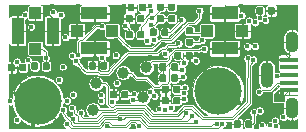
<source format=gbr>
G04 #@! TF.GenerationSoftware,KiCad,Pcbnew,(5.1.5-0-10_14)*
G04 #@! TF.CreationDate,2020-08-02T20:02:39-07:00*
G04 #@! TF.ProjectId,EOGlass2,454f476c-6173-4733-922e-6b696361645f,rev?*
G04 #@! TF.SameCoordinates,Original*
G04 #@! TF.FileFunction,Copper,L4,Bot*
G04 #@! TF.FilePolarity,Positive*
%FSLAX46Y46*%
G04 Gerber Fmt 4.6, Leading zero omitted, Abs format (unit mm)*
G04 Created by KiCad (PCBNEW (5.1.5-0-10_14)) date 2020-08-02 20:02:39*
%MOMM*%
%LPD*%
G04 APERTURE LIST*
%ADD10C,1.000000*%
%ADD11R,1.500000X0.450000*%
%ADD12O,1.100000X1.800000*%
%ADD13O,1.100000X2.200000*%
%ADD14C,0.100000*%
%ADD15R,1.000000X1.000000*%
%ADD16R,2.200000X1.050000*%
%ADD17R,1.050000X2.200000*%
%ADD18C,4.000000*%
%ADD19C,0.400000*%
%ADD20C,0.102000*%
G04 APERTURE END LIST*
D10*
X119400000Y-76200000D03*
D11*
X135995000Y-73230000D03*
X135995000Y-72580000D03*
X135995000Y-73880000D03*
X135995000Y-71930000D03*
X135995000Y-74530000D03*
D12*
X136245000Y-76030000D03*
X136245000Y-70430000D03*
D13*
X134095000Y-73230000D03*
G04 #@! TA.AperFunction,SMDPad,CuDef*
D14*
G36*
X127746958Y-69200710D02*
G01*
X127761276Y-69202834D01*
X127775317Y-69206351D01*
X127788946Y-69211228D01*
X127802031Y-69217417D01*
X127814447Y-69224858D01*
X127826073Y-69233481D01*
X127836798Y-69243202D01*
X127846519Y-69253927D01*
X127855142Y-69265553D01*
X127862583Y-69277969D01*
X127868772Y-69291054D01*
X127873649Y-69304683D01*
X127877166Y-69318724D01*
X127879290Y-69333042D01*
X127880000Y-69347500D01*
X127880000Y-69642500D01*
X127879290Y-69656958D01*
X127877166Y-69671276D01*
X127873649Y-69685317D01*
X127868772Y-69698946D01*
X127862583Y-69712031D01*
X127855142Y-69724447D01*
X127846519Y-69736073D01*
X127836798Y-69746798D01*
X127826073Y-69756519D01*
X127814447Y-69765142D01*
X127802031Y-69772583D01*
X127788946Y-69778772D01*
X127775317Y-69783649D01*
X127761276Y-69787166D01*
X127746958Y-69789290D01*
X127732500Y-69790000D01*
X127387500Y-69790000D01*
X127373042Y-69789290D01*
X127358724Y-69787166D01*
X127344683Y-69783649D01*
X127331054Y-69778772D01*
X127317969Y-69772583D01*
X127305553Y-69765142D01*
X127293927Y-69756519D01*
X127283202Y-69746798D01*
X127273481Y-69736073D01*
X127264858Y-69724447D01*
X127257417Y-69712031D01*
X127251228Y-69698946D01*
X127246351Y-69685317D01*
X127242834Y-69671276D01*
X127240710Y-69656958D01*
X127240000Y-69642500D01*
X127240000Y-69347500D01*
X127240710Y-69333042D01*
X127242834Y-69318724D01*
X127246351Y-69304683D01*
X127251228Y-69291054D01*
X127257417Y-69277969D01*
X127264858Y-69265553D01*
X127273481Y-69253927D01*
X127283202Y-69243202D01*
X127293927Y-69233481D01*
X127305553Y-69224858D01*
X127317969Y-69217417D01*
X127331054Y-69211228D01*
X127344683Y-69206351D01*
X127358724Y-69202834D01*
X127373042Y-69200710D01*
X127387500Y-69200000D01*
X127732500Y-69200000D01*
X127746958Y-69200710D01*
G37*
G04 #@! TD.AperFunction*
G04 #@! TA.AperFunction,SMDPad,CuDef*
G36*
X127746958Y-70170710D02*
G01*
X127761276Y-70172834D01*
X127775317Y-70176351D01*
X127788946Y-70181228D01*
X127802031Y-70187417D01*
X127814447Y-70194858D01*
X127826073Y-70203481D01*
X127836798Y-70213202D01*
X127846519Y-70223927D01*
X127855142Y-70235553D01*
X127862583Y-70247969D01*
X127868772Y-70261054D01*
X127873649Y-70274683D01*
X127877166Y-70288724D01*
X127879290Y-70303042D01*
X127880000Y-70317500D01*
X127880000Y-70612500D01*
X127879290Y-70626958D01*
X127877166Y-70641276D01*
X127873649Y-70655317D01*
X127868772Y-70668946D01*
X127862583Y-70682031D01*
X127855142Y-70694447D01*
X127846519Y-70706073D01*
X127836798Y-70716798D01*
X127826073Y-70726519D01*
X127814447Y-70735142D01*
X127802031Y-70742583D01*
X127788946Y-70748772D01*
X127775317Y-70753649D01*
X127761276Y-70757166D01*
X127746958Y-70759290D01*
X127732500Y-70760000D01*
X127387500Y-70760000D01*
X127373042Y-70759290D01*
X127358724Y-70757166D01*
X127344683Y-70753649D01*
X127331054Y-70748772D01*
X127317969Y-70742583D01*
X127305553Y-70735142D01*
X127293927Y-70726519D01*
X127283202Y-70716798D01*
X127273481Y-70706073D01*
X127264858Y-70694447D01*
X127257417Y-70682031D01*
X127251228Y-70668946D01*
X127246351Y-70655317D01*
X127242834Y-70641276D01*
X127240710Y-70626958D01*
X127240000Y-70612500D01*
X127240000Y-70317500D01*
X127240710Y-70303042D01*
X127242834Y-70288724D01*
X127246351Y-70274683D01*
X127251228Y-70261054D01*
X127257417Y-70247969D01*
X127264858Y-70235553D01*
X127273481Y-70223927D01*
X127283202Y-70213202D01*
X127293927Y-70203481D01*
X127305553Y-70194858D01*
X127317969Y-70187417D01*
X127331054Y-70181228D01*
X127344683Y-70176351D01*
X127358724Y-70172834D01*
X127373042Y-70170710D01*
X127387500Y-70170000D01*
X127732500Y-70170000D01*
X127746958Y-70170710D01*
G37*
G04 #@! TD.AperFunction*
G04 #@! TA.AperFunction,SMDPad,CuDef*
G36*
X131776958Y-77080710D02*
G01*
X131791276Y-77082834D01*
X131805317Y-77086351D01*
X131818946Y-77091228D01*
X131832031Y-77097417D01*
X131844447Y-77104858D01*
X131856073Y-77113481D01*
X131866798Y-77123202D01*
X131876519Y-77133927D01*
X131885142Y-77145553D01*
X131892583Y-77157969D01*
X131898772Y-77171054D01*
X131903649Y-77184683D01*
X131907166Y-77198724D01*
X131909290Y-77213042D01*
X131910000Y-77227500D01*
X131910000Y-77572500D01*
X131909290Y-77586958D01*
X131907166Y-77601276D01*
X131903649Y-77615317D01*
X131898772Y-77628946D01*
X131892583Y-77642031D01*
X131885142Y-77654447D01*
X131876519Y-77666073D01*
X131866798Y-77676798D01*
X131856073Y-77686519D01*
X131844447Y-77695142D01*
X131832031Y-77702583D01*
X131818946Y-77708772D01*
X131805317Y-77713649D01*
X131791276Y-77717166D01*
X131776958Y-77719290D01*
X131762500Y-77720000D01*
X131467500Y-77720000D01*
X131453042Y-77719290D01*
X131438724Y-77717166D01*
X131424683Y-77713649D01*
X131411054Y-77708772D01*
X131397969Y-77702583D01*
X131385553Y-77695142D01*
X131373927Y-77686519D01*
X131363202Y-77676798D01*
X131353481Y-77666073D01*
X131344858Y-77654447D01*
X131337417Y-77642031D01*
X131331228Y-77628946D01*
X131326351Y-77615317D01*
X131322834Y-77601276D01*
X131320710Y-77586958D01*
X131320000Y-77572500D01*
X131320000Y-77227500D01*
X131320710Y-77213042D01*
X131322834Y-77198724D01*
X131326351Y-77184683D01*
X131331228Y-77171054D01*
X131337417Y-77157969D01*
X131344858Y-77145553D01*
X131353481Y-77133927D01*
X131363202Y-77123202D01*
X131373927Y-77113481D01*
X131385553Y-77104858D01*
X131397969Y-77097417D01*
X131411054Y-77091228D01*
X131424683Y-77086351D01*
X131438724Y-77082834D01*
X131453042Y-77080710D01*
X131467500Y-77080000D01*
X131762500Y-77080000D01*
X131776958Y-77080710D01*
G37*
G04 #@! TD.AperFunction*
G04 #@! TA.AperFunction,SMDPad,CuDef*
G36*
X132746958Y-77080710D02*
G01*
X132761276Y-77082834D01*
X132775317Y-77086351D01*
X132788946Y-77091228D01*
X132802031Y-77097417D01*
X132814447Y-77104858D01*
X132826073Y-77113481D01*
X132836798Y-77123202D01*
X132846519Y-77133927D01*
X132855142Y-77145553D01*
X132862583Y-77157969D01*
X132868772Y-77171054D01*
X132873649Y-77184683D01*
X132877166Y-77198724D01*
X132879290Y-77213042D01*
X132880000Y-77227500D01*
X132880000Y-77572500D01*
X132879290Y-77586958D01*
X132877166Y-77601276D01*
X132873649Y-77615317D01*
X132868772Y-77628946D01*
X132862583Y-77642031D01*
X132855142Y-77654447D01*
X132846519Y-77666073D01*
X132836798Y-77676798D01*
X132826073Y-77686519D01*
X132814447Y-77695142D01*
X132802031Y-77702583D01*
X132788946Y-77708772D01*
X132775317Y-77713649D01*
X132761276Y-77717166D01*
X132746958Y-77719290D01*
X132732500Y-77720000D01*
X132437500Y-77720000D01*
X132423042Y-77719290D01*
X132408724Y-77717166D01*
X132394683Y-77713649D01*
X132381054Y-77708772D01*
X132367969Y-77702583D01*
X132355553Y-77695142D01*
X132343927Y-77686519D01*
X132333202Y-77676798D01*
X132323481Y-77666073D01*
X132314858Y-77654447D01*
X132307417Y-77642031D01*
X132301228Y-77628946D01*
X132296351Y-77615317D01*
X132292834Y-77601276D01*
X132290710Y-77586958D01*
X132290000Y-77572500D01*
X132290000Y-77227500D01*
X132290710Y-77213042D01*
X132292834Y-77198724D01*
X132296351Y-77184683D01*
X132301228Y-77171054D01*
X132307417Y-77157969D01*
X132314858Y-77145553D01*
X132323481Y-77133927D01*
X132333202Y-77123202D01*
X132343927Y-77113481D01*
X132355553Y-77104858D01*
X132367969Y-77097417D01*
X132381054Y-77091228D01*
X132394683Y-77086351D01*
X132408724Y-77082834D01*
X132423042Y-77080710D01*
X132437500Y-77080000D01*
X132732500Y-77080000D01*
X132746958Y-77080710D01*
G37*
G04 #@! TD.AperFunction*
G04 #@! TA.AperFunction,SMDPad,CuDef*
G36*
X126646958Y-75080710D02*
G01*
X126661276Y-75082834D01*
X126675317Y-75086351D01*
X126688946Y-75091228D01*
X126702031Y-75097417D01*
X126714447Y-75104858D01*
X126726073Y-75113481D01*
X126736798Y-75123202D01*
X126746519Y-75133927D01*
X126755142Y-75145553D01*
X126762583Y-75157969D01*
X126768772Y-75171054D01*
X126773649Y-75184683D01*
X126777166Y-75198724D01*
X126779290Y-75213042D01*
X126780000Y-75227500D01*
X126780000Y-75572500D01*
X126779290Y-75586958D01*
X126777166Y-75601276D01*
X126773649Y-75615317D01*
X126768772Y-75628946D01*
X126762583Y-75642031D01*
X126755142Y-75654447D01*
X126746519Y-75666073D01*
X126736798Y-75676798D01*
X126726073Y-75686519D01*
X126714447Y-75695142D01*
X126702031Y-75702583D01*
X126688946Y-75708772D01*
X126675317Y-75713649D01*
X126661276Y-75717166D01*
X126646958Y-75719290D01*
X126632500Y-75720000D01*
X126337500Y-75720000D01*
X126323042Y-75719290D01*
X126308724Y-75717166D01*
X126294683Y-75713649D01*
X126281054Y-75708772D01*
X126267969Y-75702583D01*
X126255553Y-75695142D01*
X126243927Y-75686519D01*
X126233202Y-75676798D01*
X126223481Y-75666073D01*
X126214858Y-75654447D01*
X126207417Y-75642031D01*
X126201228Y-75628946D01*
X126196351Y-75615317D01*
X126192834Y-75601276D01*
X126190710Y-75586958D01*
X126190000Y-75572500D01*
X126190000Y-75227500D01*
X126190710Y-75213042D01*
X126192834Y-75198724D01*
X126196351Y-75184683D01*
X126201228Y-75171054D01*
X126207417Y-75157969D01*
X126214858Y-75145553D01*
X126223481Y-75133927D01*
X126233202Y-75123202D01*
X126243927Y-75113481D01*
X126255553Y-75104858D01*
X126267969Y-75097417D01*
X126281054Y-75091228D01*
X126294683Y-75086351D01*
X126308724Y-75082834D01*
X126323042Y-75080710D01*
X126337500Y-75080000D01*
X126632500Y-75080000D01*
X126646958Y-75080710D01*
G37*
G04 #@! TD.AperFunction*
G04 #@! TA.AperFunction,SMDPad,CuDef*
G36*
X125676958Y-75080710D02*
G01*
X125691276Y-75082834D01*
X125705317Y-75086351D01*
X125718946Y-75091228D01*
X125732031Y-75097417D01*
X125744447Y-75104858D01*
X125756073Y-75113481D01*
X125766798Y-75123202D01*
X125776519Y-75133927D01*
X125785142Y-75145553D01*
X125792583Y-75157969D01*
X125798772Y-75171054D01*
X125803649Y-75184683D01*
X125807166Y-75198724D01*
X125809290Y-75213042D01*
X125810000Y-75227500D01*
X125810000Y-75572500D01*
X125809290Y-75586958D01*
X125807166Y-75601276D01*
X125803649Y-75615317D01*
X125798772Y-75628946D01*
X125792583Y-75642031D01*
X125785142Y-75654447D01*
X125776519Y-75666073D01*
X125766798Y-75676798D01*
X125756073Y-75686519D01*
X125744447Y-75695142D01*
X125732031Y-75702583D01*
X125718946Y-75708772D01*
X125705317Y-75713649D01*
X125691276Y-75717166D01*
X125676958Y-75719290D01*
X125662500Y-75720000D01*
X125367500Y-75720000D01*
X125353042Y-75719290D01*
X125338724Y-75717166D01*
X125324683Y-75713649D01*
X125311054Y-75708772D01*
X125297969Y-75702583D01*
X125285553Y-75695142D01*
X125273927Y-75686519D01*
X125263202Y-75676798D01*
X125253481Y-75666073D01*
X125244858Y-75654447D01*
X125237417Y-75642031D01*
X125231228Y-75628946D01*
X125226351Y-75615317D01*
X125222834Y-75601276D01*
X125220710Y-75586958D01*
X125220000Y-75572500D01*
X125220000Y-75227500D01*
X125220710Y-75213042D01*
X125222834Y-75198724D01*
X125226351Y-75184683D01*
X125231228Y-75171054D01*
X125237417Y-75157969D01*
X125244858Y-75145553D01*
X125253481Y-75133927D01*
X125263202Y-75123202D01*
X125273927Y-75113481D01*
X125285553Y-75104858D01*
X125297969Y-75097417D01*
X125311054Y-75091228D01*
X125324683Y-75086351D01*
X125338724Y-75082834D01*
X125353042Y-75080710D01*
X125367500Y-75080000D01*
X125662500Y-75080000D01*
X125676958Y-75080710D01*
G37*
G04 #@! TD.AperFunction*
G04 #@! TA.AperFunction,SMDPad,CuDef*
G36*
X125676958Y-74130710D02*
G01*
X125691276Y-74132834D01*
X125705317Y-74136351D01*
X125718946Y-74141228D01*
X125732031Y-74147417D01*
X125744447Y-74154858D01*
X125756073Y-74163481D01*
X125766798Y-74173202D01*
X125776519Y-74183927D01*
X125785142Y-74195553D01*
X125792583Y-74207969D01*
X125798772Y-74221054D01*
X125803649Y-74234683D01*
X125807166Y-74248724D01*
X125809290Y-74263042D01*
X125810000Y-74277500D01*
X125810000Y-74622500D01*
X125809290Y-74636958D01*
X125807166Y-74651276D01*
X125803649Y-74665317D01*
X125798772Y-74678946D01*
X125792583Y-74692031D01*
X125785142Y-74704447D01*
X125776519Y-74716073D01*
X125766798Y-74726798D01*
X125756073Y-74736519D01*
X125744447Y-74745142D01*
X125732031Y-74752583D01*
X125718946Y-74758772D01*
X125705317Y-74763649D01*
X125691276Y-74767166D01*
X125676958Y-74769290D01*
X125662500Y-74770000D01*
X125367500Y-74770000D01*
X125353042Y-74769290D01*
X125338724Y-74767166D01*
X125324683Y-74763649D01*
X125311054Y-74758772D01*
X125297969Y-74752583D01*
X125285553Y-74745142D01*
X125273927Y-74736519D01*
X125263202Y-74726798D01*
X125253481Y-74716073D01*
X125244858Y-74704447D01*
X125237417Y-74692031D01*
X125231228Y-74678946D01*
X125226351Y-74665317D01*
X125222834Y-74651276D01*
X125220710Y-74636958D01*
X125220000Y-74622500D01*
X125220000Y-74277500D01*
X125220710Y-74263042D01*
X125222834Y-74248724D01*
X125226351Y-74234683D01*
X125231228Y-74221054D01*
X125237417Y-74207969D01*
X125244858Y-74195553D01*
X125253481Y-74183927D01*
X125263202Y-74173202D01*
X125273927Y-74163481D01*
X125285553Y-74154858D01*
X125297969Y-74147417D01*
X125311054Y-74141228D01*
X125324683Y-74136351D01*
X125338724Y-74132834D01*
X125353042Y-74130710D01*
X125367500Y-74130000D01*
X125662500Y-74130000D01*
X125676958Y-74130710D01*
G37*
G04 #@! TD.AperFunction*
G04 #@! TA.AperFunction,SMDPad,CuDef*
G36*
X126646958Y-74130710D02*
G01*
X126661276Y-74132834D01*
X126675317Y-74136351D01*
X126688946Y-74141228D01*
X126702031Y-74147417D01*
X126714447Y-74154858D01*
X126726073Y-74163481D01*
X126736798Y-74173202D01*
X126746519Y-74183927D01*
X126755142Y-74195553D01*
X126762583Y-74207969D01*
X126768772Y-74221054D01*
X126773649Y-74234683D01*
X126777166Y-74248724D01*
X126779290Y-74263042D01*
X126780000Y-74277500D01*
X126780000Y-74622500D01*
X126779290Y-74636958D01*
X126777166Y-74651276D01*
X126773649Y-74665317D01*
X126768772Y-74678946D01*
X126762583Y-74692031D01*
X126755142Y-74704447D01*
X126746519Y-74716073D01*
X126736798Y-74726798D01*
X126726073Y-74736519D01*
X126714447Y-74745142D01*
X126702031Y-74752583D01*
X126688946Y-74758772D01*
X126675317Y-74763649D01*
X126661276Y-74767166D01*
X126646958Y-74769290D01*
X126632500Y-74770000D01*
X126337500Y-74770000D01*
X126323042Y-74769290D01*
X126308724Y-74767166D01*
X126294683Y-74763649D01*
X126281054Y-74758772D01*
X126267969Y-74752583D01*
X126255553Y-74745142D01*
X126243927Y-74736519D01*
X126233202Y-74726798D01*
X126223481Y-74716073D01*
X126214858Y-74704447D01*
X126207417Y-74692031D01*
X126201228Y-74678946D01*
X126196351Y-74665317D01*
X126192834Y-74651276D01*
X126190710Y-74636958D01*
X126190000Y-74622500D01*
X126190000Y-74277500D01*
X126190710Y-74263042D01*
X126192834Y-74248724D01*
X126196351Y-74234683D01*
X126201228Y-74221054D01*
X126207417Y-74207969D01*
X126214858Y-74195553D01*
X126223481Y-74183927D01*
X126233202Y-74173202D01*
X126243927Y-74163481D01*
X126255553Y-74154858D01*
X126267969Y-74147417D01*
X126281054Y-74141228D01*
X126294683Y-74136351D01*
X126308724Y-74132834D01*
X126323042Y-74130710D01*
X126337500Y-74130000D01*
X126632500Y-74130000D01*
X126646958Y-74130710D01*
G37*
G04 #@! TD.AperFunction*
G04 #@! TA.AperFunction,SMDPad,CuDef*
G36*
X134646958Y-67480710D02*
G01*
X134661276Y-67482834D01*
X134675317Y-67486351D01*
X134688946Y-67491228D01*
X134702031Y-67497417D01*
X134714447Y-67504858D01*
X134726073Y-67513481D01*
X134736798Y-67523202D01*
X134746519Y-67533927D01*
X134755142Y-67545553D01*
X134762583Y-67557969D01*
X134768772Y-67571054D01*
X134773649Y-67584683D01*
X134777166Y-67598724D01*
X134779290Y-67613042D01*
X134780000Y-67627500D01*
X134780000Y-67972500D01*
X134779290Y-67986958D01*
X134777166Y-68001276D01*
X134773649Y-68015317D01*
X134768772Y-68028946D01*
X134762583Y-68042031D01*
X134755142Y-68054447D01*
X134746519Y-68066073D01*
X134736798Y-68076798D01*
X134726073Y-68086519D01*
X134714447Y-68095142D01*
X134702031Y-68102583D01*
X134688946Y-68108772D01*
X134675317Y-68113649D01*
X134661276Y-68117166D01*
X134646958Y-68119290D01*
X134632500Y-68120000D01*
X134337500Y-68120000D01*
X134323042Y-68119290D01*
X134308724Y-68117166D01*
X134294683Y-68113649D01*
X134281054Y-68108772D01*
X134267969Y-68102583D01*
X134255553Y-68095142D01*
X134243927Y-68086519D01*
X134233202Y-68076798D01*
X134223481Y-68066073D01*
X134214858Y-68054447D01*
X134207417Y-68042031D01*
X134201228Y-68028946D01*
X134196351Y-68015317D01*
X134192834Y-68001276D01*
X134190710Y-67986958D01*
X134190000Y-67972500D01*
X134190000Y-67627500D01*
X134190710Y-67613042D01*
X134192834Y-67598724D01*
X134196351Y-67584683D01*
X134201228Y-67571054D01*
X134207417Y-67557969D01*
X134214858Y-67545553D01*
X134223481Y-67533927D01*
X134233202Y-67523202D01*
X134243927Y-67513481D01*
X134255553Y-67504858D01*
X134267969Y-67497417D01*
X134281054Y-67491228D01*
X134294683Y-67486351D01*
X134308724Y-67482834D01*
X134323042Y-67480710D01*
X134337500Y-67480000D01*
X134632500Y-67480000D01*
X134646958Y-67480710D01*
G37*
G04 #@! TD.AperFunction*
G04 #@! TA.AperFunction,SMDPad,CuDef*
G36*
X133676958Y-67480710D02*
G01*
X133691276Y-67482834D01*
X133705317Y-67486351D01*
X133718946Y-67491228D01*
X133732031Y-67497417D01*
X133744447Y-67504858D01*
X133756073Y-67513481D01*
X133766798Y-67523202D01*
X133776519Y-67533927D01*
X133785142Y-67545553D01*
X133792583Y-67557969D01*
X133798772Y-67571054D01*
X133803649Y-67584683D01*
X133807166Y-67598724D01*
X133809290Y-67613042D01*
X133810000Y-67627500D01*
X133810000Y-67972500D01*
X133809290Y-67986958D01*
X133807166Y-68001276D01*
X133803649Y-68015317D01*
X133798772Y-68028946D01*
X133792583Y-68042031D01*
X133785142Y-68054447D01*
X133776519Y-68066073D01*
X133766798Y-68076798D01*
X133756073Y-68086519D01*
X133744447Y-68095142D01*
X133732031Y-68102583D01*
X133718946Y-68108772D01*
X133705317Y-68113649D01*
X133691276Y-68117166D01*
X133676958Y-68119290D01*
X133662500Y-68120000D01*
X133367500Y-68120000D01*
X133353042Y-68119290D01*
X133338724Y-68117166D01*
X133324683Y-68113649D01*
X133311054Y-68108772D01*
X133297969Y-68102583D01*
X133285553Y-68095142D01*
X133273927Y-68086519D01*
X133263202Y-68076798D01*
X133253481Y-68066073D01*
X133244858Y-68054447D01*
X133237417Y-68042031D01*
X133231228Y-68028946D01*
X133226351Y-68015317D01*
X133222834Y-68001276D01*
X133220710Y-67986958D01*
X133220000Y-67972500D01*
X133220000Y-67627500D01*
X133220710Y-67613042D01*
X133222834Y-67598724D01*
X133226351Y-67584683D01*
X133231228Y-67571054D01*
X133237417Y-67557969D01*
X133244858Y-67545553D01*
X133253481Y-67533927D01*
X133263202Y-67523202D01*
X133273927Y-67513481D01*
X133285553Y-67504858D01*
X133297969Y-67497417D01*
X133311054Y-67491228D01*
X133324683Y-67486351D01*
X133338724Y-67482834D01*
X133353042Y-67480710D01*
X133367500Y-67480000D01*
X133662500Y-67480000D01*
X133676958Y-67480710D01*
G37*
G04 #@! TD.AperFunction*
G04 #@! TA.AperFunction,SMDPad,CuDef*
G36*
X122626958Y-68140710D02*
G01*
X122641276Y-68142834D01*
X122655317Y-68146351D01*
X122668946Y-68151228D01*
X122682031Y-68157417D01*
X122694447Y-68164858D01*
X122706073Y-68173481D01*
X122716798Y-68183202D01*
X122726519Y-68193927D01*
X122735142Y-68205553D01*
X122742583Y-68217969D01*
X122748772Y-68231054D01*
X122753649Y-68244683D01*
X122757166Y-68258724D01*
X122759290Y-68273042D01*
X122760000Y-68287500D01*
X122760000Y-68632500D01*
X122759290Y-68646958D01*
X122757166Y-68661276D01*
X122753649Y-68675317D01*
X122748772Y-68688946D01*
X122742583Y-68702031D01*
X122735142Y-68714447D01*
X122726519Y-68726073D01*
X122716798Y-68736798D01*
X122706073Y-68746519D01*
X122694447Y-68755142D01*
X122682031Y-68762583D01*
X122668946Y-68768772D01*
X122655317Y-68773649D01*
X122641276Y-68777166D01*
X122626958Y-68779290D01*
X122612500Y-68780000D01*
X122317500Y-68780000D01*
X122303042Y-68779290D01*
X122288724Y-68777166D01*
X122274683Y-68773649D01*
X122261054Y-68768772D01*
X122247969Y-68762583D01*
X122235553Y-68755142D01*
X122223927Y-68746519D01*
X122213202Y-68736798D01*
X122203481Y-68726073D01*
X122194858Y-68714447D01*
X122187417Y-68702031D01*
X122181228Y-68688946D01*
X122176351Y-68675317D01*
X122172834Y-68661276D01*
X122170710Y-68646958D01*
X122170000Y-68632500D01*
X122170000Y-68287500D01*
X122170710Y-68273042D01*
X122172834Y-68258724D01*
X122176351Y-68244683D01*
X122181228Y-68231054D01*
X122187417Y-68217969D01*
X122194858Y-68205553D01*
X122203481Y-68193927D01*
X122213202Y-68183202D01*
X122223927Y-68173481D01*
X122235553Y-68164858D01*
X122247969Y-68157417D01*
X122261054Y-68151228D01*
X122274683Y-68146351D01*
X122288724Y-68142834D01*
X122303042Y-68140710D01*
X122317500Y-68140000D01*
X122612500Y-68140000D01*
X122626958Y-68140710D01*
G37*
G04 #@! TD.AperFunction*
G04 #@! TA.AperFunction,SMDPad,CuDef*
G36*
X123596958Y-68140710D02*
G01*
X123611276Y-68142834D01*
X123625317Y-68146351D01*
X123638946Y-68151228D01*
X123652031Y-68157417D01*
X123664447Y-68164858D01*
X123676073Y-68173481D01*
X123686798Y-68183202D01*
X123696519Y-68193927D01*
X123705142Y-68205553D01*
X123712583Y-68217969D01*
X123718772Y-68231054D01*
X123723649Y-68244683D01*
X123727166Y-68258724D01*
X123729290Y-68273042D01*
X123730000Y-68287500D01*
X123730000Y-68632500D01*
X123729290Y-68646958D01*
X123727166Y-68661276D01*
X123723649Y-68675317D01*
X123718772Y-68688946D01*
X123712583Y-68702031D01*
X123705142Y-68714447D01*
X123696519Y-68726073D01*
X123686798Y-68736798D01*
X123676073Y-68746519D01*
X123664447Y-68755142D01*
X123652031Y-68762583D01*
X123638946Y-68768772D01*
X123625317Y-68773649D01*
X123611276Y-68777166D01*
X123596958Y-68779290D01*
X123582500Y-68780000D01*
X123287500Y-68780000D01*
X123273042Y-68779290D01*
X123258724Y-68777166D01*
X123244683Y-68773649D01*
X123231054Y-68768772D01*
X123217969Y-68762583D01*
X123205553Y-68755142D01*
X123193927Y-68746519D01*
X123183202Y-68736798D01*
X123173481Y-68726073D01*
X123164858Y-68714447D01*
X123157417Y-68702031D01*
X123151228Y-68688946D01*
X123146351Y-68675317D01*
X123142834Y-68661276D01*
X123140710Y-68646958D01*
X123140000Y-68632500D01*
X123140000Y-68287500D01*
X123140710Y-68273042D01*
X123142834Y-68258724D01*
X123146351Y-68244683D01*
X123151228Y-68231054D01*
X123157417Y-68217969D01*
X123164858Y-68205553D01*
X123173481Y-68193927D01*
X123183202Y-68183202D01*
X123193927Y-68173481D01*
X123205553Y-68164858D01*
X123217969Y-68157417D01*
X123231054Y-68151228D01*
X123244683Y-68146351D01*
X123258724Y-68142834D01*
X123273042Y-68140710D01*
X123287500Y-68140000D01*
X123582500Y-68140000D01*
X123596958Y-68140710D01*
G37*
G04 #@! TD.AperFunction*
G04 #@! TA.AperFunction,SMDPad,CuDef*
G36*
X126236958Y-68170710D02*
G01*
X126251276Y-68172834D01*
X126265317Y-68176351D01*
X126278946Y-68181228D01*
X126292031Y-68187417D01*
X126304447Y-68194858D01*
X126316073Y-68203481D01*
X126326798Y-68213202D01*
X126336519Y-68223927D01*
X126345142Y-68235553D01*
X126352583Y-68247969D01*
X126358772Y-68261054D01*
X126363649Y-68274683D01*
X126367166Y-68288724D01*
X126369290Y-68303042D01*
X126370000Y-68317500D01*
X126370000Y-68612500D01*
X126369290Y-68626958D01*
X126367166Y-68641276D01*
X126363649Y-68655317D01*
X126358772Y-68668946D01*
X126352583Y-68682031D01*
X126345142Y-68694447D01*
X126336519Y-68706073D01*
X126326798Y-68716798D01*
X126316073Y-68726519D01*
X126304447Y-68735142D01*
X126292031Y-68742583D01*
X126278946Y-68748772D01*
X126265317Y-68753649D01*
X126251276Y-68757166D01*
X126236958Y-68759290D01*
X126222500Y-68760000D01*
X125877500Y-68760000D01*
X125863042Y-68759290D01*
X125848724Y-68757166D01*
X125834683Y-68753649D01*
X125821054Y-68748772D01*
X125807969Y-68742583D01*
X125795553Y-68735142D01*
X125783927Y-68726519D01*
X125773202Y-68716798D01*
X125763481Y-68706073D01*
X125754858Y-68694447D01*
X125747417Y-68682031D01*
X125741228Y-68668946D01*
X125736351Y-68655317D01*
X125732834Y-68641276D01*
X125730710Y-68626958D01*
X125730000Y-68612500D01*
X125730000Y-68317500D01*
X125730710Y-68303042D01*
X125732834Y-68288724D01*
X125736351Y-68274683D01*
X125741228Y-68261054D01*
X125747417Y-68247969D01*
X125754858Y-68235553D01*
X125763481Y-68223927D01*
X125773202Y-68213202D01*
X125783927Y-68203481D01*
X125795553Y-68194858D01*
X125807969Y-68187417D01*
X125821054Y-68181228D01*
X125834683Y-68176351D01*
X125848724Y-68172834D01*
X125863042Y-68170710D01*
X125877500Y-68170000D01*
X126222500Y-68170000D01*
X126236958Y-68170710D01*
G37*
G04 #@! TD.AperFunction*
G04 #@! TA.AperFunction,SMDPad,CuDef*
G36*
X126236958Y-67200710D02*
G01*
X126251276Y-67202834D01*
X126265317Y-67206351D01*
X126278946Y-67211228D01*
X126292031Y-67217417D01*
X126304447Y-67224858D01*
X126316073Y-67233481D01*
X126326798Y-67243202D01*
X126336519Y-67253927D01*
X126345142Y-67265553D01*
X126352583Y-67277969D01*
X126358772Y-67291054D01*
X126363649Y-67304683D01*
X126367166Y-67318724D01*
X126369290Y-67333042D01*
X126370000Y-67347500D01*
X126370000Y-67642500D01*
X126369290Y-67656958D01*
X126367166Y-67671276D01*
X126363649Y-67685317D01*
X126358772Y-67698946D01*
X126352583Y-67712031D01*
X126345142Y-67724447D01*
X126336519Y-67736073D01*
X126326798Y-67746798D01*
X126316073Y-67756519D01*
X126304447Y-67765142D01*
X126292031Y-67772583D01*
X126278946Y-67778772D01*
X126265317Y-67783649D01*
X126251276Y-67787166D01*
X126236958Y-67789290D01*
X126222500Y-67790000D01*
X125877500Y-67790000D01*
X125863042Y-67789290D01*
X125848724Y-67787166D01*
X125834683Y-67783649D01*
X125821054Y-67778772D01*
X125807969Y-67772583D01*
X125795553Y-67765142D01*
X125783927Y-67756519D01*
X125773202Y-67746798D01*
X125763481Y-67736073D01*
X125754858Y-67724447D01*
X125747417Y-67712031D01*
X125741228Y-67698946D01*
X125736351Y-67685317D01*
X125732834Y-67671276D01*
X125730710Y-67656958D01*
X125730000Y-67642500D01*
X125730000Y-67347500D01*
X125730710Y-67333042D01*
X125732834Y-67318724D01*
X125736351Y-67304683D01*
X125741228Y-67291054D01*
X125747417Y-67277969D01*
X125754858Y-67265553D01*
X125763481Y-67253927D01*
X125773202Y-67243202D01*
X125783927Y-67233481D01*
X125795553Y-67224858D01*
X125807969Y-67217417D01*
X125821054Y-67211228D01*
X125834683Y-67206351D01*
X125848724Y-67202834D01*
X125863042Y-67200710D01*
X125877500Y-67200000D01*
X126222500Y-67200000D01*
X126236958Y-67200710D01*
G37*
G04 #@! TD.AperFunction*
G04 #@! TA.AperFunction,SMDPad,CuDef*
G36*
X123746958Y-67200710D02*
G01*
X123761276Y-67202834D01*
X123775317Y-67206351D01*
X123788946Y-67211228D01*
X123802031Y-67217417D01*
X123814447Y-67224858D01*
X123826073Y-67233481D01*
X123836798Y-67243202D01*
X123846519Y-67253927D01*
X123855142Y-67265553D01*
X123862583Y-67277969D01*
X123868772Y-67291054D01*
X123873649Y-67304683D01*
X123877166Y-67318724D01*
X123879290Y-67333042D01*
X123880000Y-67347500D01*
X123880000Y-67692500D01*
X123879290Y-67706958D01*
X123877166Y-67721276D01*
X123873649Y-67735317D01*
X123868772Y-67748946D01*
X123862583Y-67762031D01*
X123855142Y-67774447D01*
X123846519Y-67786073D01*
X123836798Y-67796798D01*
X123826073Y-67806519D01*
X123814447Y-67815142D01*
X123802031Y-67822583D01*
X123788946Y-67828772D01*
X123775317Y-67833649D01*
X123761276Y-67837166D01*
X123746958Y-67839290D01*
X123732500Y-67840000D01*
X123437500Y-67840000D01*
X123423042Y-67839290D01*
X123408724Y-67837166D01*
X123394683Y-67833649D01*
X123381054Y-67828772D01*
X123367969Y-67822583D01*
X123355553Y-67815142D01*
X123343927Y-67806519D01*
X123333202Y-67796798D01*
X123323481Y-67786073D01*
X123314858Y-67774447D01*
X123307417Y-67762031D01*
X123301228Y-67748946D01*
X123296351Y-67735317D01*
X123292834Y-67721276D01*
X123290710Y-67706958D01*
X123290000Y-67692500D01*
X123290000Y-67347500D01*
X123290710Y-67333042D01*
X123292834Y-67318724D01*
X123296351Y-67304683D01*
X123301228Y-67291054D01*
X123307417Y-67277969D01*
X123314858Y-67265553D01*
X123323481Y-67253927D01*
X123333202Y-67243202D01*
X123343927Y-67233481D01*
X123355553Y-67224858D01*
X123367969Y-67217417D01*
X123381054Y-67211228D01*
X123394683Y-67206351D01*
X123408724Y-67202834D01*
X123423042Y-67200710D01*
X123437500Y-67200000D01*
X123732500Y-67200000D01*
X123746958Y-67200710D01*
G37*
G04 #@! TD.AperFunction*
G04 #@! TA.AperFunction,SMDPad,CuDef*
G36*
X122776958Y-67200710D02*
G01*
X122791276Y-67202834D01*
X122805317Y-67206351D01*
X122818946Y-67211228D01*
X122832031Y-67217417D01*
X122844447Y-67224858D01*
X122856073Y-67233481D01*
X122866798Y-67243202D01*
X122876519Y-67253927D01*
X122885142Y-67265553D01*
X122892583Y-67277969D01*
X122898772Y-67291054D01*
X122903649Y-67304683D01*
X122907166Y-67318724D01*
X122909290Y-67333042D01*
X122910000Y-67347500D01*
X122910000Y-67692500D01*
X122909290Y-67706958D01*
X122907166Y-67721276D01*
X122903649Y-67735317D01*
X122898772Y-67748946D01*
X122892583Y-67762031D01*
X122885142Y-67774447D01*
X122876519Y-67786073D01*
X122866798Y-67796798D01*
X122856073Y-67806519D01*
X122844447Y-67815142D01*
X122832031Y-67822583D01*
X122818946Y-67828772D01*
X122805317Y-67833649D01*
X122791276Y-67837166D01*
X122776958Y-67839290D01*
X122762500Y-67840000D01*
X122467500Y-67840000D01*
X122453042Y-67839290D01*
X122438724Y-67837166D01*
X122424683Y-67833649D01*
X122411054Y-67828772D01*
X122397969Y-67822583D01*
X122385553Y-67815142D01*
X122373927Y-67806519D01*
X122363202Y-67796798D01*
X122353481Y-67786073D01*
X122344858Y-67774447D01*
X122337417Y-67762031D01*
X122331228Y-67748946D01*
X122326351Y-67735317D01*
X122322834Y-67721276D01*
X122320710Y-67706958D01*
X122320000Y-67692500D01*
X122320000Y-67347500D01*
X122320710Y-67333042D01*
X122322834Y-67318724D01*
X122326351Y-67304683D01*
X122331228Y-67291054D01*
X122337417Y-67277969D01*
X122344858Y-67265553D01*
X122353481Y-67253927D01*
X122363202Y-67243202D01*
X122373927Y-67233481D01*
X122385553Y-67224858D01*
X122397969Y-67217417D01*
X122411054Y-67211228D01*
X122424683Y-67206351D01*
X122438724Y-67202834D01*
X122453042Y-67200710D01*
X122467500Y-67200000D01*
X122762500Y-67200000D01*
X122776958Y-67200710D01*
G37*
G04 #@! TD.AperFunction*
G04 #@! TA.AperFunction,SMDPad,CuDef*
G36*
X113616958Y-72290710D02*
G01*
X113631276Y-72292834D01*
X113645317Y-72296351D01*
X113658946Y-72301228D01*
X113672031Y-72307417D01*
X113684447Y-72314858D01*
X113696073Y-72323481D01*
X113706798Y-72333202D01*
X113716519Y-72343927D01*
X113725142Y-72355553D01*
X113732583Y-72367969D01*
X113738772Y-72381054D01*
X113743649Y-72394683D01*
X113747166Y-72408724D01*
X113749290Y-72423042D01*
X113750000Y-72437500D01*
X113750000Y-72782500D01*
X113749290Y-72796958D01*
X113747166Y-72811276D01*
X113743649Y-72825317D01*
X113738772Y-72838946D01*
X113732583Y-72852031D01*
X113725142Y-72864447D01*
X113716519Y-72876073D01*
X113706798Y-72886798D01*
X113696073Y-72896519D01*
X113684447Y-72905142D01*
X113672031Y-72912583D01*
X113658946Y-72918772D01*
X113645317Y-72923649D01*
X113631276Y-72927166D01*
X113616958Y-72929290D01*
X113602500Y-72930000D01*
X113307500Y-72930000D01*
X113293042Y-72929290D01*
X113278724Y-72927166D01*
X113264683Y-72923649D01*
X113251054Y-72918772D01*
X113237969Y-72912583D01*
X113225553Y-72905142D01*
X113213927Y-72896519D01*
X113203202Y-72886798D01*
X113193481Y-72876073D01*
X113184858Y-72864447D01*
X113177417Y-72852031D01*
X113171228Y-72838946D01*
X113166351Y-72825317D01*
X113162834Y-72811276D01*
X113160710Y-72796958D01*
X113160000Y-72782500D01*
X113160000Y-72437500D01*
X113160710Y-72423042D01*
X113162834Y-72408724D01*
X113166351Y-72394683D01*
X113171228Y-72381054D01*
X113177417Y-72367969D01*
X113184858Y-72355553D01*
X113193481Y-72343927D01*
X113203202Y-72333202D01*
X113213927Y-72323481D01*
X113225553Y-72314858D01*
X113237969Y-72307417D01*
X113251054Y-72301228D01*
X113264683Y-72296351D01*
X113278724Y-72292834D01*
X113293042Y-72290710D01*
X113307500Y-72290000D01*
X113602500Y-72290000D01*
X113616958Y-72290710D01*
G37*
G04 #@! TD.AperFunction*
G04 #@! TA.AperFunction,SMDPad,CuDef*
G36*
X112646958Y-72290710D02*
G01*
X112661276Y-72292834D01*
X112675317Y-72296351D01*
X112688946Y-72301228D01*
X112702031Y-72307417D01*
X112714447Y-72314858D01*
X112726073Y-72323481D01*
X112736798Y-72333202D01*
X112746519Y-72343927D01*
X112755142Y-72355553D01*
X112762583Y-72367969D01*
X112768772Y-72381054D01*
X112773649Y-72394683D01*
X112777166Y-72408724D01*
X112779290Y-72423042D01*
X112780000Y-72437500D01*
X112780000Y-72782500D01*
X112779290Y-72796958D01*
X112777166Y-72811276D01*
X112773649Y-72825317D01*
X112768772Y-72838946D01*
X112762583Y-72852031D01*
X112755142Y-72864447D01*
X112746519Y-72876073D01*
X112736798Y-72886798D01*
X112726073Y-72896519D01*
X112714447Y-72905142D01*
X112702031Y-72912583D01*
X112688946Y-72918772D01*
X112675317Y-72923649D01*
X112661276Y-72927166D01*
X112646958Y-72929290D01*
X112632500Y-72930000D01*
X112337500Y-72930000D01*
X112323042Y-72929290D01*
X112308724Y-72927166D01*
X112294683Y-72923649D01*
X112281054Y-72918772D01*
X112267969Y-72912583D01*
X112255553Y-72905142D01*
X112243927Y-72896519D01*
X112233202Y-72886798D01*
X112223481Y-72876073D01*
X112214858Y-72864447D01*
X112207417Y-72852031D01*
X112201228Y-72838946D01*
X112196351Y-72825317D01*
X112192834Y-72811276D01*
X112190710Y-72796958D01*
X112190000Y-72782500D01*
X112190000Y-72437500D01*
X112190710Y-72423042D01*
X112192834Y-72408724D01*
X112196351Y-72394683D01*
X112201228Y-72381054D01*
X112207417Y-72367969D01*
X112214858Y-72355553D01*
X112223481Y-72343927D01*
X112233202Y-72333202D01*
X112243927Y-72323481D01*
X112255553Y-72314858D01*
X112267969Y-72307417D01*
X112281054Y-72301228D01*
X112294683Y-72296351D01*
X112308724Y-72292834D01*
X112323042Y-72290710D01*
X112337500Y-72290000D01*
X112632500Y-72290000D01*
X112646958Y-72290710D01*
G37*
G04 #@! TD.AperFunction*
D15*
X129040000Y-69500000D03*
X132040000Y-69500000D03*
D16*
X130540000Y-68025000D03*
X130540000Y-70975000D03*
X119520000Y-68025000D03*
X119520000Y-70975000D03*
D15*
X118020000Y-69500000D03*
X121020000Y-69500000D03*
D17*
X115975000Y-69500000D03*
X113025000Y-69500000D03*
D15*
X114500000Y-68000000D03*
X114500000Y-71000000D03*
G04 #@! TA.AperFunction,SMDPad,CuDef*
D14*
G36*
X115586958Y-72160710D02*
G01*
X115601276Y-72162834D01*
X115615317Y-72166351D01*
X115628946Y-72171228D01*
X115642031Y-72177417D01*
X115654447Y-72184858D01*
X115666073Y-72193481D01*
X115676798Y-72203202D01*
X115686519Y-72213927D01*
X115695142Y-72225553D01*
X115702583Y-72237969D01*
X115708772Y-72251054D01*
X115713649Y-72264683D01*
X115717166Y-72278724D01*
X115719290Y-72293042D01*
X115720000Y-72307500D01*
X115720000Y-72652500D01*
X115719290Y-72666958D01*
X115717166Y-72681276D01*
X115713649Y-72695317D01*
X115708772Y-72708946D01*
X115702583Y-72722031D01*
X115695142Y-72734447D01*
X115686519Y-72746073D01*
X115676798Y-72756798D01*
X115666073Y-72766519D01*
X115654447Y-72775142D01*
X115642031Y-72782583D01*
X115628946Y-72788772D01*
X115615317Y-72793649D01*
X115601276Y-72797166D01*
X115586958Y-72799290D01*
X115572500Y-72800000D01*
X115277500Y-72800000D01*
X115263042Y-72799290D01*
X115248724Y-72797166D01*
X115234683Y-72793649D01*
X115221054Y-72788772D01*
X115207969Y-72782583D01*
X115195553Y-72775142D01*
X115183927Y-72766519D01*
X115173202Y-72756798D01*
X115163481Y-72746073D01*
X115154858Y-72734447D01*
X115147417Y-72722031D01*
X115141228Y-72708946D01*
X115136351Y-72695317D01*
X115132834Y-72681276D01*
X115130710Y-72666958D01*
X115130000Y-72652500D01*
X115130000Y-72307500D01*
X115130710Y-72293042D01*
X115132834Y-72278724D01*
X115136351Y-72264683D01*
X115141228Y-72251054D01*
X115147417Y-72237969D01*
X115154858Y-72225553D01*
X115163481Y-72213927D01*
X115173202Y-72203202D01*
X115183927Y-72193481D01*
X115195553Y-72184858D01*
X115207969Y-72177417D01*
X115221054Y-72171228D01*
X115234683Y-72166351D01*
X115248724Y-72162834D01*
X115263042Y-72160710D01*
X115277500Y-72160000D01*
X115572500Y-72160000D01*
X115586958Y-72160710D01*
G37*
G04 #@! TD.AperFunction*
G04 #@! TA.AperFunction,SMDPad,CuDef*
G36*
X114616958Y-72160710D02*
G01*
X114631276Y-72162834D01*
X114645317Y-72166351D01*
X114658946Y-72171228D01*
X114672031Y-72177417D01*
X114684447Y-72184858D01*
X114696073Y-72193481D01*
X114706798Y-72203202D01*
X114716519Y-72213927D01*
X114725142Y-72225553D01*
X114732583Y-72237969D01*
X114738772Y-72251054D01*
X114743649Y-72264683D01*
X114747166Y-72278724D01*
X114749290Y-72293042D01*
X114750000Y-72307500D01*
X114750000Y-72652500D01*
X114749290Y-72666958D01*
X114747166Y-72681276D01*
X114743649Y-72695317D01*
X114738772Y-72708946D01*
X114732583Y-72722031D01*
X114725142Y-72734447D01*
X114716519Y-72746073D01*
X114706798Y-72756798D01*
X114696073Y-72766519D01*
X114684447Y-72775142D01*
X114672031Y-72782583D01*
X114658946Y-72788772D01*
X114645317Y-72793649D01*
X114631276Y-72797166D01*
X114616958Y-72799290D01*
X114602500Y-72800000D01*
X114307500Y-72800000D01*
X114293042Y-72799290D01*
X114278724Y-72797166D01*
X114264683Y-72793649D01*
X114251054Y-72788772D01*
X114237969Y-72782583D01*
X114225553Y-72775142D01*
X114213927Y-72766519D01*
X114203202Y-72756798D01*
X114193481Y-72746073D01*
X114184858Y-72734447D01*
X114177417Y-72722031D01*
X114171228Y-72708946D01*
X114166351Y-72695317D01*
X114162834Y-72681276D01*
X114160710Y-72666958D01*
X114160000Y-72652500D01*
X114160000Y-72307500D01*
X114160710Y-72293042D01*
X114162834Y-72278724D01*
X114166351Y-72264683D01*
X114171228Y-72251054D01*
X114177417Y-72237969D01*
X114184858Y-72225553D01*
X114193481Y-72213927D01*
X114203202Y-72203202D01*
X114213927Y-72193481D01*
X114225553Y-72184858D01*
X114237969Y-72177417D01*
X114251054Y-72171228D01*
X114264683Y-72166351D01*
X114278724Y-72162834D01*
X114293042Y-72160710D01*
X114307500Y-72160000D01*
X114602500Y-72160000D01*
X114616958Y-72160710D01*
G37*
G04 #@! TD.AperFunction*
G04 #@! TA.AperFunction,SMDPad,CuDef*
G36*
X125636958Y-69300710D02*
G01*
X125651276Y-69302834D01*
X125665317Y-69306351D01*
X125678946Y-69311228D01*
X125692031Y-69317417D01*
X125704447Y-69324858D01*
X125716073Y-69333481D01*
X125726798Y-69343202D01*
X125736519Y-69353927D01*
X125745142Y-69365553D01*
X125752583Y-69377969D01*
X125758772Y-69391054D01*
X125763649Y-69404683D01*
X125767166Y-69418724D01*
X125769290Y-69433042D01*
X125770000Y-69447500D01*
X125770000Y-69792500D01*
X125769290Y-69806958D01*
X125767166Y-69821276D01*
X125763649Y-69835317D01*
X125758772Y-69848946D01*
X125752583Y-69862031D01*
X125745142Y-69874447D01*
X125736519Y-69886073D01*
X125726798Y-69896798D01*
X125716073Y-69906519D01*
X125704447Y-69915142D01*
X125692031Y-69922583D01*
X125678946Y-69928772D01*
X125665317Y-69933649D01*
X125651276Y-69937166D01*
X125636958Y-69939290D01*
X125622500Y-69940000D01*
X125327500Y-69940000D01*
X125313042Y-69939290D01*
X125298724Y-69937166D01*
X125284683Y-69933649D01*
X125271054Y-69928772D01*
X125257969Y-69922583D01*
X125245553Y-69915142D01*
X125233927Y-69906519D01*
X125223202Y-69896798D01*
X125213481Y-69886073D01*
X125204858Y-69874447D01*
X125197417Y-69862031D01*
X125191228Y-69848946D01*
X125186351Y-69835317D01*
X125182834Y-69821276D01*
X125180710Y-69806958D01*
X125180000Y-69792500D01*
X125180000Y-69447500D01*
X125180710Y-69433042D01*
X125182834Y-69418724D01*
X125186351Y-69404683D01*
X125191228Y-69391054D01*
X125197417Y-69377969D01*
X125204858Y-69365553D01*
X125213481Y-69353927D01*
X125223202Y-69343202D01*
X125233927Y-69333481D01*
X125245553Y-69324858D01*
X125257969Y-69317417D01*
X125271054Y-69311228D01*
X125284683Y-69306351D01*
X125298724Y-69302834D01*
X125313042Y-69300710D01*
X125327500Y-69300000D01*
X125622500Y-69300000D01*
X125636958Y-69300710D01*
G37*
G04 #@! TD.AperFunction*
G04 #@! TA.AperFunction,SMDPad,CuDef*
G36*
X124666958Y-69300710D02*
G01*
X124681276Y-69302834D01*
X124695317Y-69306351D01*
X124708946Y-69311228D01*
X124722031Y-69317417D01*
X124734447Y-69324858D01*
X124746073Y-69333481D01*
X124756798Y-69343202D01*
X124766519Y-69353927D01*
X124775142Y-69365553D01*
X124782583Y-69377969D01*
X124788772Y-69391054D01*
X124793649Y-69404683D01*
X124797166Y-69418724D01*
X124799290Y-69433042D01*
X124800000Y-69447500D01*
X124800000Y-69792500D01*
X124799290Y-69806958D01*
X124797166Y-69821276D01*
X124793649Y-69835317D01*
X124788772Y-69848946D01*
X124782583Y-69862031D01*
X124775142Y-69874447D01*
X124766519Y-69886073D01*
X124756798Y-69896798D01*
X124746073Y-69906519D01*
X124734447Y-69915142D01*
X124722031Y-69922583D01*
X124708946Y-69928772D01*
X124695317Y-69933649D01*
X124681276Y-69937166D01*
X124666958Y-69939290D01*
X124652500Y-69940000D01*
X124357500Y-69940000D01*
X124343042Y-69939290D01*
X124328724Y-69937166D01*
X124314683Y-69933649D01*
X124301054Y-69928772D01*
X124287969Y-69922583D01*
X124275553Y-69915142D01*
X124263927Y-69906519D01*
X124253202Y-69896798D01*
X124243481Y-69886073D01*
X124234858Y-69874447D01*
X124227417Y-69862031D01*
X124221228Y-69848946D01*
X124216351Y-69835317D01*
X124212834Y-69821276D01*
X124210710Y-69806958D01*
X124210000Y-69792500D01*
X124210000Y-69447500D01*
X124210710Y-69433042D01*
X124212834Y-69418724D01*
X124216351Y-69404683D01*
X124221228Y-69391054D01*
X124227417Y-69377969D01*
X124234858Y-69365553D01*
X124243481Y-69353927D01*
X124253202Y-69343202D01*
X124263927Y-69333481D01*
X124275553Y-69324858D01*
X124287969Y-69317417D01*
X124301054Y-69311228D01*
X124314683Y-69306351D01*
X124328724Y-69302834D01*
X124343042Y-69300710D01*
X124357500Y-69300000D01*
X124652500Y-69300000D01*
X124666958Y-69300710D01*
G37*
G04 #@! TD.AperFunction*
G04 #@! TA.AperFunction,SMDPad,CuDef*
G36*
X125296958Y-67200710D02*
G01*
X125311276Y-67202834D01*
X125325317Y-67206351D01*
X125338946Y-67211228D01*
X125352031Y-67217417D01*
X125364447Y-67224858D01*
X125376073Y-67233481D01*
X125386798Y-67243202D01*
X125396519Y-67253927D01*
X125405142Y-67265553D01*
X125412583Y-67277969D01*
X125418772Y-67291054D01*
X125423649Y-67304683D01*
X125427166Y-67318724D01*
X125429290Y-67333042D01*
X125430000Y-67347500D01*
X125430000Y-67642500D01*
X125429290Y-67656958D01*
X125427166Y-67671276D01*
X125423649Y-67685317D01*
X125418772Y-67698946D01*
X125412583Y-67712031D01*
X125405142Y-67724447D01*
X125396519Y-67736073D01*
X125386798Y-67746798D01*
X125376073Y-67756519D01*
X125364447Y-67765142D01*
X125352031Y-67772583D01*
X125338946Y-67778772D01*
X125325317Y-67783649D01*
X125311276Y-67787166D01*
X125296958Y-67789290D01*
X125282500Y-67790000D01*
X124937500Y-67790000D01*
X124923042Y-67789290D01*
X124908724Y-67787166D01*
X124894683Y-67783649D01*
X124881054Y-67778772D01*
X124867969Y-67772583D01*
X124855553Y-67765142D01*
X124843927Y-67756519D01*
X124833202Y-67746798D01*
X124823481Y-67736073D01*
X124814858Y-67724447D01*
X124807417Y-67712031D01*
X124801228Y-67698946D01*
X124796351Y-67685317D01*
X124792834Y-67671276D01*
X124790710Y-67656958D01*
X124790000Y-67642500D01*
X124790000Y-67347500D01*
X124790710Y-67333042D01*
X124792834Y-67318724D01*
X124796351Y-67304683D01*
X124801228Y-67291054D01*
X124807417Y-67277969D01*
X124814858Y-67265553D01*
X124823481Y-67253927D01*
X124833202Y-67243202D01*
X124843927Y-67233481D01*
X124855553Y-67224858D01*
X124867969Y-67217417D01*
X124881054Y-67211228D01*
X124894683Y-67206351D01*
X124908724Y-67202834D01*
X124923042Y-67200710D01*
X124937500Y-67200000D01*
X125282500Y-67200000D01*
X125296958Y-67200710D01*
G37*
G04 #@! TD.AperFunction*
G04 #@! TA.AperFunction,SMDPad,CuDef*
G36*
X125296958Y-68170710D02*
G01*
X125311276Y-68172834D01*
X125325317Y-68176351D01*
X125338946Y-68181228D01*
X125352031Y-68187417D01*
X125364447Y-68194858D01*
X125376073Y-68203481D01*
X125386798Y-68213202D01*
X125396519Y-68223927D01*
X125405142Y-68235553D01*
X125412583Y-68247969D01*
X125418772Y-68261054D01*
X125423649Y-68274683D01*
X125427166Y-68288724D01*
X125429290Y-68303042D01*
X125430000Y-68317500D01*
X125430000Y-68612500D01*
X125429290Y-68626958D01*
X125427166Y-68641276D01*
X125423649Y-68655317D01*
X125418772Y-68668946D01*
X125412583Y-68682031D01*
X125405142Y-68694447D01*
X125396519Y-68706073D01*
X125386798Y-68716798D01*
X125376073Y-68726519D01*
X125364447Y-68735142D01*
X125352031Y-68742583D01*
X125338946Y-68748772D01*
X125325317Y-68753649D01*
X125311276Y-68757166D01*
X125296958Y-68759290D01*
X125282500Y-68760000D01*
X124937500Y-68760000D01*
X124923042Y-68759290D01*
X124908724Y-68757166D01*
X124894683Y-68753649D01*
X124881054Y-68748772D01*
X124867969Y-68742583D01*
X124855553Y-68735142D01*
X124843927Y-68726519D01*
X124833202Y-68716798D01*
X124823481Y-68706073D01*
X124814858Y-68694447D01*
X124807417Y-68682031D01*
X124801228Y-68668946D01*
X124796351Y-68655317D01*
X124792834Y-68641276D01*
X124790710Y-68626958D01*
X124790000Y-68612500D01*
X124790000Y-68317500D01*
X124790710Y-68303042D01*
X124792834Y-68288724D01*
X124796351Y-68274683D01*
X124801228Y-68261054D01*
X124807417Y-68247969D01*
X124814858Y-68235553D01*
X124823481Y-68223927D01*
X124833202Y-68213202D01*
X124843927Y-68203481D01*
X124855553Y-68194858D01*
X124867969Y-68187417D01*
X124881054Y-68181228D01*
X124894683Y-68176351D01*
X124908724Y-68172834D01*
X124923042Y-68170710D01*
X124937500Y-68170000D01*
X125282500Y-68170000D01*
X125296958Y-68170710D01*
G37*
G04 #@! TD.AperFunction*
G04 #@! TA.AperFunction,SMDPad,CuDef*
G36*
X122626958Y-69510710D02*
G01*
X122641276Y-69512834D01*
X122655317Y-69516351D01*
X122668946Y-69521228D01*
X122682031Y-69527417D01*
X122694447Y-69534858D01*
X122706073Y-69543481D01*
X122716798Y-69553202D01*
X122726519Y-69563927D01*
X122735142Y-69575553D01*
X122742583Y-69587969D01*
X122748772Y-69601054D01*
X122753649Y-69614683D01*
X122757166Y-69628724D01*
X122759290Y-69643042D01*
X122760000Y-69657500D01*
X122760000Y-70002500D01*
X122759290Y-70016958D01*
X122757166Y-70031276D01*
X122753649Y-70045317D01*
X122748772Y-70058946D01*
X122742583Y-70072031D01*
X122735142Y-70084447D01*
X122726519Y-70096073D01*
X122716798Y-70106798D01*
X122706073Y-70116519D01*
X122694447Y-70125142D01*
X122682031Y-70132583D01*
X122668946Y-70138772D01*
X122655317Y-70143649D01*
X122641276Y-70147166D01*
X122626958Y-70149290D01*
X122612500Y-70150000D01*
X122317500Y-70150000D01*
X122303042Y-70149290D01*
X122288724Y-70147166D01*
X122274683Y-70143649D01*
X122261054Y-70138772D01*
X122247969Y-70132583D01*
X122235553Y-70125142D01*
X122223927Y-70116519D01*
X122213202Y-70106798D01*
X122203481Y-70096073D01*
X122194858Y-70084447D01*
X122187417Y-70072031D01*
X122181228Y-70058946D01*
X122176351Y-70045317D01*
X122172834Y-70031276D01*
X122170710Y-70016958D01*
X122170000Y-70002500D01*
X122170000Y-69657500D01*
X122170710Y-69643042D01*
X122172834Y-69628724D01*
X122176351Y-69614683D01*
X122181228Y-69601054D01*
X122187417Y-69587969D01*
X122194858Y-69575553D01*
X122203481Y-69563927D01*
X122213202Y-69553202D01*
X122223927Y-69543481D01*
X122235553Y-69534858D01*
X122247969Y-69527417D01*
X122261054Y-69521228D01*
X122274683Y-69516351D01*
X122288724Y-69512834D01*
X122303042Y-69510710D01*
X122317500Y-69510000D01*
X122612500Y-69510000D01*
X122626958Y-69510710D01*
G37*
G04 #@! TD.AperFunction*
G04 #@! TA.AperFunction,SMDPad,CuDef*
G36*
X123596958Y-69510710D02*
G01*
X123611276Y-69512834D01*
X123625317Y-69516351D01*
X123638946Y-69521228D01*
X123652031Y-69527417D01*
X123664447Y-69534858D01*
X123676073Y-69543481D01*
X123686798Y-69553202D01*
X123696519Y-69563927D01*
X123705142Y-69575553D01*
X123712583Y-69587969D01*
X123718772Y-69601054D01*
X123723649Y-69614683D01*
X123727166Y-69628724D01*
X123729290Y-69643042D01*
X123730000Y-69657500D01*
X123730000Y-70002500D01*
X123729290Y-70016958D01*
X123727166Y-70031276D01*
X123723649Y-70045317D01*
X123718772Y-70058946D01*
X123712583Y-70072031D01*
X123705142Y-70084447D01*
X123696519Y-70096073D01*
X123686798Y-70106798D01*
X123676073Y-70116519D01*
X123664447Y-70125142D01*
X123652031Y-70132583D01*
X123638946Y-70138772D01*
X123625317Y-70143649D01*
X123611276Y-70147166D01*
X123596958Y-70149290D01*
X123582500Y-70150000D01*
X123287500Y-70150000D01*
X123273042Y-70149290D01*
X123258724Y-70147166D01*
X123244683Y-70143649D01*
X123231054Y-70138772D01*
X123217969Y-70132583D01*
X123205553Y-70125142D01*
X123193927Y-70116519D01*
X123183202Y-70106798D01*
X123173481Y-70096073D01*
X123164858Y-70084447D01*
X123157417Y-70072031D01*
X123151228Y-70058946D01*
X123146351Y-70045317D01*
X123142834Y-70031276D01*
X123140710Y-70016958D01*
X123140000Y-70002500D01*
X123140000Y-69657500D01*
X123140710Y-69643042D01*
X123142834Y-69628724D01*
X123146351Y-69614683D01*
X123151228Y-69601054D01*
X123157417Y-69587969D01*
X123164858Y-69575553D01*
X123173481Y-69563927D01*
X123183202Y-69553202D01*
X123193927Y-69543481D01*
X123205553Y-69534858D01*
X123217969Y-69527417D01*
X123231054Y-69521228D01*
X123244683Y-69516351D01*
X123258724Y-69512834D01*
X123273042Y-69510710D01*
X123287500Y-69510000D01*
X123582500Y-69510000D01*
X123596958Y-69510710D01*
G37*
G04 #@! TD.AperFunction*
G04 #@! TA.AperFunction,SMDPad,CuDef*
G36*
X126446958Y-73180710D02*
G01*
X126461276Y-73182834D01*
X126475317Y-73186351D01*
X126488946Y-73191228D01*
X126502031Y-73197417D01*
X126514447Y-73204858D01*
X126526073Y-73213481D01*
X126536798Y-73223202D01*
X126546519Y-73233927D01*
X126555142Y-73245553D01*
X126562583Y-73257969D01*
X126568772Y-73271054D01*
X126573649Y-73284683D01*
X126577166Y-73298724D01*
X126579290Y-73313042D01*
X126580000Y-73327500D01*
X126580000Y-73672500D01*
X126579290Y-73686958D01*
X126577166Y-73701276D01*
X126573649Y-73715317D01*
X126568772Y-73728946D01*
X126562583Y-73742031D01*
X126555142Y-73754447D01*
X126546519Y-73766073D01*
X126536798Y-73776798D01*
X126526073Y-73786519D01*
X126514447Y-73795142D01*
X126502031Y-73802583D01*
X126488946Y-73808772D01*
X126475317Y-73813649D01*
X126461276Y-73817166D01*
X126446958Y-73819290D01*
X126432500Y-73820000D01*
X126137500Y-73820000D01*
X126123042Y-73819290D01*
X126108724Y-73817166D01*
X126094683Y-73813649D01*
X126081054Y-73808772D01*
X126067969Y-73802583D01*
X126055553Y-73795142D01*
X126043927Y-73786519D01*
X126033202Y-73776798D01*
X126023481Y-73766073D01*
X126014858Y-73754447D01*
X126007417Y-73742031D01*
X126001228Y-73728946D01*
X125996351Y-73715317D01*
X125992834Y-73701276D01*
X125990710Y-73686958D01*
X125990000Y-73672500D01*
X125990000Y-73327500D01*
X125990710Y-73313042D01*
X125992834Y-73298724D01*
X125996351Y-73284683D01*
X126001228Y-73271054D01*
X126007417Y-73257969D01*
X126014858Y-73245553D01*
X126023481Y-73233927D01*
X126033202Y-73223202D01*
X126043927Y-73213481D01*
X126055553Y-73204858D01*
X126067969Y-73197417D01*
X126081054Y-73191228D01*
X126094683Y-73186351D01*
X126108724Y-73182834D01*
X126123042Y-73180710D01*
X126137500Y-73180000D01*
X126432500Y-73180000D01*
X126446958Y-73180710D01*
G37*
G04 #@! TD.AperFunction*
G04 #@! TA.AperFunction,SMDPad,CuDef*
G36*
X125476958Y-73180710D02*
G01*
X125491276Y-73182834D01*
X125505317Y-73186351D01*
X125518946Y-73191228D01*
X125532031Y-73197417D01*
X125544447Y-73204858D01*
X125556073Y-73213481D01*
X125566798Y-73223202D01*
X125576519Y-73233927D01*
X125585142Y-73245553D01*
X125592583Y-73257969D01*
X125598772Y-73271054D01*
X125603649Y-73284683D01*
X125607166Y-73298724D01*
X125609290Y-73313042D01*
X125610000Y-73327500D01*
X125610000Y-73672500D01*
X125609290Y-73686958D01*
X125607166Y-73701276D01*
X125603649Y-73715317D01*
X125598772Y-73728946D01*
X125592583Y-73742031D01*
X125585142Y-73754447D01*
X125576519Y-73766073D01*
X125566798Y-73776798D01*
X125556073Y-73786519D01*
X125544447Y-73795142D01*
X125532031Y-73802583D01*
X125518946Y-73808772D01*
X125505317Y-73813649D01*
X125491276Y-73817166D01*
X125476958Y-73819290D01*
X125462500Y-73820000D01*
X125167500Y-73820000D01*
X125153042Y-73819290D01*
X125138724Y-73817166D01*
X125124683Y-73813649D01*
X125111054Y-73808772D01*
X125097969Y-73802583D01*
X125085553Y-73795142D01*
X125073927Y-73786519D01*
X125063202Y-73776798D01*
X125053481Y-73766073D01*
X125044858Y-73754447D01*
X125037417Y-73742031D01*
X125031228Y-73728946D01*
X125026351Y-73715317D01*
X125022834Y-73701276D01*
X125020710Y-73686958D01*
X125020000Y-73672500D01*
X125020000Y-73327500D01*
X125020710Y-73313042D01*
X125022834Y-73298724D01*
X125026351Y-73284683D01*
X125031228Y-73271054D01*
X125037417Y-73257969D01*
X125044858Y-73245553D01*
X125053481Y-73233927D01*
X125063202Y-73223202D01*
X125073927Y-73213481D01*
X125085553Y-73204858D01*
X125097969Y-73197417D01*
X125111054Y-73191228D01*
X125124683Y-73186351D01*
X125138724Y-73182834D01*
X125153042Y-73180710D01*
X125167500Y-73180000D01*
X125462500Y-73180000D01*
X125476958Y-73180710D01*
G37*
G04 #@! TD.AperFunction*
G04 #@! TA.AperFunction,SMDPad,CuDef*
G36*
X126736958Y-71290710D02*
G01*
X126751276Y-71292834D01*
X126765317Y-71296351D01*
X126778946Y-71301228D01*
X126792031Y-71307417D01*
X126804447Y-71314858D01*
X126816073Y-71323481D01*
X126826798Y-71333202D01*
X126836519Y-71343927D01*
X126845142Y-71355553D01*
X126852583Y-71367969D01*
X126858772Y-71381054D01*
X126863649Y-71394683D01*
X126867166Y-71408724D01*
X126869290Y-71423042D01*
X126870000Y-71437500D01*
X126870000Y-71782500D01*
X126869290Y-71796958D01*
X126867166Y-71811276D01*
X126863649Y-71825317D01*
X126858772Y-71838946D01*
X126852583Y-71852031D01*
X126845142Y-71864447D01*
X126836519Y-71876073D01*
X126826798Y-71886798D01*
X126816073Y-71896519D01*
X126804447Y-71905142D01*
X126792031Y-71912583D01*
X126778946Y-71918772D01*
X126765317Y-71923649D01*
X126751276Y-71927166D01*
X126736958Y-71929290D01*
X126722500Y-71930000D01*
X126427500Y-71930000D01*
X126413042Y-71929290D01*
X126398724Y-71927166D01*
X126384683Y-71923649D01*
X126371054Y-71918772D01*
X126357969Y-71912583D01*
X126345553Y-71905142D01*
X126333927Y-71896519D01*
X126323202Y-71886798D01*
X126313481Y-71876073D01*
X126304858Y-71864447D01*
X126297417Y-71852031D01*
X126291228Y-71838946D01*
X126286351Y-71825317D01*
X126282834Y-71811276D01*
X126280710Y-71796958D01*
X126280000Y-71782500D01*
X126280000Y-71437500D01*
X126280710Y-71423042D01*
X126282834Y-71408724D01*
X126286351Y-71394683D01*
X126291228Y-71381054D01*
X126297417Y-71367969D01*
X126304858Y-71355553D01*
X126313481Y-71343927D01*
X126323202Y-71333202D01*
X126333927Y-71323481D01*
X126345553Y-71314858D01*
X126357969Y-71307417D01*
X126371054Y-71301228D01*
X126384683Y-71296351D01*
X126398724Y-71292834D01*
X126413042Y-71290710D01*
X126427500Y-71290000D01*
X126722500Y-71290000D01*
X126736958Y-71290710D01*
G37*
G04 #@! TD.AperFunction*
G04 #@! TA.AperFunction,SMDPad,CuDef*
G36*
X127706958Y-71290710D02*
G01*
X127721276Y-71292834D01*
X127735317Y-71296351D01*
X127748946Y-71301228D01*
X127762031Y-71307417D01*
X127774447Y-71314858D01*
X127786073Y-71323481D01*
X127796798Y-71333202D01*
X127806519Y-71343927D01*
X127815142Y-71355553D01*
X127822583Y-71367969D01*
X127828772Y-71381054D01*
X127833649Y-71394683D01*
X127837166Y-71408724D01*
X127839290Y-71423042D01*
X127840000Y-71437500D01*
X127840000Y-71782500D01*
X127839290Y-71796958D01*
X127837166Y-71811276D01*
X127833649Y-71825317D01*
X127828772Y-71838946D01*
X127822583Y-71852031D01*
X127815142Y-71864447D01*
X127806519Y-71876073D01*
X127796798Y-71886798D01*
X127786073Y-71896519D01*
X127774447Y-71905142D01*
X127762031Y-71912583D01*
X127748946Y-71918772D01*
X127735317Y-71923649D01*
X127721276Y-71927166D01*
X127706958Y-71929290D01*
X127692500Y-71930000D01*
X127397500Y-71930000D01*
X127383042Y-71929290D01*
X127368724Y-71927166D01*
X127354683Y-71923649D01*
X127341054Y-71918772D01*
X127327969Y-71912583D01*
X127315553Y-71905142D01*
X127303927Y-71896519D01*
X127293202Y-71886798D01*
X127283481Y-71876073D01*
X127274858Y-71864447D01*
X127267417Y-71852031D01*
X127261228Y-71838946D01*
X127256351Y-71825317D01*
X127252834Y-71811276D01*
X127250710Y-71796958D01*
X127250000Y-71782500D01*
X127250000Y-71437500D01*
X127250710Y-71423042D01*
X127252834Y-71408724D01*
X127256351Y-71394683D01*
X127261228Y-71381054D01*
X127267417Y-71367969D01*
X127274858Y-71355553D01*
X127283481Y-71343927D01*
X127293202Y-71333202D01*
X127303927Y-71323481D01*
X127315553Y-71314858D01*
X127327969Y-71307417D01*
X127341054Y-71301228D01*
X127354683Y-71296351D01*
X127368724Y-71292834D01*
X127383042Y-71290710D01*
X127397500Y-71290000D01*
X127692500Y-71290000D01*
X127706958Y-71290710D01*
G37*
G04 #@! TD.AperFunction*
D18*
X114710000Y-75420000D03*
G04 #@! TA.AperFunction,SMDPad,CuDef*
D14*
G36*
X122246958Y-74580710D02*
G01*
X122261276Y-74582834D01*
X122275317Y-74586351D01*
X122288946Y-74591228D01*
X122302031Y-74597417D01*
X122314447Y-74604858D01*
X122326073Y-74613481D01*
X122336798Y-74623202D01*
X122346519Y-74633927D01*
X122355142Y-74645553D01*
X122362583Y-74657969D01*
X122368772Y-74671054D01*
X122373649Y-74684683D01*
X122377166Y-74698724D01*
X122379290Y-74713042D01*
X122380000Y-74727500D01*
X122380000Y-75072500D01*
X122379290Y-75086958D01*
X122377166Y-75101276D01*
X122373649Y-75115317D01*
X122368772Y-75128946D01*
X122362583Y-75142031D01*
X122355142Y-75154447D01*
X122346519Y-75166073D01*
X122336798Y-75176798D01*
X122326073Y-75186519D01*
X122314447Y-75195142D01*
X122302031Y-75202583D01*
X122288946Y-75208772D01*
X122275317Y-75213649D01*
X122261276Y-75217166D01*
X122246958Y-75219290D01*
X122232500Y-75220000D01*
X121937500Y-75220000D01*
X121923042Y-75219290D01*
X121908724Y-75217166D01*
X121894683Y-75213649D01*
X121881054Y-75208772D01*
X121867969Y-75202583D01*
X121855553Y-75195142D01*
X121843927Y-75186519D01*
X121833202Y-75176798D01*
X121823481Y-75166073D01*
X121814858Y-75154447D01*
X121807417Y-75142031D01*
X121801228Y-75128946D01*
X121796351Y-75115317D01*
X121792834Y-75101276D01*
X121790710Y-75086958D01*
X121790000Y-75072500D01*
X121790000Y-74727500D01*
X121790710Y-74713042D01*
X121792834Y-74698724D01*
X121796351Y-74684683D01*
X121801228Y-74671054D01*
X121807417Y-74657969D01*
X121814858Y-74645553D01*
X121823481Y-74633927D01*
X121833202Y-74623202D01*
X121843927Y-74613481D01*
X121855553Y-74604858D01*
X121867969Y-74597417D01*
X121881054Y-74591228D01*
X121894683Y-74586351D01*
X121908724Y-74582834D01*
X121923042Y-74580710D01*
X121937500Y-74580000D01*
X122232500Y-74580000D01*
X122246958Y-74580710D01*
G37*
G04 #@! TD.AperFunction*
G04 #@! TA.AperFunction,SMDPad,CuDef*
G36*
X121276958Y-74580710D02*
G01*
X121291276Y-74582834D01*
X121305317Y-74586351D01*
X121318946Y-74591228D01*
X121332031Y-74597417D01*
X121344447Y-74604858D01*
X121356073Y-74613481D01*
X121366798Y-74623202D01*
X121376519Y-74633927D01*
X121385142Y-74645553D01*
X121392583Y-74657969D01*
X121398772Y-74671054D01*
X121403649Y-74684683D01*
X121407166Y-74698724D01*
X121409290Y-74713042D01*
X121410000Y-74727500D01*
X121410000Y-75072500D01*
X121409290Y-75086958D01*
X121407166Y-75101276D01*
X121403649Y-75115317D01*
X121398772Y-75128946D01*
X121392583Y-75142031D01*
X121385142Y-75154447D01*
X121376519Y-75166073D01*
X121366798Y-75176798D01*
X121356073Y-75186519D01*
X121344447Y-75195142D01*
X121332031Y-75202583D01*
X121318946Y-75208772D01*
X121305317Y-75213649D01*
X121291276Y-75217166D01*
X121276958Y-75219290D01*
X121262500Y-75220000D01*
X120967500Y-75220000D01*
X120953042Y-75219290D01*
X120938724Y-75217166D01*
X120924683Y-75213649D01*
X120911054Y-75208772D01*
X120897969Y-75202583D01*
X120885553Y-75195142D01*
X120873927Y-75186519D01*
X120863202Y-75176798D01*
X120853481Y-75166073D01*
X120844858Y-75154447D01*
X120837417Y-75142031D01*
X120831228Y-75128946D01*
X120826351Y-75115317D01*
X120822834Y-75101276D01*
X120820710Y-75086958D01*
X120820000Y-75072500D01*
X120820000Y-74727500D01*
X120820710Y-74713042D01*
X120822834Y-74698724D01*
X120826351Y-74684683D01*
X120831228Y-74671054D01*
X120837417Y-74657969D01*
X120844858Y-74645553D01*
X120853481Y-74633927D01*
X120863202Y-74623202D01*
X120873927Y-74613481D01*
X120885553Y-74604858D01*
X120897969Y-74597417D01*
X120911054Y-74591228D01*
X120924683Y-74586351D01*
X120938724Y-74582834D01*
X120953042Y-74580710D01*
X120967500Y-74580000D01*
X121262500Y-74580000D01*
X121276958Y-74580710D01*
G37*
G04 #@! TD.AperFunction*
D18*
X130000000Y-74600000D03*
G04 #@! TA.AperFunction,SMDPad,CuDef*
D14*
G36*
X126446958Y-72240710D02*
G01*
X126461276Y-72242834D01*
X126475317Y-72246351D01*
X126488946Y-72251228D01*
X126502031Y-72257417D01*
X126514447Y-72264858D01*
X126526073Y-72273481D01*
X126536798Y-72283202D01*
X126546519Y-72293927D01*
X126555142Y-72305553D01*
X126562583Y-72317969D01*
X126568772Y-72331054D01*
X126573649Y-72344683D01*
X126577166Y-72358724D01*
X126579290Y-72373042D01*
X126580000Y-72387500D01*
X126580000Y-72732500D01*
X126579290Y-72746958D01*
X126577166Y-72761276D01*
X126573649Y-72775317D01*
X126568772Y-72788946D01*
X126562583Y-72802031D01*
X126555142Y-72814447D01*
X126546519Y-72826073D01*
X126536798Y-72836798D01*
X126526073Y-72846519D01*
X126514447Y-72855142D01*
X126502031Y-72862583D01*
X126488946Y-72868772D01*
X126475317Y-72873649D01*
X126461276Y-72877166D01*
X126446958Y-72879290D01*
X126432500Y-72880000D01*
X126137500Y-72880000D01*
X126123042Y-72879290D01*
X126108724Y-72877166D01*
X126094683Y-72873649D01*
X126081054Y-72868772D01*
X126067969Y-72862583D01*
X126055553Y-72855142D01*
X126043927Y-72846519D01*
X126033202Y-72836798D01*
X126023481Y-72826073D01*
X126014858Y-72814447D01*
X126007417Y-72802031D01*
X126001228Y-72788946D01*
X125996351Y-72775317D01*
X125992834Y-72761276D01*
X125990710Y-72746958D01*
X125990000Y-72732500D01*
X125990000Y-72387500D01*
X125990710Y-72373042D01*
X125992834Y-72358724D01*
X125996351Y-72344683D01*
X126001228Y-72331054D01*
X126007417Y-72317969D01*
X126014858Y-72305553D01*
X126023481Y-72293927D01*
X126033202Y-72283202D01*
X126043927Y-72273481D01*
X126055553Y-72264858D01*
X126067969Y-72257417D01*
X126081054Y-72251228D01*
X126094683Y-72246351D01*
X126108724Y-72242834D01*
X126123042Y-72240710D01*
X126137500Y-72240000D01*
X126432500Y-72240000D01*
X126446958Y-72240710D01*
G37*
G04 #@! TD.AperFunction*
G04 #@! TA.AperFunction,SMDPad,CuDef*
G36*
X125476958Y-72240710D02*
G01*
X125491276Y-72242834D01*
X125505317Y-72246351D01*
X125518946Y-72251228D01*
X125532031Y-72257417D01*
X125544447Y-72264858D01*
X125556073Y-72273481D01*
X125566798Y-72283202D01*
X125576519Y-72293927D01*
X125585142Y-72305553D01*
X125592583Y-72317969D01*
X125598772Y-72331054D01*
X125603649Y-72344683D01*
X125607166Y-72358724D01*
X125609290Y-72373042D01*
X125610000Y-72387500D01*
X125610000Y-72732500D01*
X125609290Y-72746958D01*
X125607166Y-72761276D01*
X125603649Y-72775317D01*
X125598772Y-72788946D01*
X125592583Y-72802031D01*
X125585142Y-72814447D01*
X125576519Y-72826073D01*
X125566798Y-72836798D01*
X125556073Y-72846519D01*
X125544447Y-72855142D01*
X125532031Y-72862583D01*
X125518946Y-72868772D01*
X125505317Y-72873649D01*
X125491276Y-72877166D01*
X125476958Y-72879290D01*
X125462500Y-72880000D01*
X125167500Y-72880000D01*
X125153042Y-72879290D01*
X125138724Y-72877166D01*
X125124683Y-72873649D01*
X125111054Y-72868772D01*
X125097969Y-72862583D01*
X125085553Y-72855142D01*
X125073927Y-72846519D01*
X125063202Y-72836798D01*
X125053481Y-72826073D01*
X125044858Y-72814447D01*
X125037417Y-72802031D01*
X125031228Y-72788946D01*
X125026351Y-72775317D01*
X125022834Y-72761276D01*
X125020710Y-72746958D01*
X125020000Y-72732500D01*
X125020000Y-72387500D01*
X125020710Y-72373042D01*
X125022834Y-72358724D01*
X125026351Y-72344683D01*
X125031228Y-72331054D01*
X125037417Y-72317969D01*
X125044858Y-72305553D01*
X125053481Y-72293927D01*
X125063202Y-72283202D01*
X125073927Y-72273481D01*
X125085553Y-72264858D01*
X125097969Y-72257417D01*
X125111054Y-72251228D01*
X125124683Y-72246351D01*
X125138724Y-72242834D01*
X125153042Y-72240710D01*
X125167500Y-72240000D01*
X125462500Y-72240000D01*
X125476958Y-72240710D01*
G37*
G04 #@! TD.AperFunction*
D10*
X123910000Y-72600000D03*
X119650000Y-73960000D03*
X121940000Y-73040000D03*
G04 #@! TA.AperFunction,SMDPad,CuDef*
D14*
G36*
X119506958Y-72150710D02*
G01*
X119521276Y-72152834D01*
X119535317Y-72156351D01*
X119548946Y-72161228D01*
X119562031Y-72167417D01*
X119574447Y-72174858D01*
X119586073Y-72183481D01*
X119596798Y-72193202D01*
X119606519Y-72203927D01*
X119615142Y-72215553D01*
X119622583Y-72227969D01*
X119628772Y-72241054D01*
X119633649Y-72254683D01*
X119637166Y-72268724D01*
X119639290Y-72283042D01*
X119640000Y-72297500D01*
X119640000Y-72642500D01*
X119639290Y-72656958D01*
X119637166Y-72671276D01*
X119633649Y-72685317D01*
X119628772Y-72698946D01*
X119622583Y-72712031D01*
X119615142Y-72724447D01*
X119606519Y-72736073D01*
X119596798Y-72746798D01*
X119586073Y-72756519D01*
X119574447Y-72765142D01*
X119562031Y-72772583D01*
X119548946Y-72778772D01*
X119535317Y-72783649D01*
X119521276Y-72787166D01*
X119506958Y-72789290D01*
X119492500Y-72790000D01*
X119197500Y-72790000D01*
X119183042Y-72789290D01*
X119168724Y-72787166D01*
X119154683Y-72783649D01*
X119141054Y-72778772D01*
X119127969Y-72772583D01*
X119115553Y-72765142D01*
X119103927Y-72756519D01*
X119093202Y-72746798D01*
X119083481Y-72736073D01*
X119074858Y-72724447D01*
X119067417Y-72712031D01*
X119061228Y-72698946D01*
X119056351Y-72685317D01*
X119052834Y-72671276D01*
X119050710Y-72656958D01*
X119050000Y-72642500D01*
X119050000Y-72297500D01*
X119050710Y-72283042D01*
X119052834Y-72268724D01*
X119056351Y-72254683D01*
X119061228Y-72241054D01*
X119067417Y-72227969D01*
X119074858Y-72215553D01*
X119083481Y-72203927D01*
X119093202Y-72193202D01*
X119103927Y-72183481D01*
X119115553Y-72174858D01*
X119127969Y-72167417D01*
X119141054Y-72161228D01*
X119154683Y-72156351D01*
X119168724Y-72152834D01*
X119183042Y-72150710D01*
X119197500Y-72150000D01*
X119492500Y-72150000D01*
X119506958Y-72150710D01*
G37*
G04 #@! TD.AperFunction*
G04 #@! TA.AperFunction,SMDPad,CuDef*
G36*
X120476958Y-72150710D02*
G01*
X120491276Y-72152834D01*
X120505317Y-72156351D01*
X120518946Y-72161228D01*
X120532031Y-72167417D01*
X120544447Y-72174858D01*
X120556073Y-72183481D01*
X120566798Y-72193202D01*
X120576519Y-72203927D01*
X120585142Y-72215553D01*
X120592583Y-72227969D01*
X120598772Y-72241054D01*
X120603649Y-72254683D01*
X120607166Y-72268724D01*
X120609290Y-72283042D01*
X120610000Y-72297500D01*
X120610000Y-72642500D01*
X120609290Y-72656958D01*
X120607166Y-72671276D01*
X120603649Y-72685317D01*
X120598772Y-72698946D01*
X120592583Y-72712031D01*
X120585142Y-72724447D01*
X120576519Y-72736073D01*
X120566798Y-72746798D01*
X120556073Y-72756519D01*
X120544447Y-72765142D01*
X120532031Y-72772583D01*
X120518946Y-72778772D01*
X120505317Y-72783649D01*
X120491276Y-72787166D01*
X120476958Y-72789290D01*
X120462500Y-72790000D01*
X120167500Y-72790000D01*
X120153042Y-72789290D01*
X120138724Y-72787166D01*
X120124683Y-72783649D01*
X120111054Y-72778772D01*
X120097969Y-72772583D01*
X120085553Y-72765142D01*
X120073927Y-72756519D01*
X120063202Y-72746798D01*
X120053481Y-72736073D01*
X120044858Y-72724447D01*
X120037417Y-72712031D01*
X120031228Y-72698946D01*
X120026351Y-72685317D01*
X120022834Y-72671276D01*
X120020710Y-72656958D01*
X120020000Y-72642500D01*
X120020000Y-72297500D01*
X120020710Y-72283042D01*
X120022834Y-72268724D01*
X120026351Y-72254683D01*
X120031228Y-72241054D01*
X120037417Y-72227969D01*
X120044858Y-72215553D01*
X120053481Y-72203927D01*
X120063202Y-72193202D01*
X120073927Y-72183481D01*
X120085553Y-72174858D01*
X120097969Y-72167417D01*
X120111054Y-72161228D01*
X120124683Y-72156351D01*
X120138724Y-72152834D01*
X120153042Y-72150710D01*
X120167500Y-72150000D01*
X120462500Y-72150000D01*
X120476958Y-72150710D01*
G37*
G04 #@! TD.AperFunction*
D10*
X123620000Y-75140000D03*
D19*
X112940000Y-77030000D03*
X133500000Y-76250000D03*
X127000000Y-73400000D03*
X133000000Y-76400000D03*
X122800000Y-75389909D03*
X124600000Y-75025000D03*
X121001636Y-75523189D03*
X112408869Y-75483333D03*
X128100000Y-72020000D03*
X127060000Y-72220000D03*
X127151206Y-74303000D03*
X127085249Y-75290532D03*
X127063043Y-74798409D03*
X124260000Y-74650000D03*
X122830000Y-74870000D03*
X114720000Y-76970000D03*
X112880000Y-74850000D03*
X113440000Y-74870000D03*
X114260000Y-75300000D03*
X113250000Y-75400000D03*
X114820000Y-75750000D03*
X113930000Y-74820000D03*
X128900000Y-72850000D03*
X113400000Y-71900000D03*
X114650000Y-71850000D03*
X117200000Y-74900000D03*
X116000000Y-76000000D03*
X120900000Y-73900000D03*
X125295990Y-70653000D03*
X116970000Y-72060000D03*
X114730000Y-73600000D03*
X114129616Y-74000384D03*
X132000000Y-70650000D03*
X122406009Y-73900000D03*
X132500000Y-76600000D03*
X121600000Y-74400000D03*
X134100000Y-75040020D03*
X123000000Y-72700000D03*
X114730000Y-73130000D03*
X118562160Y-75955401D03*
X116950000Y-71450000D03*
X123525000Y-74200000D03*
X117050000Y-73000000D03*
X133900000Y-69100000D03*
X133400000Y-76900000D03*
X131700000Y-72850000D03*
X128850000Y-75600000D03*
X131750000Y-75650000D03*
X131700000Y-74200000D03*
X128900000Y-74200000D03*
X130300000Y-72850000D03*
X130300000Y-75600000D03*
X122930000Y-74250000D03*
X126700000Y-67800000D03*
X124750000Y-73870000D03*
X124862461Y-74597074D03*
X124690000Y-73330000D03*
X135560000Y-71380000D03*
X131010000Y-77460000D03*
X122814848Y-77600000D03*
X124504793Y-76035208D03*
X114300000Y-77600000D03*
X112700000Y-73910000D03*
X122010000Y-67400000D03*
X135800000Y-69060000D03*
X118160000Y-67400000D03*
X113850000Y-68760000D03*
X113853558Y-69543770D03*
X115940000Y-67400000D03*
X119339026Y-74723197D03*
X112500000Y-71300000D03*
X119600000Y-71800000D03*
X119726974Y-69696249D03*
X128130000Y-70068000D03*
X134500000Y-68650000D03*
X131950000Y-67400000D03*
X118980000Y-71900000D03*
X126870000Y-70080000D03*
X122677998Y-69070000D03*
X121320000Y-70302002D03*
X124900000Y-75500000D03*
X134800000Y-72126010D03*
X135100000Y-69100000D03*
X135300000Y-70100000D03*
X130300000Y-74200000D03*
X117720000Y-75420000D03*
X136520000Y-67870000D03*
X136540000Y-68530000D03*
X132122029Y-68693487D03*
X128130000Y-71489990D03*
X120410000Y-73500020D03*
X123320000Y-70600000D03*
X124202990Y-71757010D03*
X125123760Y-71733990D03*
X112920000Y-68040000D03*
X117030000Y-70560000D03*
X115300000Y-68140000D03*
X117912891Y-68647109D03*
X118160000Y-67890001D03*
X118460000Y-72060000D03*
X124730000Y-72830000D03*
X135500000Y-76800000D03*
X134900000Y-77600000D03*
X133700000Y-77500000D03*
X134400000Y-77500000D03*
X134800000Y-77100000D03*
X132472702Y-70818990D03*
X133100000Y-70800000D03*
X125500000Y-76162940D03*
X126000000Y-76000000D03*
X125002553Y-76100334D03*
X135410000Y-75200000D03*
X135400000Y-74750000D03*
X117600000Y-71600000D03*
X117702003Y-74900000D03*
X117200000Y-75402003D03*
X117063392Y-70059109D03*
X116528649Y-73649436D03*
X112941264Y-72103882D03*
X132620000Y-68630000D03*
X133510000Y-68420000D03*
X133977161Y-68603963D03*
X133120000Y-68790000D03*
X124190000Y-67400000D03*
X124340000Y-67850000D03*
X131968769Y-68215454D03*
X114165509Y-69150461D03*
X113672654Y-68124027D03*
X120091625Y-75440000D03*
X120091625Y-74966193D03*
X121320000Y-71570000D03*
X121400456Y-73939363D03*
X124000000Y-70390000D03*
X124580000Y-70270000D03*
X125530091Y-71439202D03*
X116650917Y-68138410D03*
X116000149Y-67940930D03*
X116834173Y-72546763D03*
X124350000Y-68990000D03*
X124360000Y-68450000D03*
X134947000Y-73330000D03*
X133462857Y-74641282D03*
X128400000Y-67800000D03*
X115400000Y-71800000D03*
X128590000Y-70302002D03*
X113910000Y-71990000D03*
X126890000Y-68590000D03*
X122142002Y-69050000D03*
X127800000Y-76700000D03*
X117602621Y-76025639D03*
X127300000Y-76500000D03*
X118360000Y-76418999D03*
X128100000Y-77182990D03*
X117742309Y-76935650D03*
X120600000Y-77600000D03*
X123316851Y-77600000D03*
X121700000Y-77000000D03*
X129854773Y-77353000D03*
X116877142Y-76202131D03*
X130356776Y-77353000D03*
X117160000Y-77375001D03*
X120152387Y-69117613D03*
X118127015Y-71573246D03*
X126629820Y-70560011D03*
X117930000Y-72090000D03*
X120160000Y-71802002D03*
X126918990Y-72810070D03*
X128782643Y-71025873D03*
X132480629Y-71831444D03*
X132971450Y-71936803D03*
D20*
X126900000Y-73500000D02*
X127000000Y-73400000D01*
X126285000Y-73500000D02*
X126900000Y-73500000D01*
X132400000Y-77085000D02*
X132585000Y-77085000D01*
X133000000Y-77280000D02*
X133000000Y-76400000D01*
X132880000Y-77400000D02*
X133000000Y-77280000D01*
X132585000Y-77400000D02*
X132880000Y-77400000D01*
X127060000Y-72095000D02*
X126575000Y-71610000D01*
X127060000Y-72220000D02*
X127060000Y-72095000D01*
X126594468Y-75290532D02*
X126485000Y-75400000D01*
X127085249Y-75290532D02*
X126594468Y-75290532D01*
X127004206Y-74450000D02*
X127151206Y-74303000D01*
X126485000Y-74450000D02*
X127004206Y-74450000D01*
X122800000Y-74900000D02*
X122830000Y-74870000D01*
X122085000Y-74900000D02*
X122800000Y-74900000D01*
X123370091Y-75389909D02*
X123620000Y-75140000D01*
X122800000Y-75389909D02*
X123370091Y-75389909D01*
X125295990Y-70504010D02*
X125200000Y-70600000D01*
X126036004Y-70504010D02*
X125295990Y-70504010D01*
X125584503Y-70504010D02*
X126153970Y-70504010D01*
X125605498Y-70515990D02*
X126024024Y-70515990D01*
X126853945Y-70207010D02*
X126853945Y-70207010D01*
X126024024Y-70515990D02*
X126036004Y-70504010D01*
X126153970Y-70504010D02*
X126450970Y-70207010D01*
X126450970Y-70207010D02*
X126853945Y-70207010D01*
X119520000Y-70975000D02*
X119520000Y-70890000D01*
X119520000Y-70890000D02*
X119500000Y-70910000D01*
X119520000Y-70975000D02*
X119625000Y-70975000D01*
X132000000Y-70677000D02*
X132000000Y-70650000D01*
X131702000Y-70975000D02*
X132000000Y-70677000D01*
X130500000Y-70975000D02*
X131702000Y-70975000D01*
X136025000Y-70680000D02*
X136275000Y-70430000D01*
X136025000Y-71930000D02*
X136025000Y-70680000D01*
X125315000Y-72815000D02*
X125300000Y-72800000D01*
X132095000Y-76600000D02*
X132500000Y-76600000D01*
X131615000Y-77080000D02*
X132095000Y-76600000D01*
X131615000Y-77400000D02*
X131615000Y-77080000D01*
X121115000Y-74885000D02*
X121600000Y-74400000D01*
X121115000Y-74900000D02*
X121115000Y-74885000D01*
X118555401Y-75955401D02*
X118562160Y-75955401D01*
X118500000Y-75900000D02*
X118555401Y-75955401D01*
X125120000Y-73500000D02*
X124750000Y-73870000D01*
X125315000Y-73500000D02*
X125120000Y-73500000D01*
X125009535Y-74450000D02*
X124862461Y-74597074D01*
X125515000Y-74450000D02*
X125009535Y-74450000D01*
X125315000Y-72705000D02*
X125315000Y-72560000D01*
X124690000Y-73330000D02*
X125315000Y-72705000D01*
X135995000Y-71815000D02*
X135560000Y-71380000D01*
X135995000Y-71930000D02*
X135995000Y-71815000D01*
X131070000Y-77400000D02*
X131010000Y-77460000D01*
X131615000Y-77400000D02*
X131070000Y-77400000D01*
X114700000Y-75500000D02*
X114700000Y-76460000D01*
X112700000Y-73910000D02*
X112495000Y-73705000D01*
X122130000Y-67520000D02*
X122010000Y-67400000D01*
X122615000Y-67520000D02*
X122130000Y-67520000D01*
X126052588Y-72010924D02*
X126052588Y-71875000D01*
X125315000Y-72560000D02*
X125503512Y-72560000D01*
X125503512Y-72560000D02*
X126052588Y-72010924D01*
X126860955Y-70200000D02*
X126853944Y-70207011D01*
X114500000Y-68602000D02*
X114342000Y-68760000D01*
X114342000Y-68760000D02*
X113850000Y-68760000D01*
X114500000Y-68000000D02*
X114500000Y-68602000D01*
X113025000Y-69500000D02*
X113809788Y-69500000D01*
X113809788Y-69500000D02*
X113853558Y-69543770D01*
X119345000Y-72590000D02*
X119345000Y-72485000D01*
X119520000Y-71720000D02*
X119600000Y-71800000D01*
X119520000Y-70975000D02*
X119520000Y-71720000D01*
X121023001Y-70153001D02*
X120397599Y-70153001D01*
X129035872Y-70672872D02*
X128564289Y-70672872D01*
X129338000Y-70975000D02*
X129035872Y-70672872D01*
X130540000Y-70975000D02*
X129338000Y-70975000D01*
X128078990Y-70016990D02*
X128130000Y-70068000D01*
X126860955Y-70200000D02*
X127043965Y-70016990D01*
X127043965Y-70016990D02*
X127426990Y-70016990D01*
X128033010Y-69510990D02*
X128033010Y-69223024D01*
X128386999Y-69510990D02*
X128033010Y-69510990D01*
X128386999Y-68877599D02*
X128386999Y-69510990D01*
X128417599Y-68846999D02*
X128386999Y-68877599D01*
X129693001Y-68877599D02*
X129662401Y-68846999D01*
X128943001Y-70471443D02*
X128943001Y-70153001D01*
X128313151Y-70924010D02*
X128564289Y-70672872D01*
X129662401Y-70153001D02*
X129693001Y-70122401D01*
X129662401Y-68846999D02*
X128417599Y-68846999D01*
X128033010Y-69223024D02*
X127856976Y-69046990D01*
X128943001Y-70153001D02*
X129662401Y-70153001D01*
X129693001Y-70122401D02*
X129693001Y-68877599D01*
X127086990Y-69766976D02*
X127337004Y-70016990D01*
X128741572Y-70672872D02*
X128943001Y-70471443D01*
X128564289Y-70672872D02*
X128741572Y-70672872D01*
X127337004Y-70016990D02*
X127426990Y-70016990D01*
X127280014Y-70000000D02*
X127510000Y-70000000D01*
X127086990Y-70193024D02*
X127280014Y-70000000D01*
X127086990Y-70736976D02*
X127086990Y-70193024D01*
X127484010Y-70924010D02*
X127274024Y-70924010D01*
X127510000Y-70000000D02*
X128078990Y-70016990D01*
X127426990Y-70016990D02*
X127510000Y-70000000D01*
X127274024Y-70924010D02*
X127086990Y-70736976D01*
X127484010Y-70924010D02*
X128313151Y-70924010D01*
X126899999Y-67999999D02*
X126700000Y-67800000D01*
X127059441Y-68943001D02*
X127243001Y-68759441D01*
X126678970Y-69158040D02*
X126894009Y-68943001D01*
X126678970Y-69161016D02*
X126678970Y-69158040D01*
X125746976Y-70093010D02*
X126678970Y-69161016D01*
X125026990Y-69916976D02*
X125203024Y-70093010D01*
X127243001Y-68759441D02*
X127243001Y-68343001D01*
X126523010Y-68736976D02*
X126346976Y-68913010D01*
X125026990Y-69323024D02*
X125026990Y-69916976D01*
X125203024Y-70093010D02*
X125746976Y-70093010D01*
X125753024Y-68913010D02*
X125705007Y-68864993D01*
X125406976Y-68913010D02*
X125437004Y-68913010D01*
X125437004Y-68913010D02*
X125026990Y-69323024D01*
X125705007Y-68864993D02*
X125454993Y-68864993D01*
X125454993Y-68864993D02*
X125406976Y-68913010D01*
X126346976Y-68913010D02*
X125753024Y-68913010D01*
X127243001Y-68343001D02*
X126899999Y-67999999D01*
X126523010Y-68013010D02*
X126523010Y-68736976D01*
X126520000Y-68010000D02*
X126523010Y-68013010D01*
X126894009Y-68943001D02*
X127059441Y-68943001D01*
X125116990Y-68016990D02*
X126520000Y-68010000D01*
X127856976Y-69046990D02*
X127532476Y-69046990D01*
X127086990Y-69766976D02*
X127086990Y-69511537D01*
X130548000Y-67390000D02*
X131950000Y-67390000D01*
X130540000Y-67398000D02*
X130548000Y-67390000D01*
X130540000Y-68025000D02*
X130540000Y-67398000D01*
X126775990Y-70924010D02*
X127484010Y-70924010D01*
X125835935Y-70924010D02*
X126775990Y-70924010D01*
X126853945Y-70207010D02*
X126860955Y-70200000D01*
X122465000Y-68857002D02*
X122677998Y-69070000D01*
X122465000Y-68460000D02*
X122465000Y-68857002D01*
X121320000Y-70302002D02*
X121202998Y-70185000D01*
X121202998Y-70185000D02*
X121055000Y-70185000D01*
X121055000Y-70185000D02*
X121023001Y-70153001D01*
X134782842Y-68650000D02*
X134966990Y-68465852D01*
X134500000Y-68650000D02*
X134782842Y-68650000D01*
X134966990Y-68465852D02*
X134966990Y-67833010D01*
X134933980Y-67800000D02*
X134485000Y-67800000D01*
X134966990Y-67833010D02*
X134933980Y-67800000D01*
X125000000Y-75400000D02*
X124900000Y-75500000D01*
X125515000Y-75400000D02*
X125000000Y-75400000D01*
X134996010Y-71930000D02*
X134800000Y-72126010D01*
X135995000Y-71930000D02*
X134996010Y-71930000D01*
X112485000Y-73245000D02*
X112485000Y-72650000D01*
X112495000Y-73255000D02*
X112485000Y-73245000D01*
X112495000Y-73705000D02*
X112495000Y-73255000D01*
X112495000Y-73255000D02*
X112495000Y-72700000D01*
X119339026Y-74723197D02*
X119539025Y-74923196D01*
X119539025Y-75360975D02*
X119539025Y-75401466D01*
X120413001Y-74296031D02*
X120413001Y-74343441D01*
X120444625Y-74296031D02*
X120413001Y-74296031D01*
X119539025Y-75159025D02*
X119539025Y-75389842D01*
X119539025Y-74923196D02*
X119539025Y-75159025D01*
X119539025Y-75159025D02*
X119539025Y-75360975D01*
X119621868Y-74743197D02*
X119339026Y-74743197D01*
X120073250Y-74613192D02*
X119751873Y-74613192D01*
X120370411Y-74316031D02*
X120073250Y-74613192D01*
X119751873Y-74613192D02*
X119621868Y-74743197D01*
X120444625Y-74296031D02*
X120370411Y-74296031D01*
X119600000Y-71800000D02*
X119866990Y-72066990D01*
X119866990Y-72066990D02*
X119866990Y-72766976D01*
X119866990Y-72766976D02*
X120043024Y-72943010D01*
X120763010Y-72766976D02*
X120763010Y-72173024D01*
X120586976Y-72943010D02*
X120763010Y-72766976D01*
X120043024Y-72943010D02*
X120586976Y-72943010D01*
X120763010Y-72173024D02*
X120679993Y-72090007D01*
X120679993Y-72090007D02*
X120539986Y-71950000D01*
X120444625Y-75735375D02*
X120444625Y-74296031D01*
X119738624Y-75609441D02*
X119922184Y-75793001D01*
X119738624Y-75548624D02*
X119738624Y-75609441D01*
X119922184Y-75793001D02*
X120386999Y-75793001D01*
X119550975Y-75360975D02*
X119738624Y-75548624D01*
X120386999Y-75793001D02*
X120444625Y-75735375D01*
X119539025Y-75360975D02*
X119550975Y-75360975D01*
X124748990Y-71200000D02*
X125295990Y-70653000D01*
X122070000Y-71200000D02*
X124748990Y-71200000D01*
X121055000Y-70185000D02*
X122070000Y-71200000D01*
X123602842Y-70600000D02*
X123745843Y-70743001D01*
X123745843Y-70743001D02*
X124186999Y-70743001D01*
X123320000Y-70600000D02*
X123602842Y-70600000D01*
X124186999Y-70743001D02*
X124330000Y-70600000D01*
X122842990Y-71757010D02*
X124200000Y-71757010D01*
X122600000Y-72000000D02*
X122842990Y-71757010D01*
X122600000Y-72300000D02*
X122600000Y-72000000D01*
X123000000Y-72700000D02*
X122600000Y-72300000D01*
X124780080Y-71757010D02*
X125157090Y-71380000D01*
X124202990Y-71757010D02*
X124780080Y-71757010D01*
X124200000Y-71757010D02*
X124202990Y-71757010D01*
X115310000Y-68130000D02*
X115690000Y-68130000D01*
X115690000Y-68130000D02*
X115975000Y-68415000D01*
X115975000Y-68415000D02*
X115975000Y-69500000D01*
X118020000Y-70102000D02*
X117562000Y-70560000D01*
X118020000Y-69500000D02*
X118020000Y-70102000D01*
X117562000Y-70560000D02*
X117030000Y-70560000D01*
X118183001Y-67890001D02*
X118160000Y-67890001D01*
X118318000Y-68025000D02*
X118183001Y-67890001D01*
X119520000Y-68025000D02*
X118318000Y-68025000D01*
X120397599Y-70153001D02*
X120366999Y-70122401D01*
X120366999Y-70122401D02*
X120366999Y-69425443D01*
X118870000Y-72470000D02*
X118460000Y-72060000D01*
X119345000Y-72470000D02*
X118870000Y-72470000D01*
X114300000Y-77390000D02*
X114720000Y-76970000D01*
X114300000Y-77600000D02*
X114300000Y-77390000D01*
X135410000Y-75145000D02*
X136025000Y-74530000D01*
X135410000Y-75200000D02*
X135410000Y-75145000D01*
X135190000Y-74530000D02*
X135995000Y-74530000D01*
X134940000Y-74780000D02*
X135190000Y-74530000D01*
X135410000Y-75200000D02*
X134900000Y-75200000D01*
X112941264Y-72176264D02*
X113465000Y-72700000D01*
X112941264Y-72103882D02*
X112941264Y-72176264D01*
X133515000Y-68415000D02*
X133510000Y-68420000D01*
X133515000Y-67800000D02*
X133515000Y-68415000D01*
X124070000Y-67520000D02*
X124190000Y-67400000D01*
X123585000Y-67520000D02*
X124070000Y-67520000D01*
X124340000Y-67850000D02*
X123730000Y-68460000D01*
X123730000Y-68460000D02*
X123435000Y-68460000D01*
X113455000Y-72617618D02*
X112941264Y-72103882D01*
X113455000Y-72650000D02*
X113455000Y-72617618D01*
X120121625Y-75450000D02*
X120091625Y-75420000D01*
X120130000Y-75450000D02*
X120121625Y-75450000D01*
X124565000Y-68990000D02*
X125110000Y-68445000D01*
X124350000Y-68990000D02*
X124565000Y-68990000D01*
X126050000Y-68445000D02*
X125110000Y-68445000D01*
X124505000Y-69620000D02*
X124505000Y-69145000D01*
X124505000Y-69145000D02*
X124350000Y-68990000D01*
X125110000Y-67475000D02*
X126050000Y-67475000D01*
X123435000Y-69700000D02*
X123435000Y-69380000D01*
X125110000Y-67700000D02*
X124360000Y-68450000D01*
X125110000Y-67475000D02*
X125110000Y-67700000D01*
X123435000Y-69204986D02*
X123435000Y-69830000D01*
X123897158Y-68742828D02*
X123435000Y-69204986D01*
X123897158Y-68630000D02*
X123897158Y-68742828D01*
X124077158Y-68450000D02*
X123897158Y-68630000D01*
X124360000Y-68450000D02*
X124077158Y-68450000D01*
X135329842Y-73230000D02*
X135995000Y-73230000D01*
X135229842Y-73330000D02*
X135329842Y-73230000D01*
X134947000Y-73330000D02*
X135229842Y-73330000D01*
X134359206Y-74510000D02*
X133680000Y-74510000D01*
X134989206Y-73880000D02*
X134359206Y-74510000D01*
X135995000Y-73880000D02*
X134989206Y-73880000D01*
X133548718Y-74641282D02*
X133680000Y-74510000D01*
X133462857Y-74641282D02*
X133548718Y-74641282D01*
X127780000Y-69715000D02*
X128825000Y-69715000D01*
X128825000Y-69715000D02*
X129040000Y-69500000D01*
X127560000Y-69495000D02*
X127780000Y-69715000D01*
X128400000Y-68400000D02*
X128400000Y-67800000D01*
X127957020Y-68842980D02*
X128400000Y-68400000D01*
X127447974Y-68842980D02*
X127957020Y-68842980D01*
X125993934Y-70297020D02*
X127447974Y-68842980D01*
X125129528Y-70297020D02*
X125993934Y-70297020D01*
X124430558Y-70995990D02*
X125129528Y-70297020D01*
X122495990Y-70995990D02*
X124430558Y-70995990D01*
X121940000Y-70440000D02*
X122495990Y-70995990D01*
X121940000Y-70420000D02*
X121940000Y-70440000D01*
X121020000Y-69500000D02*
X121940000Y-70420000D01*
X115400000Y-71300000D02*
X115100000Y-71000000D01*
X115400000Y-71800000D02*
X115400000Y-72455000D01*
X115100000Y-71000000D02*
X114500000Y-71000000D01*
X115400000Y-72455000D02*
X115425000Y-72480000D01*
X115400000Y-71800000D02*
X115400000Y-71300000D01*
X128427002Y-70465000D02*
X128590000Y-70302002D01*
X127560000Y-70465000D02*
X128427002Y-70465000D01*
X114455000Y-72480000D02*
X114273000Y-72480000D01*
X114400000Y-72480000D02*
X113910000Y-71990000D01*
X114455000Y-72480000D02*
X114400000Y-72480000D01*
X125475000Y-69380000D02*
X125475000Y-69595000D01*
X125475000Y-69620000D02*
X125560000Y-69620000D01*
X125770000Y-69620000D02*
X125475000Y-69620000D01*
X125928499Y-69620000D02*
X125770000Y-69620000D01*
X126890000Y-68658499D02*
X125928499Y-69620000D01*
X126890000Y-68590000D02*
X126890000Y-68658499D01*
X122465000Y-69700000D02*
X122450000Y-69700000D01*
X122342001Y-69249999D02*
X122342001Y-69272001D01*
X122142002Y-69050000D02*
X122342001Y-69249999D01*
X122465000Y-69395000D02*
X122465000Y-69830000D01*
X122342001Y-69272001D02*
X122465000Y-69395000D01*
X124232801Y-77127970D02*
X123535792Y-76430961D01*
X121480528Y-76430961D02*
X121319509Y-76591980D01*
X127372030Y-77127970D02*
X124232801Y-77127970D01*
X123535792Y-76430961D02*
X121480528Y-76430961D01*
X127800000Y-76700000D02*
X127372030Y-77127970D01*
X120371980Y-76591980D02*
X120220042Y-76591980D01*
X121319509Y-76591980D02*
X120371980Y-76591980D01*
X120220041Y-76591980D02*
X120371980Y-76591980D01*
X119694051Y-77117970D02*
X120220041Y-76591980D01*
X118117970Y-77117970D02*
X119694051Y-77117970D01*
X118095310Y-77095310D02*
X118117970Y-77117970D01*
X118095310Y-76736751D02*
X118095310Y-77095310D01*
X117802620Y-76444061D02*
X118095310Y-76736751D01*
X117802620Y-76225638D02*
X117802620Y-76444061D01*
X117602621Y-76025639D02*
X117802620Y-76225638D01*
X126876040Y-76923960D02*
X127300000Y-76500000D01*
X124317303Y-76923960D02*
X126876040Y-76923960D01*
X123620295Y-76226951D02*
X124317303Y-76923960D01*
X121311487Y-76311487D02*
X121396025Y-76226951D01*
X120135538Y-76387970D02*
X121235006Y-76387970D01*
X119609549Y-76913960D02*
X120135538Y-76387970D01*
X118753960Y-76913960D02*
X119609549Y-76913960D01*
X121235006Y-76387970D02*
X121311487Y-76311487D01*
X121396025Y-76226951D02*
X123620295Y-76226951D01*
X118572119Y-76913960D02*
X118753960Y-76913960D01*
X118360000Y-76701841D02*
X118572119Y-76913960D01*
X118360000Y-76418999D02*
X118360000Y-76701841D01*
X120392527Y-76795990D02*
X121404010Y-76795990D01*
X120304542Y-76795992D02*
X120392525Y-76795992D01*
X120392525Y-76795992D02*
X120392527Y-76795990D01*
X121404010Y-76795990D02*
X121200000Y-76795990D01*
X124148298Y-77331980D02*
X123451289Y-76634971D01*
X123451289Y-76634971D02*
X121565029Y-76634971D01*
X127468020Y-77331980D02*
X124148298Y-77331980D01*
X121565029Y-76634971D02*
X121404010Y-76795990D01*
X127951010Y-77331980D02*
X128100000Y-77182990D01*
X127468020Y-77331980D02*
X127951010Y-77331980D01*
X119778554Y-77321980D02*
X120304543Y-76795990D01*
X117845797Y-77321980D02*
X119778554Y-77321980D01*
X120304543Y-76795990D02*
X120610000Y-76795990D01*
X117742309Y-77218492D02*
X117845797Y-77321980D01*
X117742309Y-76935650D02*
X117742309Y-77218492D01*
X122641513Y-77246999D02*
X122963850Y-77246999D01*
X122963850Y-77246999D02*
X123316851Y-77600000D01*
X122227000Y-77673000D02*
X122230000Y-77670000D01*
X120791473Y-77673000D02*
X122227000Y-77673000D01*
X120718473Y-77600000D02*
X120791473Y-77673000D01*
X120600000Y-77600000D02*
X120718473Y-77600000D01*
X122230000Y-77670000D02*
X122641513Y-77246999D01*
X122215512Y-77673000D02*
X122230000Y-77670000D01*
X122143863Y-76838979D02*
X123366785Y-76838979D01*
X121982842Y-77000000D02*
X122143863Y-76838979D01*
X123366785Y-76838979D02*
X124063796Y-77535990D01*
X121700000Y-77000000D02*
X121982842Y-77000000D01*
X124063796Y-77535990D02*
X124610000Y-77535990D01*
X124610000Y-77535990D02*
X124600000Y-77535990D01*
X129388941Y-77535990D02*
X129571931Y-77353000D01*
X129571931Y-77353000D02*
X129854773Y-77353000D01*
X124610000Y-77535990D02*
X129388941Y-77535990D01*
X117513001Y-77353001D02*
X117513001Y-77205560D01*
X117685990Y-77525990D02*
X117513001Y-77353001D01*
X119863056Y-77525990D02*
X117685990Y-77525990D01*
X120389046Y-77000000D02*
X119863056Y-77525990D01*
X121700000Y-77000000D02*
X120389046Y-77000000D01*
X117513001Y-77205560D02*
X117001956Y-76694515D01*
X117001956Y-76609787D02*
X117001956Y-76694515D01*
X116877142Y-76484973D02*
X117001956Y-76609787D01*
X116877142Y-76202131D02*
X116877142Y-76484973D01*
X122131010Y-77468990D02*
X122100000Y-77468990D01*
X129736029Y-77706001D02*
X129736015Y-77706015D01*
X130003775Y-77706001D02*
X129736029Y-77706001D01*
X130356776Y-77353000D02*
X130003775Y-77706001D01*
X122557011Y-77042989D02*
X122131010Y-77468990D01*
X123979293Y-77740000D02*
X123282282Y-77042989D01*
X123282282Y-77042989D02*
X122557011Y-77042989D01*
X129736015Y-77740000D02*
X123979293Y-77740000D01*
X120968990Y-77468990D02*
X120746999Y-77246999D01*
X122131010Y-77468990D02*
X120968990Y-77468990D01*
X117160000Y-77375001D02*
X117514999Y-77730000D01*
X120430559Y-77246999D02*
X120746999Y-77246999D01*
X119947558Y-77730000D02*
X120430559Y-77246999D01*
X117514999Y-77730000D02*
X119947558Y-77730000D01*
X118127015Y-71290404D02*
X118127015Y-71573246D01*
X118297599Y-70296999D02*
X118127015Y-70467583D01*
X118503001Y-70296999D02*
X118297599Y-70296999D01*
X119682387Y-69117613D02*
X118503001Y-70296999D01*
X118127015Y-70467583D02*
X118127015Y-71290404D01*
X120152387Y-69117613D02*
X119682387Y-69117613D01*
X125741488Y-70720000D02*
X126469831Y-70720000D01*
X125463999Y-71006001D02*
X125550000Y-70920000D01*
X120967020Y-72772980D02*
X122270000Y-71470000D01*
X122355990Y-71404010D02*
X124833493Y-71404010D01*
X125550000Y-70920000D02*
X125741488Y-70720000D01*
X125231501Y-71006001D02*
X125463999Y-71006001D01*
X124833493Y-71404010D02*
X125231501Y-71006001D01*
X122290000Y-71470000D02*
X122355990Y-71404010D01*
X120967020Y-72851479D02*
X120967020Y-72772980D01*
X126469831Y-70720000D02*
X126629820Y-70560011D01*
X122270000Y-71470000D02*
X122290000Y-71470000D01*
X118417997Y-72627997D02*
X118810000Y-73020000D01*
X120671478Y-73147020D02*
X120967020Y-72851479D01*
X119831502Y-73020000D02*
X119958521Y-73147020D01*
X118810000Y-73020000D02*
X119831502Y-73020000D01*
X119958521Y-73147020D02*
X120671478Y-73147020D01*
X118417997Y-72577997D02*
X117930000Y-72090000D01*
X118417997Y-72627997D02*
X118417997Y-72577997D01*
X120315000Y-71957002D02*
X120160000Y-71802002D01*
X120315000Y-72470000D02*
X120315000Y-71957002D01*
X126535070Y-72810070D02*
X126285000Y-72560000D01*
X126918990Y-72810070D02*
X126535070Y-72810070D01*
X125836990Y-73763010D02*
X125623010Y-73976990D01*
X125836990Y-72713010D02*
X125836990Y-73763010D01*
X125990000Y-72560000D02*
X125836990Y-72713010D01*
X126285000Y-72560000D02*
X125990000Y-72560000D01*
X124997013Y-74223001D02*
X125243024Y-73976990D01*
X124580559Y-74223001D02*
X124997013Y-74223001D01*
X125243024Y-73976990D02*
X125623010Y-73976990D01*
X122607106Y-73075000D02*
X121900000Y-73075000D01*
X123079105Y-73546999D02*
X122607106Y-73075000D01*
X123904557Y-73546999D02*
X123079105Y-73546999D01*
X124248779Y-73891221D02*
X123904557Y-73546999D01*
X124248779Y-73891221D02*
X124580559Y-74223001D01*
X128671526Y-71136990D02*
X128782643Y-71025873D01*
X128782643Y-71025873D02*
X128499801Y-71025873D01*
X126303024Y-71136990D02*
X125848580Y-71591434D01*
X125848580Y-71591434D02*
X125848580Y-71926420D01*
X124363010Y-72086990D02*
X124349999Y-72100001D01*
X125688010Y-72086990D02*
X124363010Y-72086990D01*
X125848580Y-71926420D02*
X125688010Y-72086990D01*
X124349999Y-72100001D02*
X123850000Y-72600000D01*
X128499801Y-71025873D02*
X128388684Y-71136990D01*
X128388684Y-71136990D02*
X126303024Y-71136990D01*
X128684502Y-76795990D02*
X128700000Y-76795990D01*
X132475000Y-75125000D02*
X132480629Y-71831444D01*
X132475000Y-75506502D02*
X132475000Y-75125000D01*
X131185512Y-76795990D02*
X132475000Y-75506502D01*
X128684502Y-76795990D02*
X131185512Y-76795990D01*
X120648635Y-74211528D02*
X120648635Y-74400000D01*
X120648635Y-74248239D02*
X120648635Y-75692630D01*
X120648635Y-75692630D02*
X120909006Y-75953001D01*
X120909006Y-75953001D02*
X121069441Y-75953001D01*
X124486307Y-76515940D02*
X126473106Y-76515940D01*
X127784504Y-75895992D02*
X128684502Y-76795990D01*
X121069441Y-75953001D02*
X121230462Y-75791980D01*
X126473106Y-76515940D02*
X127093054Y-75895992D01*
X121230462Y-75791980D02*
X123600000Y-75800000D01*
X123600000Y-75800000D02*
X123770367Y-75800000D01*
X127093054Y-75895992D02*
X127784504Y-75895992D01*
X123770367Y-75800000D02*
X124486307Y-76515940D01*
X120397107Y-73960000D02*
X120648635Y-74211528D01*
X119650000Y-73960000D02*
X120397107Y-73960000D01*
X126620480Y-76657078D02*
X127177558Y-76100000D01*
X121314378Y-75996576D02*
X121403497Y-75996576D01*
X121126994Y-76183960D02*
X121314378Y-75996576D01*
X121403497Y-75996576D02*
X123625162Y-76004096D01*
X120016040Y-76183960D02*
X121126994Y-76183960D01*
X120000000Y-76200000D02*
X120016040Y-76183960D01*
X119400000Y-76200000D02*
X120000000Y-76200000D01*
X123685951Y-76004096D02*
X124401805Y-76719950D01*
X123625162Y-76004096D02*
X123685951Y-76004096D01*
X124401805Y-76719950D02*
X124670000Y-76719950D01*
X126557608Y-76719950D02*
X127177558Y-76100000D01*
X124670000Y-76719950D02*
X126557608Y-76719950D01*
X127700000Y-76100000D02*
X127177558Y-76100000D01*
X128600000Y-77000000D02*
X127700000Y-76100000D01*
X132679010Y-75300990D02*
X132679010Y-75591004D01*
X132679010Y-75591004D02*
X131270014Y-77000000D01*
X132683704Y-72376296D02*
X132683704Y-75296296D01*
X131270014Y-77000000D02*
X128600000Y-77000000D01*
X132971450Y-72088550D02*
X132683704Y-72376296D01*
X132683704Y-75296296D02*
X132679010Y-75300990D01*
X132971450Y-71936803D02*
X132971450Y-72088550D01*
G36*
X113960597Y-67301908D02*
G01*
X113922708Y-67313401D01*
X113887790Y-67332066D01*
X113857184Y-67357184D01*
X113832066Y-67387790D01*
X113813401Y-67422708D01*
X113801908Y-67460597D01*
X113798027Y-67500000D01*
X113798699Y-67794152D01*
X113775620Y-67784593D01*
X113707421Y-67771027D01*
X113637887Y-67771027D01*
X113569688Y-67784593D01*
X113505446Y-67811202D01*
X113447630Y-67849834D01*
X113398461Y-67899003D01*
X113359829Y-67956819D01*
X113333220Y-68021061D01*
X113319654Y-68089260D01*
X113319654Y-68158794D01*
X113327554Y-68198507D01*
X113099250Y-68199000D01*
X113049000Y-68249250D01*
X113049000Y-69476000D01*
X113700750Y-69476000D01*
X113751000Y-69425750D01*
X113751294Y-69115694D01*
X113812509Y-69115694D01*
X113812509Y-69185228D01*
X113826075Y-69253427D01*
X113852684Y-69317669D01*
X113891316Y-69375485D01*
X113940485Y-69424654D01*
X113998301Y-69463286D01*
X114062543Y-69489895D01*
X114130742Y-69503461D01*
X114200276Y-69503461D01*
X114268475Y-69489895D01*
X114332717Y-69463286D01*
X114390533Y-69424654D01*
X114439702Y-69375485D01*
X114478334Y-69317669D01*
X114504943Y-69253427D01*
X114518509Y-69185228D01*
X114518509Y-69115694D01*
X114504943Y-69047495D01*
X114478334Y-68983253D01*
X114439702Y-68925437D01*
X114390533Y-68876268D01*
X114332717Y-68837636D01*
X114268475Y-68811027D01*
X114200276Y-68797461D01*
X114130742Y-68797461D01*
X114062543Y-68811027D01*
X113998301Y-68837636D01*
X113940485Y-68876268D01*
X113891316Y-68925437D01*
X113852684Y-68983253D01*
X113826075Y-69047495D01*
X113812509Y-69115694D01*
X113751294Y-69115694D01*
X113751908Y-68468178D01*
X113775620Y-68463461D01*
X113798132Y-68454137D01*
X113798027Y-68500000D01*
X113801908Y-68539403D01*
X113813401Y-68577292D01*
X113832066Y-68612210D01*
X113857184Y-68642816D01*
X113887790Y-68667934D01*
X113922708Y-68686599D01*
X113960597Y-68698092D01*
X114000000Y-68701973D01*
X114425750Y-68701000D01*
X114476000Y-68650750D01*
X114476000Y-68024000D01*
X114524000Y-68024000D01*
X114524000Y-68650750D01*
X114574250Y-68701000D01*
X115000000Y-68701973D01*
X115039403Y-68698092D01*
X115077292Y-68686599D01*
X115112210Y-68667934D01*
X115142816Y-68642816D01*
X115167934Y-68612210D01*
X115186599Y-68577292D01*
X115198092Y-68539403D01*
X115201973Y-68500000D01*
X115201745Y-68400000D01*
X115248027Y-68400000D01*
X115249000Y-69425750D01*
X115299250Y-69476000D01*
X115951000Y-69476000D01*
X115951000Y-69456000D01*
X115999000Y-69456000D01*
X115999000Y-69476000D01*
X116650750Y-69476000D01*
X116701000Y-69425750D01*
X116701403Y-69000000D01*
X117318027Y-69000000D01*
X117319000Y-69425750D01*
X117369250Y-69476000D01*
X117996000Y-69476000D01*
X117996000Y-68849250D01*
X118044000Y-68849250D01*
X118044000Y-69476000D01*
X118670750Y-69476000D01*
X118721000Y-69425750D01*
X118721973Y-69000000D01*
X118718092Y-68960597D01*
X118706599Y-68922708D01*
X118687934Y-68887790D01*
X118662816Y-68857184D01*
X118632210Y-68832066D01*
X118597292Y-68813401D01*
X118559403Y-68801908D01*
X118520000Y-68798027D01*
X118094250Y-68799000D01*
X118044000Y-68849250D01*
X117996000Y-68849250D01*
X117945750Y-68799000D01*
X117520000Y-68798027D01*
X117480597Y-68801908D01*
X117442708Y-68813401D01*
X117407790Y-68832066D01*
X117377184Y-68857184D01*
X117352066Y-68887790D01*
X117333401Y-68922708D01*
X117321908Y-68960597D01*
X117318027Y-69000000D01*
X116701403Y-69000000D01*
X116701830Y-68550000D01*
X118218027Y-68550000D01*
X118221908Y-68589403D01*
X118233401Y-68627292D01*
X118252066Y-68662210D01*
X118277184Y-68692816D01*
X118307790Y-68717934D01*
X118342708Y-68736599D01*
X118380597Y-68748092D01*
X118420000Y-68751973D01*
X119445750Y-68751000D01*
X119496000Y-68700750D01*
X119496000Y-68049000D01*
X119544000Y-68049000D01*
X119544000Y-68700750D01*
X119594250Y-68751000D01*
X120620000Y-68751973D01*
X120659403Y-68748092D01*
X120697292Y-68736599D01*
X120732210Y-68717934D01*
X120762816Y-68692816D01*
X120787934Y-68662210D01*
X120806599Y-68627292D01*
X120818092Y-68589403D01*
X120821973Y-68550000D01*
X120821088Y-68140000D01*
X121968027Y-68140000D01*
X121969000Y-68385750D01*
X122019250Y-68436000D01*
X122441000Y-68436000D01*
X122441000Y-68416000D01*
X122489000Y-68416000D01*
X122489000Y-68436000D01*
X122910750Y-68436000D01*
X122961000Y-68385750D01*
X122961973Y-68140000D01*
X122958092Y-68100597D01*
X122946599Y-68062708D01*
X122934239Y-68039586D01*
X122949403Y-68038092D01*
X122987292Y-68026599D01*
X123022210Y-68007934D01*
X123052816Y-67982816D01*
X123077934Y-67952210D01*
X123096599Y-67917292D01*
X123108092Y-67879403D01*
X123111973Y-67840000D01*
X123111000Y-67594250D01*
X123060750Y-67544000D01*
X122639000Y-67544000D01*
X122639000Y-67564000D01*
X122591000Y-67564000D01*
X122591000Y-67544000D01*
X122169250Y-67544000D01*
X122119000Y-67594250D01*
X122118027Y-67840000D01*
X122121908Y-67879403D01*
X122133401Y-67917292D01*
X122145761Y-67940414D01*
X122130597Y-67941908D01*
X122092708Y-67953401D01*
X122057790Y-67972066D01*
X122027184Y-67997184D01*
X122002066Y-68027790D01*
X121983401Y-68062708D01*
X121971908Y-68100597D01*
X121968027Y-68140000D01*
X120821088Y-68140000D01*
X120821000Y-68099250D01*
X120770750Y-68049000D01*
X119544000Y-68049000D01*
X119496000Y-68049000D01*
X118269250Y-68049000D01*
X118219000Y-68099250D01*
X118218027Y-68550000D01*
X116701830Y-68550000D01*
X116701889Y-68488186D01*
X116753883Y-68477844D01*
X116818125Y-68451235D01*
X116875941Y-68412603D01*
X116925110Y-68363434D01*
X116963742Y-68305618D01*
X116990351Y-68241376D01*
X117003917Y-68173177D01*
X117003917Y-68103643D01*
X116990351Y-68035444D01*
X116963742Y-67971202D01*
X116925110Y-67913386D01*
X116875941Y-67864217D01*
X116818125Y-67825585D01*
X116753883Y-67798976D01*
X116685684Y-67785410D01*
X116616150Y-67785410D01*
X116547951Y-67798976D01*
X116483709Y-67825585D01*
X116425893Y-67864217D01*
X116376724Y-67913386D01*
X116353149Y-67948668D01*
X116353149Y-67906163D01*
X116339583Y-67837964D01*
X116312974Y-67773722D01*
X116274342Y-67715906D01*
X116225173Y-67666737D01*
X116167357Y-67628105D01*
X116103115Y-67601496D01*
X116034916Y-67587930D01*
X115965382Y-67587930D01*
X115897183Y-67601496D01*
X115832941Y-67628105D01*
X115775125Y-67666737D01*
X115725956Y-67715906D01*
X115687324Y-67773722D01*
X115660715Y-67837964D01*
X115647149Y-67906163D01*
X115647149Y-67975697D01*
X115660715Y-68043896D01*
X115687324Y-68108138D01*
X115725956Y-68165954D01*
X115758695Y-68198693D01*
X115450000Y-68198027D01*
X115410597Y-68201908D01*
X115372708Y-68213401D01*
X115337790Y-68232066D01*
X115307184Y-68257184D01*
X115282066Y-68287790D01*
X115263401Y-68322708D01*
X115251908Y-68360597D01*
X115248027Y-68400000D01*
X115201745Y-68400000D01*
X115201000Y-68074250D01*
X115150750Y-68024000D01*
X114524000Y-68024000D01*
X114476000Y-68024000D01*
X114456000Y-68024000D01*
X114456000Y-67976000D01*
X114476000Y-67976000D01*
X114476000Y-67956000D01*
X114524000Y-67956000D01*
X114524000Y-67976000D01*
X115150750Y-67976000D01*
X115201000Y-67925750D01*
X115201973Y-67500000D01*
X115198092Y-67460597D01*
X115186599Y-67422708D01*
X115167934Y-67387790D01*
X115142816Y-67357184D01*
X115112210Y-67332066D01*
X115077292Y-67313401D01*
X115039403Y-67301908D01*
X115030184Y-67301000D01*
X118389816Y-67301000D01*
X118380597Y-67301908D01*
X118342708Y-67313401D01*
X118307790Y-67332066D01*
X118277184Y-67357184D01*
X118252066Y-67387790D01*
X118233401Y-67422708D01*
X118221908Y-67460597D01*
X118218027Y-67500000D01*
X118219000Y-67950750D01*
X118269250Y-68001000D01*
X119496000Y-68001000D01*
X119496000Y-67981000D01*
X119544000Y-67981000D01*
X119544000Y-68001000D01*
X120770750Y-68001000D01*
X120821000Y-67950750D01*
X120821973Y-67500000D01*
X120818092Y-67460597D01*
X120806599Y-67422708D01*
X120787934Y-67387790D01*
X120762816Y-67357184D01*
X120732210Y-67332066D01*
X120697292Y-67313401D01*
X120659403Y-67301908D01*
X120650184Y-67301000D01*
X122118427Y-67301000D01*
X122119000Y-67445750D01*
X122169250Y-67496000D01*
X122591000Y-67496000D01*
X122591000Y-67476000D01*
X122639000Y-67476000D01*
X122639000Y-67496000D01*
X123060750Y-67496000D01*
X123111000Y-67445750D01*
X123111573Y-67301000D01*
X123140840Y-67301000D01*
X123136260Y-67347500D01*
X123136260Y-67692500D01*
X123142048Y-67751269D01*
X123159191Y-67807780D01*
X123187028Y-67859860D01*
X123224491Y-67905509D01*
X123270140Y-67942972D01*
X123322220Y-67970809D01*
X123373153Y-67986260D01*
X123287500Y-67986260D01*
X123228731Y-67992048D01*
X123172220Y-68009191D01*
X123120140Y-68037028D01*
X123074491Y-68074491D01*
X123037028Y-68120140D01*
X123009191Y-68172220D01*
X122992048Y-68228731D01*
X122986260Y-68287500D01*
X122986260Y-68632500D01*
X122992048Y-68691269D01*
X123009191Y-68747780D01*
X123037028Y-68799860D01*
X123074491Y-68845509D01*
X123120140Y-68882972D01*
X123172220Y-68910809D01*
X123228731Y-68927952D01*
X123287500Y-68933740D01*
X123417748Y-68933740D01*
X123297847Y-69053641D01*
X123290052Y-69060038D01*
X123264560Y-69091102D01*
X123245617Y-69126542D01*
X123236194Y-69157604D01*
X123233952Y-69164996D01*
X123230013Y-69204986D01*
X123231000Y-69215007D01*
X123231000Y-69361825D01*
X123228731Y-69362048D01*
X123172220Y-69379191D01*
X123120140Y-69407028D01*
X123074491Y-69444491D01*
X123037028Y-69490140D01*
X123009191Y-69542220D01*
X122992048Y-69598731D01*
X122986260Y-69657500D01*
X122986260Y-70002500D01*
X122992048Y-70061269D01*
X123009191Y-70117780D01*
X123037028Y-70169860D01*
X123074491Y-70215509D01*
X123120140Y-70252972D01*
X123172220Y-70280809D01*
X123228731Y-70297952D01*
X123287500Y-70303740D01*
X123582500Y-70303740D01*
X123641269Y-70297952D01*
X123659494Y-70292423D01*
X123647000Y-70355233D01*
X123647000Y-70424767D01*
X123660566Y-70492966D01*
X123687175Y-70557208D01*
X123725807Y-70615024D01*
X123774976Y-70664193D01*
X123832792Y-70702825D01*
X123897034Y-70729434D01*
X123965233Y-70743000D01*
X124034767Y-70743000D01*
X124102966Y-70729434D01*
X124167208Y-70702825D01*
X124225024Y-70664193D01*
X124274193Y-70615024D01*
X124312825Y-70557208D01*
X124328982Y-70518199D01*
X124354976Y-70544193D01*
X124412792Y-70582825D01*
X124477034Y-70609434D01*
X124520058Y-70617992D01*
X124346060Y-70791990D01*
X122580489Y-70791990D01*
X122128614Y-70340115D01*
X122110440Y-70306115D01*
X122084948Y-70275052D01*
X122077165Y-70268665D01*
X121673740Y-69865241D01*
X121673740Y-69015233D01*
X121789002Y-69015233D01*
X121789002Y-69084767D01*
X121802568Y-69152966D01*
X121829177Y-69217208D01*
X121867809Y-69275024D01*
X121916978Y-69324193D01*
X121974794Y-69362825D01*
X122039036Y-69389434D01*
X122107235Y-69403000D01*
X122157676Y-69403000D01*
X122150140Y-69407028D01*
X122104491Y-69444491D01*
X122067028Y-69490140D01*
X122039191Y-69542220D01*
X122022048Y-69598731D01*
X122016260Y-69657500D01*
X122016260Y-70002500D01*
X122022048Y-70061269D01*
X122039191Y-70117780D01*
X122067028Y-70169860D01*
X122104491Y-70215509D01*
X122150140Y-70252972D01*
X122202220Y-70280809D01*
X122258731Y-70297952D01*
X122317500Y-70303740D01*
X122612500Y-70303740D01*
X122671269Y-70297952D01*
X122727780Y-70280809D01*
X122779860Y-70252972D01*
X122825509Y-70215509D01*
X122862972Y-70169860D01*
X122890809Y-70117780D01*
X122907952Y-70061269D01*
X122913740Y-70002500D01*
X122913740Y-69657500D01*
X122907952Y-69598731D01*
X122890809Y-69542220D01*
X122862972Y-69490140D01*
X122825509Y-69444491D01*
X122779860Y-69407028D01*
X122727780Y-69379191D01*
X122671269Y-69362048D01*
X122666697Y-69361598D01*
X122666048Y-69355009D01*
X122654383Y-69316555D01*
X122635440Y-69281115D01*
X122609948Y-69250052D01*
X122602154Y-69243656D01*
X122531964Y-69173466D01*
X122531384Y-69171554D01*
X122512441Y-69136114D01*
X122490183Y-69108992D01*
X122495002Y-69084767D01*
X122495002Y-69015233D01*
X122488192Y-68981000D01*
X122489002Y-68981000D01*
X122489002Y-68930752D01*
X122539250Y-68981000D01*
X122760000Y-68981973D01*
X122799403Y-68978092D01*
X122837292Y-68966599D01*
X122872210Y-68947934D01*
X122902816Y-68922816D01*
X122927934Y-68892210D01*
X122946599Y-68857292D01*
X122958092Y-68819403D01*
X122961973Y-68780000D01*
X122961000Y-68534250D01*
X122910750Y-68484000D01*
X122489000Y-68484000D01*
X122489000Y-68504000D01*
X122441000Y-68504000D01*
X122441000Y-68484000D01*
X122019250Y-68484000D01*
X121969000Y-68534250D01*
X121968179Y-68741595D01*
X121916978Y-68775807D01*
X121867809Y-68824976D01*
X121829177Y-68882792D01*
X121802568Y-68947034D01*
X121789002Y-69015233D01*
X121673740Y-69015233D01*
X121673740Y-69000000D01*
X121670786Y-68970007D01*
X121662037Y-68941166D01*
X121647830Y-68914587D01*
X121628711Y-68891289D01*
X121605413Y-68872170D01*
X121578834Y-68857963D01*
X121549993Y-68849214D01*
X121520000Y-68846260D01*
X120520000Y-68846260D01*
X120490007Y-68849214D01*
X120461166Y-68857963D01*
X120434587Y-68872170D01*
X120418974Y-68884983D01*
X120377411Y-68843420D01*
X120319595Y-68804788D01*
X120255353Y-68778179D01*
X120187154Y-68764613D01*
X120117620Y-68764613D01*
X120049421Y-68778179D01*
X119985179Y-68804788D01*
X119927363Y-68843420D01*
X119878194Y-68892589D01*
X119864146Y-68913613D01*
X119692407Y-68913613D01*
X119682387Y-68912626D01*
X119672366Y-68913613D01*
X119642396Y-68916565D01*
X119603942Y-68928230D01*
X119568502Y-68947173D01*
X119537439Y-68972665D01*
X119531046Y-68980455D01*
X118721493Y-69790009D01*
X118721000Y-69574250D01*
X118670750Y-69524000D01*
X118044000Y-69524000D01*
X118044000Y-70150750D01*
X118094250Y-70201000D01*
X118105074Y-70201025D01*
X117989861Y-70316239D01*
X117982067Y-70322635D01*
X117956575Y-70353699D01*
X117937632Y-70389139D01*
X117929768Y-70415064D01*
X117925967Y-70427593D01*
X117922028Y-70467583D01*
X117923015Y-70477604D01*
X117923016Y-71280374D01*
X117923015Y-71280384D01*
X117923015Y-71285005D01*
X117901991Y-71299053D01*
X117852822Y-71348222D01*
X117850666Y-71351449D01*
X117825024Y-71325807D01*
X117767208Y-71287175D01*
X117702966Y-71260566D01*
X117634767Y-71247000D01*
X117565233Y-71247000D01*
X117497034Y-71260566D01*
X117432792Y-71287175D01*
X117374976Y-71325807D01*
X117325807Y-71374976D01*
X117287175Y-71432792D01*
X117260566Y-71497034D01*
X117247000Y-71565233D01*
X117247000Y-71634767D01*
X117260566Y-71702966D01*
X117287175Y-71767208D01*
X117325807Y-71825024D01*
X117374976Y-71874193D01*
X117432792Y-71912825D01*
X117497034Y-71939434D01*
X117565233Y-71953000D01*
X117604663Y-71953000D01*
X117590566Y-71987034D01*
X117577000Y-72055233D01*
X117577000Y-72124767D01*
X117590566Y-72192966D01*
X117617175Y-72257208D01*
X117655807Y-72315024D01*
X117704976Y-72364193D01*
X117762792Y-72402825D01*
X117827034Y-72429434D01*
X117895233Y-72443000D01*
X117964767Y-72443000D01*
X117989568Y-72438067D01*
X118216672Y-72665170D01*
X118216949Y-72667987D01*
X118228614Y-72706441D01*
X118247557Y-72741881D01*
X118273049Y-72772945D01*
X118280844Y-72779342D01*
X118658659Y-73157158D01*
X118665052Y-73164948D01*
X118691937Y-73187011D01*
X118696115Y-73190440D01*
X118731555Y-73209383D01*
X118770009Y-73221048D01*
X118810000Y-73224987D01*
X118820020Y-73224000D01*
X119747003Y-73224000D01*
X119807180Y-73284178D01*
X119813573Y-73291968D01*
X119844636Y-73317460D01*
X119880076Y-73336403D01*
X119904741Y-73343885D01*
X119918529Y-73348068D01*
X119958520Y-73352007D01*
X119968540Y-73351020D01*
X120661458Y-73351020D01*
X120671478Y-73352007D01*
X120681498Y-73351020D01*
X120681499Y-73351020D01*
X120711469Y-73348068D01*
X120749923Y-73336403D01*
X120785363Y-73317460D01*
X120816426Y-73291968D01*
X120822823Y-73284173D01*
X121104179Y-73002819D01*
X121111968Y-72996427D01*
X121137460Y-72965364D01*
X121141001Y-72958740D01*
X121156403Y-72929925D01*
X121168068Y-72891470D01*
X121171459Y-72857039D01*
X122369886Y-71658613D01*
X122403885Y-71640440D01*
X122434948Y-71614948D01*
X122440642Y-71608010D01*
X124823473Y-71608010D01*
X124833493Y-71608997D01*
X124843513Y-71608010D01*
X124843514Y-71608010D01*
X124873484Y-71605058D01*
X124911938Y-71593393D01*
X124947378Y-71574450D01*
X124978441Y-71548958D01*
X124984834Y-71541168D01*
X125191287Y-71334714D01*
X125190657Y-71336236D01*
X125177091Y-71404435D01*
X125177091Y-71473969D01*
X125190657Y-71542168D01*
X125217266Y-71606410D01*
X125255898Y-71664226D01*
X125305067Y-71713395D01*
X125362883Y-71752027D01*
X125427125Y-71778636D01*
X125495324Y-71792202D01*
X125564858Y-71792202D01*
X125633057Y-71778636D01*
X125644581Y-71773863D01*
X125644581Y-71841920D01*
X125603511Y-71882990D01*
X124373027Y-71882990D01*
X124363009Y-71882003D01*
X124352991Y-71882990D01*
X124352989Y-71882990D01*
X124323019Y-71885942D01*
X124284565Y-71897607D01*
X124249125Y-71916550D01*
X124218062Y-71942042D01*
X124211674Y-71949826D01*
X124163358Y-71998142D01*
X124100473Y-71972094D01*
X123974315Y-71947000D01*
X123845685Y-71947000D01*
X123719527Y-71972094D01*
X123600688Y-72021319D01*
X123493737Y-72092781D01*
X123402781Y-72183737D01*
X123331319Y-72290688D01*
X123282094Y-72409527D01*
X123257000Y-72535685D01*
X123257000Y-72664315D01*
X123282094Y-72790473D01*
X123331319Y-72909312D01*
X123402781Y-73016263D01*
X123493737Y-73107219D01*
X123600688Y-73178681D01*
X123719527Y-73227906D01*
X123845685Y-73253000D01*
X123974315Y-73253000D01*
X124100473Y-73227906D01*
X124219312Y-73178681D01*
X124326263Y-73107219D01*
X124417219Y-73016263D01*
X124488681Y-72909312D01*
X124500822Y-72880000D01*
X124818027Y-72880000D01*
X124821908Y-72919403D01*
X124833401Y-72957292D01*
X124852066Y-72992210D01*
X124877184Y-73022816D01*
X124885938Y-73030000D01*
X124877184Y-73037184D01*
X124852066Y-73067790D01*
X124833401Y-73102708D01*
X124821908Y-73140597D01*
X124818027Y-73180000D01*
X124819000Y-73425750D01*
X124869250Y-73476000D01*
X125291000Y-73476000D01*
X125291000Y-72584000D01*
X124869250Y-72584000D01*
X124819000Y-72634250D01*
X124818027Y-72880000D01*
X124500822Y-72880000D01*
X124537906Y-72790473D01*
X124563000Y-72664315D01*
X124563000Y-72535685D01*
X124537906Y-72409527D01*
X124488806Y-72290990D01*
X124818229Y-72290990D01*
X124819000Y-72485750D01*
X124869250Y-72536000D01*
X125291000Y-72536000D01*
X125291000Y-72516000D01*
X125339000Y-72516000D01*
X125339000Y-72536000D01*
X125359000Y-72536000D01*
X125359000Y-72584000D01*
X125339000Y-72584000D01*
X125339000Y-73476000D01*
X125359000Y-73476000D01*
X125359000Y-73524000D01*
X125339000Y-73524000D01*
X125339000Y-73544000D01*
X125291000Y-73544000D01*
X125291000Y-73524000D01*
X124869250Y-73524000D01*
X124819000Y-73574250D01*
X124818027Y-73820000D01*
X124821908Y-73859403D01*
X124833401Y-73897292D01*
X124852066Y-73932210D01*
X124877184Y-73962816D01*
X124907790Y-73987934D01*
X124931114Y-74000402D01*
X124912515Y-74019001D01*
X124665058Y-74019001D01*
X124400123Y-73754067D01*
X124400114Y-73754056D01*
X124055902Y-73409846D01*
X124049505Y-73402051D01*
X124018442Y-73376559D01*
X123983002Y-73357616D01*
X123944548Y-73345951D01*
X123914578Y-73342999D01*
X123914577Y-73342999D01*
X123904557Y-73342012D01*
X123894537Y-73342999D01*
X123163605Y-73342999D01*
X122758451Y-72937847D01*
X122752054Y-72930052D01*
X122720991Y-72904560D01*
X122685551Y-72885617D01*
X122647097Y-72873952D01*
X122617127Y-72871000D01*
X122617126Y-72871000D01*
X122607106Y-72870013D01*
X122597086Y-72871000D01*
X122572177Y-72871000D01*
X122567906Y-72849527D01*
X122518681Y-72730688D01*
X122447219Y-72623737D01*
X122356263Y-72532781D01*
X122249312Y-72461319D01*
X122130473Y-72412094D01*
X122004315Y-72387000D01*
X121875685Y-72387000D01*
X121749527Y-72412094D01*
X121630688Y-72461319D01*
X121523737Y-72532781D01*
X121432781Y-72623737D01*
X121361319Y-72730688D01*
X121312094Y-72849527D01*
X121287000Y-72975685D01*
X121287000Y-73104315D01*
X121312094Y-73230473D01*
X121361319Y-73349312D01*
X121432781Y-73456263D01*
X121523737Y-73547219D01*
X121630688Y-73618681D01*
X121749527Y-73667906D01*
X121875685Y-73693000D01*
X122004315Y-73693000D01*
X122130473Y-73667906D01*
X122249312Y-73618681D01*
X122356263Y-73547219D01*
X122447219Y-73456263D01*
X122518681Y-73349312D01*
X122540425Y-73296817D01*
X122927768Y-73684162D01*
X122934157Y-73691947D01*
X122965220Y-73717439D01*
X123000660Y-73736382D01*
X123039114Y-73748047D01*
X123069084Y-73750999D01*
X123069086Y-73750999D01*
X123079104Y-73751986D01*
X123089122Y-73750999D01*
X123820059Y-73750999D01*
X124111614Y-74042556D01*
X124111625Y-74042565D01*
X124391404Y-74322345D01*
X124362966Y-74310566D01*
X124294767Y-74297000D01*
X124225233Y-74297000D01*
X124157034Y-74310566D01*
X124092792Y-74337175D01*
X124034976Y-74375807D01*
X123985807Y-74424976D01*
X123947175Y-74482792D01*
X123920566Y-74547034D01*
X123918607Y-74556885D01*
X123810473Y-74512094D01*
X123684315Y-74487000D01*
X123555685Y-74487000D01*
X123429527Y-74512094D01*
X123310688Y-74561319D01*
X123203737Y-74632781D01*
X123139180Y-74697338D01*
X123104193Y-74644976D01*
X123055024Y-74595807D01*
X122997208Y-74557175D01*
X122932966Y-74530566D01*
X122864767Y-74517000D01*
X122795233Y-74517000D01*
X122727034Y-74530566D01*
X122662792Y-74557175D01*
X122604976Y-74595807D01*
X122555807Y-74644976D01*
X122529491Y-74684360D01*
X122527952Y-74668731D01*
X122510809Y-74612220D01*
X122482972Y-74560140D01*
X122445509Y-74514491D01*
X122399860Y-74477028D01*
X122347780Y-74449191D01*
X122291269Y-74432048D01*
X122232500Y-74426260D01*
X121937500Y-74426260D01*
X121878731Y-74432048D01*
X121822220Y-74449191D01*
X121770140Y-74477028D01*
X121724491Y-74514491D01*
X121687028Y-74560140D01*
X121659191Y-74612220D01*
X121642048Y-74668731D01*
X121636260Y-74727500D01*
X121636260Y-75072500D01*
X121642048Y-75131269D01*
X121659191Y-75187780D01*
X121687028Y-75239860D01*
X121724491Y-75285509D01*
X121770140Y-75322972D01*
X121822220Y-75350809D01*
X121878731Y-75367952D01*
X121937500Y-75373740D01*
X122232500Y-75373740D01*
X122291269Y-75367952D01*
X122347780Y-75350809D01*
X122399860Y-75322972D01*
X122445509Y-75285509D01*
X122477108Y-75247005D01*
X122460566Y-75286943D01*
X122447000Y-75355142D01*
X122447000Y-75424676D01*
X122460566Y-75492875D01*
X122487175Y-75557117D01*
X122510692Y-75592313D01*
X121348584Y-75588379D01*
X121354636Y-75557956D01*
X121354636Y-75488422D01*
X121341358Y-75421670D01*
X121410000Y-75421973D01*
X121449403Y-75418092D01*
X121487292Y-75406599D01*
X121522210Y-75387934D01*
X121552816Y-75362816D01*
X121577934Y-75332210D01*
X121596599Y-75297292D01*
X121608092Y-75259403D01*
X121611973Y-75220000D01*
X121611000Y-74974250D01*
X121560750Y-74924000D01*
X121139000Y-74924000D01*
X121139000Y-74944000D01*
X121091000Y-74944000D01*
X121091000Y-74924000D01*
X121071000Y-74924000D01*
X121071000Y-74876000D01*
X121091000Y-74876000D01*
X121091000Y-74429250D01*
X121139000Y-74429250D01*
X121139000Y-74876000D01*
X121560750Y-74876000D01*
X121611000Y-74825750D01*
X121611973Y-74580000D01*
X121608092Y-74540597D01*
X121596599Y-74502708D01*
X121577934Y-74467790D01*
X121552816Y-74437184D01*
X121522210Y-74412066D01*
X121487292Y-74393401D01*
X121449403Y-74381908D01*
X121410000Y-74378027D01*
X121189250Y-74379000D01*
X121139000Y-74429250D01*
X121091000Y-74429250D01*
X121040750Y-74379000D01*
X120852635Y-74378171D01*
X120852635Y-74221545D01*
X120853622Y-74211527D01*
X120852490Y-74200034D01*
X120849683Y-74171537D01*
X120838018Y-74133083D01*
X120819075Y-74097643D01*
X120793583Y-74066580D01*
X120785800Y-74060193D01*
X120630203Y-73904596D01*
X121047456Y-73904596D01*
X121047456Y-73974130D01*
X121061022Y-74042329D01*
X121087631Y-74106571D01*
X121126263Y-74164387D01*
X121175432Y-74213556D01*
X121233248Y-74252188D01*
X121297490Y-74278797D01*
X121365689Y-74292363D01*
X121435223Y-74292363D01*
X121503422Y-74278797D01*
X121567664Y-74252188D01*
X121625480Y-74213556D01*
X121674649Y-74164387D01*
X121713281Y-74106571D01*
X121739890Y-74042329D01*
X121753456Y-73974130D01*
X121753456Y-73904596D01*
X121739890Y-73836397D01*
X121713281Y-73772155D01*
X121674649Y-73714339D01*
X121625480Y-73665170D01*
X121567664Y-73626538D01*
X121503422Y-73599929D01*
X121435223Y-73586363D01*
X121365689Y-73586363D01*
X121297490Y-73599929D01*
X121233248Y-73626538D01*
X121175432Y-73665170D01*
X121126263Y-73714339D01*
X121087631Y-73772155D01*
X121061022Y-73836397D01*
X121047456Y-73904596D01*
X120630203Y-73904596D01*
X120548452Y-73822846D01*
X120542055Y-73815052D01*
X120510992Y-73789560D01*
X120475552Y-73770617D01*
X120437098Y-73758952D01*
X120407128Y-73756000D01*
X120407127Y-73756000D01*
X120397107Y-73755013D01*
X120387087Y-73756000D01*
X120272303Y-73756000D01*
X120228681Y-73650688D01*
X120157219Y-73543737D01*
X120066263Y-73452781D01*
X119959312Y-73381319D01*
X119840473Y-73332094D01*
X119714315Y-73307000D01*
X119585685Y-73307000D01*
X119459527Y-73332094D01*
X119340688Y-73381319D01*
X119233737Y-73452781D01*
X119142781Y-73543737D01*
X119071319Y-73650688D01*
X119022094Y-73769527D01*
X118997000Y-73895685D01*
X118997000Y-74024315D01*
X119022094Y-74150473D01*
X119071319Y-74269312D01*
X119142781Y-74376263D01*
X119233737Y-74467219D01*
X119340688Y-74538681D01*
X119459527Y-74587906D01*
X119585685Y-74613000D01*
X119714315Y-74613000D01*
X119840473Y-74587906D01*
X119959312Y-74538681D01*
X120066263Y-74467219D01*
X120157219Y-74376263D01*
X120228681Y-74269312D01*
X120272303Y-74164000D01*
X120312608Y-74164000D01*
X120444635Y-74296028D01*
X120444636Y-75682600D01*
X120443648Y-75692630D01*
X120447587Y-75732620D01*
X120459253Y-75771075D01*
X120476343Y-75803048D01*
X120478196Y-75806515D01*
X120503688Y-75837578D01*
X120511477Y-75843970D01*
X120647466Y-75979960D01*
X120026060Y-75979960D01*
X120016040Y-75978973D01*
X120015281Y-75979048D01*
X119978681Y-75890688D01*
X119907219Y-75783737D01*
X119816263Y-75692781D01*
X119709312Y-75621319D01*
X119590473Y-75572094D01*
X119464315Y-75547000D01*
X119335685Y-75547000D01*
X119209527Y-75572094D01*
X119090688Y-75621319D01*
X118983737Y-75692781D01*
X118892781Y-75783737D01*
X118821319Y-75890688D01*
X118772094Y-76009527D01*
X118747000Y-76135685D01*
X118747000Y-76264315D01*
X118772094Y-76390473D01*
X118821319Y-76509312D01*
X118892781Y-76616263D01*
X118983737Y-76707219D01*
X118987839Y-76709960D01*
X118656618Y-76709960D01*
X118612437Y-76665779D01*
X118634193Y-76644023D01*
X118672825Y-76586207D01*
X118699434Y-76521965D01*
X118713000Y-76453766D01*
X118713000Y-76384232D01*
X118699434Y-76316033D01*
X118672825Y-76251791D01*
X118634193Y-76193975D01*
X118585024Y-76144806D01*
X118527208Y-76106174D01*
X118462966Y-76079565D01*
X118394767Y-76065999D01*
X118325233Y-76065999D01*
X118257034Y-76079565D01*
X118192792Y-76106174D01*
X118134976Y-76144806D01*
X118085807Y-76193975D01*
X118047175Y-76251791D01*
X118020566Y-76316033D01*
X118011030Y-76363973D01*
X118006620Y-76359563D01*
X118006620Y-76235655D01*
X118007607Y-76225637D01*
X118006449Y-76213884D01*
X118003668Y-76185647D01*
X117992003Y-76147193D01*
X117973060Y-76111753D01*
X117950802Y-76084631D01*
X117955621Y-76060406D01*
X117955621Y-75990872D01*
X117942055Y-75922673D01*
X117915446Y-75858431D01*
X117876814Y-75800615D01*
X117827645Y-75751446D01*
X117769829Y-75712814D01*
X117705587Y-75686205D01*
X117637388Y-75672639D01*
X117567854Y-75672639D01*
X117499655Y-75686205D01*
X117435413Y-75712814D01*
X117377597Y-75751446D01*
X117328428Y-75800615D01*
X117289796Y-75858431D01*
X117263187Y-75922673D01*
X117249621Y-75990872D01*
X117249621Y-76060406D01*
X117263187Y-76128605D01*
X117289796Y-76192847D01*
X117328428Y-76250663D01*
X117377597Y-76299832D01*
X117435413Y-76338464D01*
X117499655Y-76365073D01*
X117567854Y-76378639D01*
X117598620Y-76378639D01*
X117598620Y-76434041D01*
X117597633Y-76444061D01*
X117601572Y-76484051D01*
X117613238Y-76522506D01*
X117632180Y-76557945D01*
X117635687Y-76562218D01*
X117657673Y-76589009D01*
X117661165Y-76591875D01*
X117639343Y-76596216D01*
X117575101Y-76622825D01*
X117517285Y-76661457D01*
X117468116Y-76710626D01*
X117429484Y-76768442D01*
X117410416Y-76814477D01*
X117206834Y-76610895D01*
X117206943Y-76609787D01*
X117203004Y-76569796D01*
X117191339Y-76531342D01*
X117172396Y-76495902D01*
X117167165Y-76489528D01*
X117146904Y-76464839D01*
X117139110Y-76458443D01*
X117129579Y-76448912D01*
X117151335Y-76427155D01*
X117189967Y-76369339D01*
X117216576Y-76305097D01*
X117230142Y-76236898D01*
X117230142Y-76167364D01*
X117216576Y-76099165D01*
X117189967Y-76034923D01*
X117151335Y-75977107D01*
X117102166Y-75927938D01*
X117044350Y-75889306D01*
X116980108Y-75862697D01*
X116911909Y-75849131D01*
X116874138Y-75849131D01*
X116906150Y-75597609D01*
X116925807Y-75627027D01*
X116974976Y-75676196D01*
X117032792Y-75714828D01*
X117097034Y-75741437D01*
X117165233Y-75755003D01*
X117234767Y-75755003D01*
X117302966Y-75741437D01*
X117367208Y-75714828D01*
X117425024Y-75676196D01*
X117474193Y-75627027D01*
X117512825Y-75569211D01*
X117539434Y-75504969D01*
X117553000Y-75436770D01*
X117553000Y-75367236D01*
X117539434Y-75299037D01*
X117512825Y-75234795D01*
X117474193Y-75176979D01*
X117425024Y-75127810D01*
X117367208Y-75089178D01*
X117302966Y-75062569D01*
X117234767Y-75049003D01*
X117165233Y-75049003D01*
X117097034Y-75062569D01*
X117032792Y-75089178D01*
X116974976Y-75127810D01*
X116925807Y-75176979D01*
X116901888Y-75212776D01*
X116890538Y-75050338D01*
X116840085Y-74865233D01*
X117349003Y-74865233D01*
X117349003Y-74934767D01*
X117362569Y-75002966D01*
X117389178Y-75067208D01*
X117427810Y-75125024D01*
X117476979Y-75174193D01*
X117534795Y-75212825D01*
X117599037Y-75239434D01*
X117667236Y-75253000D01*
X117736770Y-75253000D01*
X117804969Y-75239434D01*
X117869211Y-75212825D01*
X117927027Y-75174193D01*
X117976196Y-75125024D01*
X118014828Y-75067208D01*
X118041437Y-75002966D01*
X118055003Y-74934767D01*
X118055003Y-74931426D01*
X119738625Y-74931426D01*
X119738625Y-75000960D01*
X119752191Y-75069159D01*
X119778800Y-75133401D01*
X119817432Y-75191217D01*
X119829312Y-75203097D01*
X119817432Y-75214976D01*
X119778800Y-75272792D01*
X119752191Y-75337034D01*
X119738625Y-75405233D01*
X119738625Y-75474767D01*
X119752191Y-75542966D01*
X119778800Y-75607208D01*
X119817432Y-75665024D01*
X119866601Y-75714193D01*
X119924417Y-75752825D01*
X119988659Y-75779434D01*
X120056858Y-75793000D01*
X120126392Y-75793000D01*
X120194591Y-75779434D01*
X120258833Y-75752825D01*
X120316649Y-75714193D01*
X120365818Y-75665024D01*
X120404450Y-75607208D01*
X120431059Y-75542966D01*
X120444625Y-75474767D01*
X120444625Y-75405233D01*
X120431059Y-75337034D01*
X120404450Y-75272792D01*
X120365818Y-75214976D01*
X120353939Y-75203097D01*
X120365818Y-75191217D01*
X120404450Y-75133401D01*
X120431059Y-75069159D01*
X120444625Y-75000960D01*
X120444625Y-74931426D01*
X120431059Y-74863227D01*
X120404450Y-74798985D01*
X120365818Y-74741169D01*
X120316649Y-74692000D01*
X120258833Y-74653368D01*
X120194591Y-74626759D01*
X120126392Y-74613193D01*
X120056858Y-74613193D01*
X119988659Y-74626759D01*
X119924417Y-74653368D01*
X119866601Y-74692000D01*
X119817432Y-74741169D01*
X119778800Y-74798985D01*
X119752191Y-74863227D01*
X119738625Y-74931426D01*
X118055003Y-74931426D01*
X118055003Y-74865233D01*
X118041437Y-74797034D01*
X118014828Y-74732792D01*
X117976196Y-74674976D01*
X117927027Y-74625807D01*
X117869211Y-74587175D01*
X117804969Y-74560566D01*
X117736770Y-74547000D01*
X117667236Y-74547000D01*
X117599037Y-74560566D01*
X117534795Y-74587175D01*
X117476979Y-74625807D01*
X117427810Y-74674976D01*
X117389178Y-74732792D01*
X117362569Y-74797034D01*
X117349003Y-74865233D01*
X116840085Y-74865233D01*
X116776523Y-74632039D01*
X116583092Y-74244021D01*
X116513264Y-74139517D01*
X116255219Y-73908725D01*
X116271970Y-73891974D01*
X116303625Y-73923629D01*
X116361441Y-73962261D01*
X116425683Y-73988870D01*
X116493882Y-74002436D01*
X116563416Y-74002436D01*
X116631615Y-73988870D01*
X116695857Y-73962261D01*
X116753673Y-73923629D01*
X116802842Y-73874460D01*
X116841474Y-73816644D01*
X116868083Y-73752402D01*
X116881649Y-73684203D01*
X116881649Y-73614669D01*
X116868083Y-73546470D01*
X116841474Y-73482228D01*
X116802842Y-73424412D01*
X116753673Y-73375243D01*
X116695857Y-73336611D01*
X116631615Y-73310002D01*
X116563416Y-73296436D01*
X116493882Y-73296436D01*
X116425683Y-73310002D01*
X116361441Y-73336611D01*
X116303625Y-73375243D01*
X116254456Y-73424412D01*
X116215824Y-73482228D01*
X116189215Y-73546470D01*
X116175649Y-73614669D01*
X116175649Y-73684203D01*
X116189215Y-73752402D01*
X116215824Y-73816644D01*
X116241294Y-73854762D01*
X116221275Y-73874781D01*
X115990483Y-73616736D01*
X115614079Y-73401576D01*
X115202933Y-73263982D01*
X114772843Y-73209243D01*
X114340338Y-73239462D01*
X113922039Y-73353477D01*
X113534021Y-73546908D01*
X113429517Y-73616736D01*
X113198724Y-73874783D01*
X114710000Y-75386059D01*
X114724143Y-75371917D01*
X114758084Y-75405858D01*
X114743941Y-75420000D01*
X116255217Y-76931276D01*
X116513264Y-76700483D01*
X116645297Y-76469503D01*
X116652118Y-76476324D01*
X116672655Y-76490046D01*
X116676094Y-76524963D01*
X116687760Y-76563418D01*
X116705291Y-76596216D01*
X116706703Y-76598858D01*
X116732195Y-76629921D01*
X116739984Y-76636313D01*
X116797078Y-76693407D01*
X116796969Y-76694515D01*
X116797956Y-76704535D01*
X116797956Y-76704536D01*
X116800908Y-76734506D01*
X116812573Y-76772960D01*
X116831516Y-76808400D01*
X116857008Y-76839463D01*
X116864802Y-76845859D01*
X117055249Y-77036306D01*
X116992792Y-77062176D01*
X116934976Y-77100808D01*
X116885807Y-77149977D01*
X116847175Y-77207793D01*
X116820566Y-77272035D01*
X116807000Y-77340234D01*
X116807000Y-77409768D01*
X116820566Y-77477967D01*
X116847175Y-77542209D01*
X116885807Y-77600025D01*
X116934976Y-77649194D01*
X116992792Y-77687826D01*
X117019769Y-77699000D01*
X112301000Y-77699000D01*
X112301000Y-75820736D01*
X112305903Y-75822767D01*
X112374102Y-75836333D01*
X112443636Y-75836333D01*
X112511835Y-75822767D01*
X112535782Y-75812848D01*
X112643477Y-76207961D01*
X112836908Y-76595979D01*
X112892710Y-76679491D01*
X112837034Y-76690566D01*
X112772792Y-76717175D01*
X112714976Y-76755807D01*
X112665807Y-76804976D01*
X112627175Y-76862792D01*
X112600566Y-76927034D01*
X112587000Y-76995233D01*
X112587000Y-77064767D01*
X112600566Y-77132966D01*
X112627175Y-77197208D01*
X112665807Y-77255024D01*
X112714976Y-77304193D01*
X112772792Y-77342825D01*
X112837034Y-77369434D01*
X112905233Y-77383000D01*
X112974767Y-77383000D01*
X113042966Y-77369434D01*
X113107208Y-77342825D01*
X113165024Y-77304193D01*
X113214193Y-77255024D01*
X113252825Y-77197208D01*
X113279434Y-77132966D01*
X113292047Y-77069560D01*
X113429517Y-77223264D01*
X113805921Y-77438424D01*
X114217067Y-77576018D01*
X114647157Y-77630757D01*
X115079662Y-77600538D01*
X115497961Y-77486523D01*
X115885979Y-77293092D01*
X115990483Y-77223264D01*
X116221276Y-76965217D01*
X114710000Y-75453941D01*
X114695858Y-75468084D01*
X114661917Y-75434143D01*
X114676059Y-75420000D01*
X113164783Y-73908724D01*
X112906736Y-74139517D01*
X112691576Y-74515921D01*
X112553982Y-74927067D01*
X112525656Y-75149624D01*
X112511835Y-75143899D01*
X112443636Y-75130333D01*
X112374102Y-75130333D01*
X112305903Y-75143899D01*
X112301000Y-75145930D01*
X112301000Y-73131484D01*
X112410750Y-73131000D01*
X112461000Y-73080750D01*
X112461000Y-72634000D01*
X112509000Y-72634000D01*
X112509000Y-73080750D01*
X112559250Y-73131000D01*
X112780000Y-73131973D01*
X112819403Y-73128092D01*
X112857292Y-73116599D01*
X112892210Y-73097934D01*
X112922816Y-73072816D01*
X112947934Y-73042210D01*
X112966599Y-73007292D01*
X112978092Y-72969403D01*
X112981973Y-72930000D01*
X112981000Y-72684250D01*
X112930750Y-72634000D01*
X112509000Y-72634000D01*
X112461000Y-72634000D01*
X112441000Y-72634000D01*
X112441000Y-72586000D01*
X112461000Y-72586000D01*
X112461000Y-72139250D01*
X112509000Y-72139250D01*
X112509000Y-72586000D01*
X112930750Y-72586000D01*
X112981000Y-72535750D01*
X112981123Y-72504622D01*
X113006260Y-72529759D01*
X113006260Y-72782500D01*
X113012048Y-72841269D01*
X113029191Y-72897780D01*
X113057028Y-72949860D01*
X113094491Y-72995509D01*
X113140140Y-73032972D01*
X113192220Y-73060809D01*
X113248731Y-73077952D01*
X113307500Y-73083740D01*
X113602500Y-73083740D01*
X113661269Y-73077952D01*
X113717780Y-73060809D01*
X113769860Y-73032972D01*
X113815509Y-72995509D01*
X113852972Y-72949860D01*
X113880809Y-72897780D01*
X113897952Y-72841269D01*
X113903740Y-72782500D01*
X113903740Y-72437500D01*
X113897952Y-72378731D01*
X113887113Y-72343000D01*
X113944767Y-72343000D01*
X113969568Y-72338067D01*
X114006260Y-72374758D01*
X114006260Y-72652500D01*
X114012048Y-72711269D01*
X114029191Y-72767780D01*
X114057028Y-72819860D01*
X114094491Y-72865509D01*
X114140140Y-72902972D01*
X114192220Y-72930809D01*
X114248731Y-72947952D01*
X114307500Y-72953740D01*
X114602500Y-72953740D01*
X114661269Y-72947952D01*
X114717780Y-72930809D01*
X114769860Y-72902972D01*
X114815509Y-72865509D01*
X114852972Y-72819860D01*
X114880809Y-72767780D01*
X114897952Y-72711269D01*
X114903740Y-72652500D01*
X114903740Y-72307500D01*
X114897952Y-72248731D01*
X114880809Y-72192220D01*
X114852972Y-72140140D01*
X114815509Y-72094491D01*
X114769860Y-72057028D01*
X114717780Y-72029191D01*
X114661269Y-72012048D01*
X114602500Y-72006260D01*
X114307500Y-72006260D01*
X114263000Y-72010643D01*
X114263000Y-71955233D01*
X114249434Y-71887034D01*
X114222825Y-71822792D01*
X114184193Y-71764976D01*
X114135024Y-71715807D01*
X114077208Y-71677175D01*
X114020629Y-71653740D01*
X115000000Y-71653740D01*
X115029993Y-71650786D01*
X115058834Y-71642037D01*
X115085413Y-71627830D01*
X115096655Y-71618605D01*
X115087175Y-71632792D01*
X115060566Y-71697034D01*
X115047000Y-71765233D01*
X115047000Y-71834767D01*
X115060566Y-71902966D01*
X115087175Y-71967208D01*
X115125807Y-72025024D01*
X115141206Y-72040423D01*
X115110140Y-72057028D01*
X115064491Y-72094491D01*
X115027028Y-72140140D01*
X114999191Y-72192220D01*
X114982048Y-72248731D01*
X114976260Y-72307500D01*
X114976260Y-72652500D01*
X114982048Y-72711269D01*
X114999191Y-72767780D01*
X115027028Y-72819860D01*
X115064491Y-72865509D01*
X115110140Y-72902972D01*
X115162220Y-72930809D01*
X115218731Y-72947952D01*
X115277500Y-72953740D01*
X115572500Y-72953740D01*
X115631269Y-72947952D01*
X115687780Y-72930809D01*
X115739860Y-72902972D01*
X115785509Y-72865509D01*
X115822972Y-72819860D01*
X115850809Y-72767780D01*
X115867952Y-72711269D01*
X115873740Y-72652500D01*
X115873740Y-72511996D01*
X116481173Y-72511996D01*
X116481173Y-72581530D01*
X116494739Y-72649729D01*
X116521348Y-72713971D01*
X116559980Y-72771787D01*
X116609149Y-72820956D01*
X116666965Y-72859588D01*
X116731207Y-72886197D01*
X116799406Y-72899763D01*
X116868940Y-72899763D01*
X116937139Y-72886197D01*
X117001381Y-72859588D01*
X117059197Y-72820956D01*
X117108366Y-72771787D01*
X117146998Y-72713971D01*
X117173607Y-72649729D01*
X117187173Y-72581530D01*
X117187173Y-72511996D01*
X117173607Y-72443797D01*
X117146998Y-72379555D01*
X117108366Y-72321739D01*
X117059197Y-72272570D01*
X117001381Y-72233938D01*
X116937139Y-72207329D01*
X116868940Y-72193763D01*
X116799406Y-72193763D01*
X116731207Y-72207329D01*
X116666965Y-72233938D01*
X116609149Y-72272570D01*
X116559980Y-72321739D01*
X116521348Y-72379555D01*
X116494739Y-72443797D01*
X116481173Y-72511996D01*
X115873740Y-72511996D01*
X115873740Y-72307500D01*
X115867952Y-72248731D01*
X115850809Y-72192220D01*
X115822972Y-72140140D01*
X115785509Y-72094491D01*
X115739860Y-72057028D01*
X115687780Y-72029191D01*
X115674158Y-72025059D01*
X115674193Y-72025024D01*
X115712825Y-71967208D01*
X115739434Y-71902966D01*
X115753000Y-71834767D01*
X115753000Y-71765233D01*
X115739434Y-71697034D01*
X115712825Y-71632792D01*
X115674193Y-71574976D01*
X115625024Y-71525807D01*
X115604000Y-71511759D01*
X115604000Y-71310020D01*
X115604987Y-71299999D01*
X115601048Y-71260009D01*
X115598137Y-71250413D01*
X115589383Y-71221555D01*
X115570440Y-71186115D01*
X115544948Y-71155052D01*
X115537158Y-71148659D01*
X115251345Y-70862847D01*
X115244948Y-70855052D01*
X115213885Y-70829560D01*
X115178445Y-70810617D01*
X115153740Y-70803123D01*
X115153740Y-70600000D01*
X115248027Y-70600000D01*
X115251908Y-70639403D01*
X115263401Y-70677292D01*
X115282066Y-70712210D01*
X115307184Y-70742816D01*
X115337790Y-70767934D01*
X115372708Y-70786599D01*
X115410597Y-70798092D01*
X115450000Y-70801973D01*
X115900750Y-70801000D01*
X115951000Y-70750750D01*
X115951000Y-69524000D01*
X115999000Y-69524000D01*
X115999000Y-70750750D01*
X116049250Y-70801000D01*
X116500000Y-70801973D01*
X116539403Y-70798092D01*
X116577292Y-70786599D01*
X116612210Y-70767934D01*
X116642816Y-70742816D01*
X116667934Y-70712210D01*
X116686599Y-70677292D01*
X116698092Y-70639403D01*
X116701973Y-70600000D01*
X116701427Y-70024342D01*
X116710392Y-70024342D01*
X116710392Y-70093876D01*
X116723958Y-70162075D01*
X116750567Y-70226317D01*
X116789199Y-70284133D01*
X116838368Y-70333302D01*
X116896184Y-70371934D01*
X116960426Y-70398543D01*
X117028625Y-70412109D01*
X117098159Y-70412109D01*
X117166358Y-70398543D01*
X117230600Y-70371934D01*
X117288416Y-70333302D01*
X117337585Y-70284133D01*
X117376217Y-70226317D01*
X117402274Y-70163407D01*
X117407790Y-70167934D01*
X117442708Y-70186599D01*
X117480597Y-70198092D01*
X117520000Y-70201973D01*
X117945750Y-70201000D01*
X117996000Y-70150750D01*
X117996000Y-69524000D01*
X117369250Y-69524000D01*
X117319000Y-69574250D01*
X117318450Y-69814950D01*
X117288416Y-69784916D01*
X117230600Y-69746284D01*
X117166358Y-69719675D01*
X117098159Y-69706109D01*
X117028625Y-69706109D01*
X116960426Y-69719675D01*
X116896184Y-69746284D01*
X116838368Y-69784916D01*
X116789199Y-69834085D01*
X116750567Y-69891901D01*
X116723958Y-69956143D01*
X116710392Y-70024342D01*
X116701427Y-70024342D01*
X116701000Y-69574250D01*
X116650750Y-69524000D01*
X115999000Y-69524000D01*
X115951000Y-69524000D01*
X115299250Y-69524000D01*
X115249000Y-69574250D01*
X115248027Y-70600000D01*
X115153740Y-70600000D01*
X115153740Y-70500000D01*
X115150786Y-70470007D01*
X115142037Y-70441166D01*
X115127830Y-70414587D01*
X115108711Y-70391289D01*
X115085413Y-70372170D01*
X115058834Y-70357963D01*
X115029993Y-70349214D01*
X115000000Y-70346260D01*
X114000000Y-70346260D01*
X113970007Y-70349214D01*
X113941166Y-70357963D01*
X113914587Y-70372170D01*
X113891289Y-70391289D01*
X113872170Y-70414587D01*
X113857963Y-70441166D01*
X113849214Y-70470007D01*
X113846260Y-70500000D01*
X113846260Y-71500000D01*
X113849214Y-71529993D01*
X113857963Y-71558834D01*
X113872170Y-71585413D01*
X113891289Y-71608711D01*
X113914587Y-71627830D01*
X113931743Y-71637000D01*
X113875233Y-71637000D01*
X113807034Y-71650566D01*
X113742792Y-71677175D01*
X113684976Y-71715807D01*
X113635807Y-71764976D01*
X113597175Y-71822792D01*
X113570566Y-71887034D01*
X113557000Y-71955233D01*
X113557000Y-72024767D01*
X113570566Y-72092966D01*
X113588498Y-72136260D01*
X113307500Y-72136260D01*
X113294264Y-72137564D01*
X113294264Y-72069115D01*
X113280698Y-72000916D01*
X113254089Y-71936674D01*
X113215457Y-71878858D01*
X113166288Y-71829689D01*
X113108472Y-71791057D01*
X113044230Y-71764448D01*
X112976031Y-71750882D01*
X112906497Y-71750882D01*
X112838298Y-71764448D01*
X112774056Y-71791057D01*
X112716240Y-71829689D01*
X112667071Y-71878858D01*
X112628439Y-71936674D01*
X112601830Y-72000916D01*
X112588264Y-72069115D01*
X112588264Y-72088872D01*
X112559250Y-72089000D01*
X112509000Y-72139250D01*
X112461000Y-72139250D01*
X112410750Y-72089000D01*
X112301000Y-72088516D01*
X112301000Y-70630184D01*
X112301908Y-70639403D01*
X112313401Y-70677292D01*
X112332066Y-70712210D01*
X112357184Y-70742816D01*
X112387790Y-70767934D01*
X112422708Y-70786599D01*
X112460597Y-70798092D01*
X112500000Y-70801973D01*
X112950750Y-70801000D01*
X113001000Y-70750750D01*
X113001000Y-69524000D01*
X113049000Y-69524000D01*
X113049000Y-70750750D01*
X113099250Y-70801000D01*
X113550000Y-70801973D01*
X113589403Y-70798092D01*
X113627292Y-70786599D01*
X113662210Y-70767934D01*
X113692816Y-70742816D01*
X113717934Y-70712210D01*
X113736599Y-70677292D01*
X113748092Y-70639403D01*
X113751973Y-70600000D01*
X113751000Y-69574250D01*
X113700750Y-69524000D01*
X113049000Y-69524000D01*
X113001000Y-69524000D01*
X112981000Y-69524000D01*
X112981000Y-69476000D01*
X113001000Y-69476000D01*
X113001000Y-68249250D01*
X112950750Y-68199000D01*
X112500000Y-68198027D01*
X112460597Y-68201908D01*
X112422708Y-68213401D01*
X112387790Y-68232066D01*
X112357184Y-68257184D01*
X112332066Y-68287790D01*
X112313401Y-68322708D01*
X112301908Y-68360597D01*
X112301000Y-68369816D01*
X112301000Y-67301000D01*
X113969816Y-67301000D01*
X113960597Y-67301908D01*
G37*
X113960597Y-67301908D02*
X113922708Y-67313401D01*
X113887790Y-67332066D01*
X113857184Y-67357184D01*
X113832066Y-67387790D01*
X113813401Y-67422708D01*
X113801908Y-67460597D01*
X113798027Y-67500000D01*
X113798699Y-67794152D01*
X113775620Y-67784593D01*
X113707421Y-67771027D01*
X113637887Y-67771027D01*
X113569688Y-67784593D01*
X113505446Y-67811202D01*
X113447630Y-67849834D01*
X113398461Y-67899003D01*
X113359829Y-67956819D01*
X113333220Y-68021061D01*
X113319654Y-68089260D01*
X113319654Y-68158794D01*
X113327554Y-68198507D01*
X113099250Y-68199000D01*
X113049000Y-68249250D01*
X113049000Y-69476000D01*
X113700750Y-69476000D01*
X113751000Y-69425750D01*
X113751294Y-69115694D01*
X113812509Y-69115694D01*
X113812509Y-69185228D01*
X113826075Y-69253427D01*
X113852684Y-69317669D01*
X113891316Y-69375485D01*
X113940485Y-69424654D01*
X113998301Y-69463286D01*
X114062543Y-69489895D01*
X114130742Y-69503461D01*
X114200276Y-69503461D01*
X114268475Y-69489895D01*
X114332717Y-69463286D01*
X114390533Y-69424654D01*
X114439702Y-69375485D01*
X114478334Y-69317669D01*
X114504943Y-69253427D01*
X114518509Y-69185228D01*
X114518509Y-69115694D01*
X114504943Y-69047495D01*
X114478334Y-68983253D01*
X114439702Y-68925437D01*
X114390533Y-68876268D01*
X114332717Y-68837636D01*
X114268475Y-68811027D01*
X114200276Y-68797461D01*
X114130742Y-68797461D01*
X114062543Y-68811027D01*
X113998301Y-68837636D01*
X113940485Y-68876268D01*
X113891316Y-68925437D01*
X113852684Y-68983253D01*
X113826075Y-69047495D01*
X113812509Y-69115694D01*
X113751294Y-69115694D01*
X113751908Y-68468178D01*
X113775620Y-68463461D01*
X113798132Y-68454137D01*
X113798027Y-68500000D01*
X113801908Y-68539403D01*
X113813401Y-68577292D01*
X113832066Y-68612210D01*
X113857184Y-68642816D01*
X113887790Y-68667934D01*
X113922708Y-68686599D01*
X113960597Y-68698092D01*
X114000000Y-68701973D01*
X114425750Y-68701000D01*
X114476000Y-68650750D01*
X114476000Y-68024000D01*
X114524000Y-68024000D01*
X114524000Y-68650750D01*
X114574250Y-68701000D01*
X115000000Y-68701973D01*
X115039403Y-68698092D01*
X115077292Y-68686599D01*
X115112210Y-68667934D01*
X115142816Y-68642816D01*
X115167934Y-68612210D01*
X115186599Y-68577292D01*
X115198092Y-68539403D01*
X115201973Y-68500000D01*
X115201745Y-68400000D01*
X115248027Y-68400000D01*
X115249000Y-69425750D01*
X115299250Y-69476000D01*
X115951000Y-69476000D01*
X115951000Y-69456000D01*
X115999000Y-69456000D01*
X115999000Y-69476000D01*
X116650750Y-69476000D01*
X116701000Y-69425750D01*
X116701403Y-69000000D01*
X117318027Y-69000000D01*
X117319000Y-69425750D01*
X117369250Y-69476000D01*
X117996000Y-69476000D01*
X117996000Y-68849250D01*
X118044000Y-68849250D01*
X118044000Y-69476000D01*
X118670750Y-69476000D01*
X118721000Y-69425750D01*
X118721973Y-69000000D01*
X118718092Y-68960597D01*
X118706599Y-68922708D01*
X118687934Y-68887790D01*
X118662816Y-68857184D01*
X118632210Y-68832066D01*
X118597292Y-68813401D01*
X118559403Y-68801908D01*
X118520000Y-68798027D01*
X118094250Y-68799000D01*
X118044000Y-68849250D01*
X117996000Y-68849250D01*
X117945750Y-68799000D01*
X117520000Y-68798027D01*
X117480597Y-68801908D01*
X117442708Y-68813401D01*
X117407790Y-68832066D01*
X117377184Y-68857184D01*
X117352066Y-68887790D01*
X117333401Y-68922708D01*
X117321908Y-68960597D01*
X117318027Y-69000000D01*
X116701403Y-69000000D01*
X116701830Y-68550000D01*
X118218027Y-68550000D01*
X118221908Y-68589403D01*
X118233401Y-68627292D01*
X118252066Y-68662210D01*
X118277184Y-68692816D01*
X118307790Y-68717934D01*
X118342708Y-68736599D01*
X118380597Y-68748092D01*
X118420000Y-68751973D01*
X119445750Y-68751000D01*
X119496000Y-68700750D01*
X119496000Y-68049000D01*
X119544000Y-68049000D01*
X119544000Y-68700750D01*
X119594250Y-68751000D01*
X120620000Y-68751973D01*
X120659403Y-68748092D01*
X120697292Y-68736599D01*
X120732210Y-68717934D01*
X120762816Y-68692816D01*
X120787934Y-68662210D01*
X120806599Y-68627292D01*
X120818092Y-68589403D01*
X120821973Y-68550000D01*
X120821088Y-68140000D01*
X121968027Y-68140000D01*
X121969000Y-68385750D01*
X122019250Y-68436000D01*
X122441000Y-68436000D01*
X122441000Y-68416000D01*
X122489000Y-68416000D01*
X122489000Y-68436000D01*
X122910750Y-68436000D01*
X122961000Y-68385750D01*
X122961973Y-68140000D01*
X122958092Y-68100597D01*
X122946599Y-68062708D01*
X122934239Y-68039586D01*
X122949403Y-68038092D01*
X122987292Y-68026599D01*
X123022210Y-68007934D01*
X123052816Y-67982816D01*
X123077934Y-67952210D01*
X123096599Y-67917292D01*
X123108092Y-67879403D01*
X123111973Y-67840000D01*
X123111000Y-67594250D01*
X123060750Y-67544000D01*
X122639000Y-67544000D01*
X122639000Y-67564000D01*
X122591000Y-67564000D01*
X122591000Y-67544000D01*
X122169250Y-67544000D01*
X122119000Y-67594250D01*
X122118027Y-67840000D01*
X122121908Y-67879403D01*
X122133401Y-67917292D01*
X122145761Y-67940414D01*
X122130597Y-67941908D01*
X122092708Y-67953401D01*
X122057790Y-67972066D01*
X122027184Y-67997184D01*
X122002066Y-68027790D01*
X121983401Y-68062708D01*
X121971908Y-68100597D01*
X121968027Y-68140000D01*
X120821088Y-68140000D01*
X120821000Y-68099250D01*
X120770750Y-68049000D01*
X119544000Y-68049000D01*
X119496000Y-68049000D01*
X118269250Y-68049000D01*
X118219000Y-68099250D01*
X118218027Y-68550000D01*
X116701830Y-68550000D01*
X116701889Y-68488186D01*
X116753883Y-68477844D01*
X116818125Y-68451235D01*
X116875941Y-68412603D01*
X116925110Y-68363434D01*
X116963742Y-68305618D01*
X116990351Y-68241376D01*
X117003917Y-68173177D01*
X117003917Y-68103643D01*
X116990351Y-68035444D01*
X116963742Y-67971202D01*
X116925110Y-67913386D01*
X116875941Y-67864217D01*
X116818125Y-67825585D01*
X116753883Y-67798976D01*
X116685684Y-67785410D01*
X116616150Y-67785410D01*
X116547951Y-67798976D01*
X116483709Y-67825585D01*
X116425893Y-67864217D01*
X116376724Y-67913386D01*
X116353149Y-67948668D01*
X116353149Y-67906163D01*
X116339583Y-67837964D01*
X116312974Y-67773722D01*
X116274342Y-67715906D01*
X116225173Y-67666737D01*
X116167357Y-67628105D01*
X116103115Y-67601496D01*
X116034916Y-67587930D01*
X115965382Y-67587930D01*
X115897183Y-67601496D01*
X115832941Y-67628105D01*
X115775125Y-67666737D01*
X115725956Y-67715906D01*
X115687324Y-67773722D01*
X115660715Y-67837964D01*
X115647149Y-67906163D01*
X115647149Y-67975697D01*
X115660715Y-68043896D01*
X115687324Y-68108138D01*
X115725956Y-68165954D01*
X115758695Y-68198693D01*
X115450000Y-68198027D01*
X115410597Y-68201908D01*
X115372708Y-68213401D01*
X115337790Y-68232066D01*
X115307184Y-68257184D01*
X115282066Y-68287790D01*
X115263401Y-68322708D01*
X115251908Y-68360597D01*
X115248027Y-68400000D01*
X115201745Y-68400000D01*
X115201000Y-68074250D01*
X115150750Y-68024000D01*
X114524000Y-68024000D01*
X114476000Y-68024000D01*
X114456000Y-68024000D01*
X114456000Y-67976000D01*
X114476000Y-67976000D01*
X114476000Y-67956000D01*
X114524000Y-67956000D01*
X114524000Y-67976000D01*
X115150750Y-67976000D01*
X115201000Y-67925750D01*
X115201973Y-67500000D01*
X115198092Y-67460597D01*
X115186599Y-67422708D01*
X115167934Y-67387790D01*
X115142816Y-67357184D01*
X115112210Y-67332066D01*
X115077292Y-67313401D01*
X115039403Y-67301908D01*
X115030184Y-67301000D01*
X118389816Y-67301000D01*
X118380597Y-67301908D01*
X118342708Y-67313401D01*
X118307790Y-67332066D01*
X118277184Y-67357184D01*
X118252066Y-67387790D01*
X118233401Y-67422708D01*
X118221908Y-67460597D01*
X118218027Y-67500000D01*
X118219000Y-67950750D01*
X118269250Y-68001000D01*
X119496000Y-68001000D01*
X119496000Y-67981000D01*
X119544000Y-67981000D01*
X119544000Y-68001000D01*
X120770750Y-68001000D01*
X120821000Y-67950750D01*
X120821973Y-67500000D01*
X120818092Y-67460597D01*
X120806599Y-67422708D01*
X120787934Y-67387790D01*
X120762816Y-67357184D01*
X120732210Y-67332066D01*
X120697292Y-67313401D01*
X120659403Y-67301908D01*
X120650184Y-67301000D01*
X122118427Y-67301000D01*
X122119000Y-67445750D01*
X122169250Y-67496000D01*
X122591000Y-67496000D01*
X122591000Y-67476000D01*
X122639000Y-67476000D01*
X122639000Y-67496000D01*
X123060750Y-67496000D01*
X123111000Y-67445750D01*
X123111573Y-67301000D01*
X123140840Y-67301000D01*
X123136260Y-67347500D01*
X123136260Y-67692500D01*
X123142048Y-67751269D01*
X123159191Y-67807780D01*
X123187028Y-67859860D01*
X123224491Y-67905509D01*
X123270140Y-67942972D01*
X123322220Y-67970809D01*
X123373153Y-67986260D01*
X123287500Y-67986260D01*
X123228731Y-67992048D01*
X123172220Y-68009191D01*
X123120140Y-68037028D01*
X123074491Y-68074491D01*
X123037028Y-68120140D01*
X123009191Y-68172220D01*
X122992048Y-68228731D01*
X122986260Y-68287500D01*
X122986260Y-68632500D01*
X122992048Y-68691269D01*
X123009191Y-68747780D01*
X123037028Y-68799860D01*
X123074491Y-68845509D01*
X123120140Y-68882972D01*
X123172220Y-68910809D01*
X123228731Y-68927952D01*
X123287500Y-68933740D01*
X123417748Y-68933740D01*
X123297847Y-69053641D01*
X123290052Y-69060038D01*
X123264560Y-69091102D01*
X123245617Y-69126542D01*
X123236194Y-69157604D01*
X123233952Y-69164996D01*
X123230013Y-69204986D01*
X123231000Y-69215007D01*
X123231000Y-69361825D01*
X123228731Y-69362048D01*
X123172220Y-69379191D01*
X123120140Y-69407028D01*
X123074491Y-69444491D01*
X123037028Y-69490140D01*
X123009191Y-69542220D01*
X122992048Y-69598731D01*
X122986260Y-69657500D01*
X122986260Y-70002500D01*
X122992048Y-70061269D01*
X123009191Y-70117780D01*
X123037028Y-70169860D01*
X123074491Y-70215509D01*
X123120140Y-70252972D01*
X123172220Y-70280809D01*
X123228731Y-70297952D01*
X123287500Y-70303740D01*
X123582500Y-70303740D01*
X123641269Y-70297952D01*
X123659494Y-70292423D01*
X123647000Y-70355233D01*
X123647000Y-70424767D01*
X123660566Y-70492966D01*
X123687175Y-70557208D01*
X123725807Y-70615024D01*
X123774976Y-70664193D01*
X123832792Y-70702825D01*
X123897034Y-70729434D01*
X123965233Y-70743000D01*
X124034767Y-70743000D01*
X124102966Y-70729434D01*
X124167208Y-70702825D01*
X124225024Y-70664193D01*
X124274193Y-70615024D01*
X124312825Y-70557208D01*
X124328982Y-70518199D01*
X124354976Y-70544193D01*
X124412792Y-70582825D01*
X124477034Y-70609434D01*
X124520058Y-70617992D01*
X124346060Y-70791990D01*
X122580489Y-70791990D01*
X122128614Y-70340115D01*
X122110440Y-70306115D01*
X122084948Y-70275052D01*
X122077165Y-70268665D01*
X121673740Y-69865241D01*
X121673740Y-69015233D01*
X121789002Y-69015233D01*
X121789002Y-69084767D01*
X121802568Y-69152966D01*
X121829177Y-69217208D01*
X121867809Y-69275024D01*
X121916978Y-69324193D01*
X121974794Y-69362825D01*
X122039036Y-69389434D01*
X122107235Y-69403000D01*
X122157676Y-69403000D01*
X122150140Y-69407028D01*
X122104491Y-69444491D01*
X122067028Y-69490140D01*
X122039191Y-69542220D01*
X122022048Y-69598731D01*
X122016260Y-69657500D01*
X122016260Y-70002500D01*
X122022048Y-70061269D01*
X122039191Y-70117780D01*
X122067028Y-70169860D01*
X122104491Y-70215509D01*
X122150140Y-70252972D01*
X122202220Y-70280809D01*
X122258731Y-70297952D01*
X122317500Y-70303740D01*
X122612500Y-70303740D01*
X122671269Y-70297952D01*
X122727780Y-70280809D01*
X122779860Y-70252972D01*
X122825509Y-70215509D01*
X122862972Y-70169860D01*
X122890809Y-70117780D01*
X122907952Y-70061269D01*
X122913740Y-70002500D01*
X122913740Y-69657500D01*
X122907952Y-69598731D01*
X122890809Y-69542220D01*
X122862972Y-69490140D01*
X122825509Y-69444491D01*
X122779860Y-69407028D01*
X122727780Y-69379191D01*
X122671269Y-69362048D01*
X122666697Y-69361598D01*
X122666048Y-69355009D01*
X122654383Y-69316555D01*
X122635440Y-69281115D01*
X122609948Y-69250052D01*
X122602154Y-69243656D01*
X122531964Y-69173466D01*
X122531384Y-69171554D01*
X122512441Y-69136114D01*
X122490183Y-69108992D01*
X122495002Y-69084767D01*
X122495002Y-69015233D01*
X122488192Y-68981000D01*
X122489002Y-68981000D01*
X122489002Y-68930752D01*
X122539250Y-68981000D01*
X122760000Y-68981973D01*
X122799403Y-68978092D01*
X122837292Y-68966599D01*
X122872210Y-68947934D01*
X122902816Y-68922816D01*
X122927934Y-68892210D01*
X122946599Y-68857292D01*
X122958092Y-68819403D01*
X122961973Y-68780000D01*
X122961000Y-68534250D01*
X122910750Y-68484000D01*
X122489000Y-68484000D01*
X122489000Y-68504000D01*
X122441000Y-68504000D01*
X122441000Y-68484000D01*
X122019250Y-68484000D01*
X121969000Y-68534250D01*
X121968179Y-68741595D01*
X121916978Y-68775807D01*
X121867809Y-68824976D01*
X121829177Y-68882792D01*
X121802568Y-68947034D01*
X121789002Y-69015233D01*
X121673740Y-69015233D01*
X121673740Y-69000000D01*
X121670786Y-68970007D01*
X121662037Y-68941166D01*
X121647830Y-68914587D01*
X121628711Y-68891289D01*
X121605413Y-68872170D01*
X121578834Y-68857963D01*
X121549993Y-68849214D01*
X121520000Y-68846260D01*
X120520000Y-68846260D01*
X120490007Y-68849214D01*
X120461166Y-68857963D01*
X120434587Y-68872170D01*
X120418974Y-68884983D01*
X120377411Y-68843420D01*
X120319595Y-68804788D01*
X120255353Y-68778179D01*
X120187154Y-68764613D01*
X120117620Y-68764613D01*
X120049421Y-68778179D01*
X119985179Y-68804788D01*
X119927363Y-68843420D01*
X119878194Y-68892589D01*
X119864146Y-68913613D01*
X119692407Y-68913613D01*
X119682387Y-68912626D01*
X119672366Y-68913613D01*
X119642396Y-68916565D01*
X119603942Y-68928230D01*
X119568502Y-68947173D01*
X119537439Y-68972665D01*
X119531046Y-68980455D01*
X118721493Y-69790009D01*
X118721000Y-69574250D01*
X118670750Y-69524000D01*
X118044000Y-69524000D01*
X118044000Y-70150750D01*
X118094250Y-70201000D01*
X118105074Y-70201025D01*
X117989861Y-70316239D01*
X117982067Y-70322635D01*
X117956575Y-70353699D01*
X117937632Y-70389139D01*
X117929768Y-70415064D01*
X117925967Y-70427593D01*
X117922028Y-70467583D01*
X117923015Y-70477604D01*
X117923016Y-71280374D01*
X117923015Y-71280384D01*
X117923015Y-71285005D01*
X117901991Y-71299053D01*
X117852822Y-71348222D01*
X117850666Y-71351449D01*
X117825024Y-71325807D01*
X117767208Y-71287175D01*
X117702966Y-71260566D01*
X117634767Y-71247000D01*
X117565233Y-71247000D01*
X117497034Y-71260566D01*
X117432792Y-71287175D01*
X117374976Y-71325807D01*
X117325807Y-71374976D01*
X117287175Y-71432792D01*
X117260566Y-71497034D01*
X117247000Y-71565233D01*
X117247000Y-71634767D01*
X117260566Y-71702966D01*
X117287175Y-71767208D01*
X117325807Y-71825024D01*
X117374976Y-71874193D01*
X117432792Y-71912825D01*
X117497034Y-71939434D01*
X117565233Y-71953000D01*
X117604663Y-71953000D01*
X117590566Y-71987034D01*
X117577000Y-72055233D01*
X117577000Y-72124767D01*
X117590566Y-72192966D01*
X117617175Y-72257208D01*
X117655807Y-72315024D01*
X117704976Y-72364193D01*
X117762792Y-72402825D01*
X117827034Y-72429434D01*
X117895233Y-72443000D01*
X117964767Y-72443000D01*
X117989568Y-72438067D01*
X118216672Y-72665170D01*
X118216949Y-72667987D01*
X118228614Y-72706441D01*
X118247557Y-72741881D01*
X118273049Y-72772945D01*
X118280844Y-72779342D01*
X118658659Y-73157158D01*
X118665052Y-73164948D01*
X118691937Y-73187011D01*
X118696115Y-73190440D01*
X118731555Y-73209383D01*
X118770009Y-73221048D01*
X118810000Y-73224987D01*
X118820020Y-73224000D01*
X119747003Y-73224000D01*
X119807180Y-73284178D01*
X119813573Y-73291968D01*
X119844636Y-73317460D01*
X119880076Y-73336403D01*
X119904741Y-73343885D01*
X119918529Y-73348068D01*
X119958520Y-73352007D01*
X119968540Y-73351020D01*
X120661458Y-73351020D01*
X120671478Y-73352007D01*
X120681498Y-73351020D01*
X120681499Y-73351020D01*
X120711469Y-73348068D01*
X120749923Y-73336403D01*
X120785363Y-73317460D01*
X120816426Y-73291968D01*
X120822823Y-73284173D01*
X121104179Y-73002819D01*
X121111968Y-72996427D01*
X121137460Y-72965364D01*
X121141001Y-72958740D01*
X121156403Y-72929925D01*
X121168068Y-72891470D01*
X121171459Y-72857039D01*
X122369886Y-71658613D01*
X122403885Y-71640440D01*
X122434948Y-71614948D01*
X122440642Y-71608010D01*
X124823473Y-71608010D01*
X124833493Y-71608997D01*
X124843513Y-71608010D01*
X124843514Y-71608010D01*
X124873484Y-71605058D01*
X124911938Y-71593393D01*
X124947378Y-71574450D01*
X124978441Y-71548958D01*
X124984834Y-71541168D01*
X125191287Y-71334714D01*
X125190657Y-71336236D01*
X125177091Y-71404435D01*
X125177091Y-71473969D01*
X125190657Y-71542168D01*
X125217266Y-71606410D01*
X125255898Y-71664226D01*
X125305067Y-71713395D01*
X125362883Y-71752027D01*
X125427125Y-71778636D01*
X125495324Y-71792202D01*
X125564858Y-71792202D01*
X125633057Y-71778636D01*
X125644581Y-71773863D01*
X125644581Y-71841920D01*
X125603511Y-71882990D01*
X124373027Y-71882990D01*
X124363009Y-71882003D01*
X124352991Y-71882990D01*
X124352989Y-71882990D01*
X124323019Y-71885942D01*
X124284565Y-71897607D01*
X124249125Y-71916550D01*
X124218062Y-71942042D01*
X124211674Y-71949826D01*
X124163358Y-71998142D01*
X124100473Y-71972094D01*
X123974315Y-71947000D01*
X123845685Y-71947000D01*
X123719527Y-71972094D01*
X123600688Y-72021319D01*
X123493737Y-72092781D01*
X123402781Y-72183737D01*
X123331319Y-72290688D01*
X123282094Y-72409527D01*
X123257000Y-72535685D01*
X123257000Y-72664315D01*
X123282094Y-72790473D01*
X123331319Y-72909312D01*
X123402781Y-73016263D01*
X123493737Y-73107219D01*
X123600688Y-73178681D01*
X123719527Y-73227906D01*
X123845685Y-73253000D01*
X123974315Y-73253000D01*
X124100473Y-73227906D01*
X124219312Y-73178681D01*
X124326263Y-73107219D01*
X124417219Y-73016263D01*
X124488681Y-72909312D01*
X124500822Y-72880000D01*
X124818027Y-72880000D01*
X124821908Y-72919403D01*
X124833401Y-72957292D01*
X124852066Y-72992210D01*
X124877184Y-73022816D01*
X124885938Y-73030000D01*
X124877184Y-73037184D01*
X124852066Y-73067790D01*
X124833401Y-73102708D01*
X124821908Y-73140597D01*
X124818027Y-73180000D01*
X124819000Y-73425750D01*
X124869250Y-73476000D01*
X125291000Y-73476000D01*
X125291000Y-72584000D01*
X124869250Y-72584000D01*
X124819000Y-72634250D01*
X124818027Y-72880000D01*
X124500822Y-72880000D01*
X124537906Y-72790473D01*
X124563000Y-72664315D01*
X124563000Y-72535685D01*
X124537906Y-72409527D01*
X124488806Y-72290990D01*
X124818229Y-72290990D01*
X124819000Y-72485750D01*
X124869250Y-72536000D01*
X125291000Y-72536000D01*
X125291000Y-72516000D01*
X125339000Y-72516000D01*
X125339000Y-72536000D01*
X125359000Y-72536000D01*
X125359000Y-72584000D01*
X125339000Y-72584000D01*
X125339000Y-73476000D01*
X125359000Y-73476000D01*
X125359000Y-73524000D01*
X125339000Y-73524000D01*
X125339000Y-73544000D01*
X125291000Y-73544000D01*
X125291000Y-73524000D01*
X124869250Y-73524000D01*
X124819000Y-73574250D01*
X124818027Y-73820000D01*
X124821908Y-73859403D01*
X124833401Y-73897292D01*
X124852066Y-73932210D01*
X124877184Y-73962816D01*
X124907790Y-73987934D01*
X124931114Y-74000402D01*
X124912515Y-74019001D01*
X124665058Y-74019001D01*
X124400123Y-73754067D01*
X124400114Y-73754056D01*
X124055902Y-73409846D01*
X124049505Y-73402051D01*
X124018442Y-73376559D01*
X123983002Y-73357616D01*
X123944548Y-73345951D01*
X123914578Y-73342999D01*
X123914577Y-73342999D01*
X123904557Y-73342012D01*
X123894537Y-73342999D01*
X123163605Y-73342999D01*
X122758451Y-72937847D01*
X122752054Y-72930052D01*
X122720991Y-72904560D01*
X122685551Y-72885617D01*
X122647097Y-72873952D01*
X122617127Y-72871000D01*
X122617126Y-72871000D01*
X122607106Y-72870013D01*
X122597086Y-72871000D01*
X122572177Y-72871000D01*
X122567906Y-72849527D01*
X122518681Y-72730688D01*
X122447219Y-72623737D01*
X122356263Y-72532781D01*
X122249312Y-72461319D01*
X122130473Y-72412094D01*
X122004315Y-72387000D01*
X121875685Y-72387000D01*
X121749527Y-72412094D01*
X121630688Y-72461319D01*
X121523737Y-72532781D01*
X121432781Y-72623737D01*
X121361319Y-72730688D01*
X121312094Y-72849527D01*
X121287000Y-72975685D01*
X121287000Y-73104315D01*
X121312094Y-73230473D01*
X121361319Y-73349312D01*
X121432781Y-73456263D01*
X121523737Y-73547219D01*
X121630688Y-73618681D01*
X121749527Y-73667906D01*
X121875685Y-73693000D01*
X122004315Y-73693000D01*
X122130473Y-73667906D01*
X122249312Y-73618681D01*
X122356263Y-73547219D01*
X122447219Y-73456263D01*
X122518681Y-73349312D01*
X122540425Y-73296817D01*
X122927768Y-73684162D01*
X122934157Y-73691947D01*
X122965220Y-73717439D01*
X123000660Y-73736382D01*
X123039114Y-73748047D01*
X123069084Y-73750999D01*
X123069086Y-73750999D01*
X123079104Y-73751986D01*
X123089122Y-73750999D01*
X123820059Y-73750999D01*
X124111614Y-74042556D01*
X124111625Y-74042565D01*
X124391404Y-74322345D01*
X124362966Y-74310566D01*
X124294767Y-74297000D01*
X124225233Y-74297000D01*
X124157034Y-74310566D01*
X124092792Y-74337175D01*
X124034976Y-74375807D01*
X123985807Y-74424976D01*
X123947175Y-74482792D01*
X123920566Y-74547034D01*
X123918607Y-74556885D01*
X123810473Y-74512094D01*
X123684315Y-74487000D01*
X123555685Y-74487000D01*
X123429527Y-74512094D01*
X123310688Y-74561319D01*
X123203737Y-74632781D01*
X123139180Y-74697338D01*
X123104193Y-74644976D01*
X123055024Y-74595807D01*
X122997208Y-74557175D01*
X122932966Y-74530566D01*
X122864767Y-74517000D01*
X122795233Y-74517000D01*
X122727034Y-74530566D01*
X122662792Y-74557175D01*
X122604976Y-74595807D01*
X122555807Y-74644976D01*
X122529491Y-74684360D01*
X122527952Y-74668731D01*
X122510809Y-74612220D01*
X122482972Y-74560140D01*
X122445509Y-74514491D01*
X122399860Y-74477028D01*
X122347780Y-74449191D01*
X122291269Y-74432048D01*
X122232500Y-74426260D01*
X121937500Y-74426260D01*
X121878731Y-74432048D01*
X121822220Y-74449191D01*
X121770140Y-74477028D01*
X121724491Y-74514491D01*
X121687028Y-74560140D01*
X121659191Y-74612220D01*
X121642048Y-74668731D01*
X121636260Y-74727500D01*
X121636260Y-75072500D01*
X121642048Y-75131269D01*
X121659191Y-75187780D01*
X121687028Y-75239860D01*
X121724491Y-75285509D01*
X121770140Y-75322972D01*
X121822220Y-75350809D01*
X121878731Y-75367952D01*
X121937500Y-75373740D01*
X122232500Y-75373740D01*
X122291269Y-75367952D01*
X122347780Y-75350809D01*
X122399860Y-75322972D01*
X122445509Y-75285509D01*
X122477108Y-75247005D01*
X122460566Y-75286943D01*
X122447000Y-75355142D01*
X122447000Y-75424676D01*
X122460566Y-75492875D01*
X122487175Y-75557117D01*
X122510692Y-75592313D01*
X121348584Y-75588379D01*
X121354636Y-75557956D01*
X121354636Y-75488422D01*
X121341358Y-75421670D01*
X121410000Y-75421973D01*
X121449403Y-75418092D01*
X121487292Y-75406599D01*
X121522210Y-75387934D01*
X121552816Y-75362816D01*
X121577934Y-75332210D01*
X121596599Y-75297292D01*
X121608092Y-75259403D01*
X121611973Y-75220000D01*
X121611000Y-74974250D01*
X121560750Y-74924000D01*
X121139000Y-74924000D01*
X121139000Y-74944000D01*
X121091000Y-74944000D01*
X121091000Y-74924000D01*
X121071000Y-74924000D01*
X121071000Y-74876000D01*
X121091000Y-74876000D01*
X121091000Y-74429250D01*
X121139000Y-74429250D01*
X121139000Y-74876000D01*
X121560750Y-74876000D01*
X121611000Y-74825750D01*
X121611973Y-74580000D01*
X121608092Y-74540597D01*
X121596599Y-74502708D01*
X121577934Y-74467790D01*
X121552816Y-74437184D01*
X121522210Y-74412066D01*
X121487292Y-74393401D01*
X121449403Y-74381908D01*
X121410000Y-74378027D01*
X121189250Y-74379000D01*
X121139000Y-74429250D01*
X121091000Y-74429250D01*
X121040750Y-74379000D01*
X120852635Y-74378171D01*
X120852635Y-74221545D01*
X120853622Y-74211527D01*
X120852490Y-74200034D01*
X120849683Y-74171537D01*
X120838018Y-74133083D01*
X120819075Y-74097643D01*
X120793583Y-74066580D01*
X120785800Y-74060193D01*
X120630203Y-73904596D01*
X121047456Y-73904596D01*
X121047456Y-73974130D01*
X121061022Y-74042329D01*
X121087631Y-74106571D01*
X121126263Y-74164387D01*
X121175432Y-74213556D01*
X121233248Y-74252188D01*
X121297490Y-74278797D01*
X121365689Y-74292363D01*
X121435223Y-74292363D01*
X121503422Y-74278797D01*
X121567664Y-74252188D01*
X121625480Y-74213556D01*
X121674649Y-74164387D01*
X121713281Y-74106571D01*
X121739890Y-74042329D01*
X121753456Y-73974130D01*
X121753456Y-73904596D01*
X121739890Y-73836397D01*
X121713281Y-73772155D01*
X121674649Y-73714339D01*
X121625480Y-73665170D01*
X121567664Y-73626538D01*
X121503422Y-73599929D01*
X121435223Y-73586363D01*
X121365689Y-73586363D01*
X121297490Y-73599929D01*
X121233248Y-73626538D01*
X121175432Y-73665170D01*
X121126263Y-73714339D01*
X121087631Y-73772155D01*
X121061022Y-73836397D01*
X121047456Y-73904596D01*
X120630203Y-73904596D01*
X120548452Y-73822846D01*
X120542055Y-73815052D01*
X120510992Y-73789560D01*
X120475552Y-73770617D01*
X120437098Y-73758952D01*
X120407128Y-73756000D01*
X120407127Y-73756000D01*
X120397107Y-73755013D01*
X120387087Y-73756000D01*
X120272303Y-73756000D01*
X120228681Y-73650688D01*
X120157219Y-73543737D01*
X120066263Y-73452781D01*
X119959312Y-73381319D01*
X119840473Y-73332094D01*
X119714315Y-73307000D01*
X119585685Y-73307000D01*
X119459527Y-73332094D01*
X119340688Y-73381319D01*
X119233737Y-73452781D01*
X119142781Y-73543737D01*
X119071319Y-73650688D01*
X119022094Y-73769527D01*
X118997000Y-73895685D01*
X118997000Y-74024315D01*
X119022094Y-74150473D01*
X119071319Y-74269312D01*
X119142781Y-74376263D01*
X119233737Y-74467219D01*
X119340688Y-74538681D01*
X119459527Y-74587906D01*
X119585685Y-74613000D01*
X119714315Y-74613000D01*
X119840473Y-74587906D01*
X119959312Y-74538681D01*
X120066263Y-74467219D01*
X120157219Y-74376263D01*
X120228681Y-74269312D01*
X120272303Y-74164000D01*
X120312608Y-74164000D01*
X120444635Y-74296028D01*
X120444636Y-75682600D01*
X120443648Y-75692630D01*
X120447587Y-75732620D01*
X120459253Y-75771075D01*
X120476343Y-75803048D01*
X120478196Y-75806515D01*
X120503688Y-75837578D01*
X120511477Y-75843970D01*
X120647466Y-75979960D01*
X120026060Y-75979960D01*
X120016040Y-75978973D01*
X120015281Y-75979048D01*
X119978681Y-75890688D01*
X119907219Y-75783737D01*
X119816263Y-75692781D01*
X119709312Y-75621319D01*
X119590473Y-75572094D01*
X119464315Y-75547000D01*
X119335685Y-75547000D01*
X119209527Y-75572094D01*
X119090688Y-75621319D01*
X118983737Y-75692781D01*
X118892781Y-75783737D01*
X118821319Y-75890688D01*
X118772094Y-76009527D01*
X118747000Y-76135685D01*
X118747000Y-76264315D01*
X118772094Y-76390473D01*
X118821319Y-76509312D01*
X118892781Y-76616263D01*
X118983737Y-76707219D01*
X118987839Y-76709960D01*
X118656618Y-76709960D01*
X118612437Y-76665779D01*
X118634193Y-76644023D01*
X118672825Y-76586207D01*
X118699434Y-76521965D01*
X118713000Y-76453766D01*
X118713000Y-76384232D01*
X118699434Y-76316033D01*
X118672825Y-76251791D01*
X118634193Y-76193975D01*
X118585024Y-76144806D01*
X118527208Y-76106174D01*
X118462966Y-76079565D01*
X118394767Y-76065999D01*
X118325233Y-76065999D01*
X118257034Y-76079565D01*
X118192792Y-76106174D01*
X118134976Y-76144806D01*
X118085807Y-76193975D01*
X118047175Y-76251791D01*
X118020566Y-76316033D01*
X118011030Y-76363973D01*
X118006620Y-76359563D01*
X118006620Y-76235655D01*
X118007607Y-76225637D01*
X118006449Y-76213884D01*
X118003668Y-76185647D01*
X117992003Y-76147193D01*
X117973060Y-76111753D01*
X117950802Y-76084631D01*
X117955621Y-76060406D01*
X117955621Y-75990872D01*
X117942055Y-75922673D01*
X117915446Y-75858431D01*
X117876814Y-75800615D01*
X117827645Y-75751446D01*
X117769829Y-75712814D01*
X117705587Y-75686205D01*
X117637388Y-75672639D01*
X117567854Y-75672639D01*
X117499655Y-75686205D01*
X117435413Y-75712814D01*
X117377597Y-75751446D01*
X117328428Y-75800615D01*
X117289796Y-75858431D01*
X117263187Y-75922673D01*
X117249621Y-75990872D01*
X117249621Y-76060406D01*
X117263187Y-76128605D01*
X117289796Y-76192847D01*
X117328428Y-76250663D01*
X117377597Y-76299832D01*
X117435413Y-76338464D01*
X117499655Y-76365073D01*
X117567854Y-76378639D01*
X117598620Y-76378639D01*
X117598620Y-76434041D01*
X117597633Y-76444061D01*
X117601572Y-76484051D01*
X117613238Y-76522506D01*
X117632180Y-76557945D01*
X117635687Y-76562218D01*
X117657673Y-76589009D01*
X117661165Y-76591875D01*
X117639343Y-76596216D01*
X117575101Y-76622825D01*
X117517285Y-76661457D01*
X117468116Y-76710626D01*
X117429484Y-76768442D01*
X117410416Y-76814477D01*
X117206834Y-76610895D01*
X117206943Y-76609787D01*
X117203004Y-76569796D01*
X117191339Y-76531342D01*
X117172396Y-76495902D01*
X117167165Y-76489528D01*
X117146904Y-76464839D01*
X117139110Y-76458443D01*
X117129579Y-76448912D01*
X117151335Y-76427155D01*
X117189967Y-76369339D01*
X117216576Y-76305097D01*
X117230142Y-76236898D01*
X117230142Y-76167364D01*
X117216576Y-76099165D01*
X117189967Y-76034923D01*
X117151335Y-75977107D01*
X117102166Y-75927938D01*
X117044350Y-75889306D01*
X116980108Y-75862697D01*
X116911909Y-75849131D01*
X116874138Y-75849131D01*
X116906150Y-75597609D01*
X116925807Y-75627027D01*
X116974976Y-75676196D01*
X117032792Y-75714828D01*
X117097034Y-75741437D01*
X117165233Y-75755003D01*
X117234767Y-75755003D01*
X117302966Y-75741437D01*
X117367208Y-75714828D01*
X117425024Y-75676196D01*
X117474193Y-75627027D01*
X117512825Y-75569211D01*
X117539434Y-75504969D01*
X117553000Y-75436770D01*
X117553000Y-75367236D01*
X117539434Y-75299037D01*
X117512825Y-75234795D01*
X117474193Y-75176979D01*
X117425024Y-75127810D01*
X117367208Y-75089178D01*
X117302966Y-75062569D01*
X117234767Y-75049003D01*
X117165233Y-75049003D01*
X117097034Y-75062569D01*
X117032792Y-75089178D01*
X116974976Y-75127810D01*
X116925807Y-75176979D01*
X116901888Y-75212776D01*
X116890538Y-75050338D01*
X116840085Y-74865233D01*
X117349003Y-74865233D01*
X117349003Y-74934767D01*
X117362569Y-75002966D01*
X117389178Y-75067208D01*
X117427810Y-75125024D01*
X117476979Y-75174193D01*
X117534795Y-75212825D01*
X117599037Y-75239434D01*
X117667236Y-75253000D01*
X117736770Y-75253000D01*
X117804969Y-75239434D01*
X117869211Y-75212825D01*
X117927027Y-75174193D01*
X117976196Y-75125024D01*
X118014828Y-75067208D01*
X118041437Y-75002966D01*
X118055003Y-74934767D01*
X118055003Y-74931426D01*
X119738625Y-74931426D01*
X119738625Y-75000960D01*
X119752191Y-75069159D01*
X119778800Y-75133401D01*
X119817432Y-75191217D01*
X119829312Y-75203097D01*
X119817432Y-75214976D01*
X119778800Y-75272792D01*
X119752191Y-75337034D01*
X119738625Y-75405233D01*
X119738625Y-75474767D01*
X119752191Y-75542966D01*
X119778800Y-75607208D01*
X119817432Y-75665024D01*
X119866601Y-75714193D01*
X119924417Y-75752825D01*
X119988659Y-75779434D01*
X120056858Y-75793000D01*
X120126392Y-75793000D01*
X120194591Y-75779434D01*
X120258833Y-75752825D01*
X120316649Y-75714193D01*
X120365818Y-75665024D01*
X120404450Y-75607208D01*
X120431059Y-75542966D01*
X120444625Y-75474767D01*
X120444625Y-75405233D01*
X120431059Y-75337034D01*
X120404450Y-75272792D01*
X120365818Y-75214976D01*
X120353939Y-75203097D01*
X120365818Y-75191217D01*
X120404450Y-75133401D01*
X120431059Y-75069159D01*
X120444625Y-75000960D01*
X120444625Y-74931426D01*
X120431059Y-74863227D01*
X120404450Y-74798985D01*
X120365818Y-74741169D01*
X120316649Y-74692000D01*
X120258833Y-74653368D01*
X120194591Y-74626759D01*
X120126392Y-74613193D01*
X120056858Y-74613193D01*
X119988659Y-74626759D01*
X119924417Y-74653368D01*
X119866601Y-74692000D01*
X119817432Y-74741169D01*
X119778800Y-74798985D01*
X119752191Y-74863227D01*
X119738625Y-74931426D01*
X118055003Y-74931426D01*
X118055003Y-74865233D01*
X118041437Y-74797034D01*
X118014828Y-74732792D01*
X117976196Y-74674976D01*
X117927027Y-74625807D01*
X117869211Y-74587175D01*
X117804969Y-74560566D01*
X117736770Y-74547000D01*
X117667236Y-74547000D01*
X117599037Y-74560566D01*
X117534795Y-74587175D01*
X117476979Y-74625807D01*
X117427810Y-74674976D01*
X117389178Y-74732792D01*
X117362569Y-74797034D01*
X117349003Y-74865233D01*
X116840085Y-74865233D01*
X116776523Y-74632039D01*
X116583092Y-74244021D01*
X116513264Y-74139517D01*
X116255219Y-73908725D01*
X116271970Y-73891974D01*
X116303625Y-73923629D01*
X116361441Y-73962261D01*
X116425683Y-73988870D01*
X116493882Y-74002436D01*
X116563416Y-74002436D01*
X116631615Y-73988870D01*
X116695857Y-73962261D01*
X116753673Y-73923629D01*
X116802842Y-73874460D01*
X116841474Y-73816644D01*
X116868083Y-73752402D01*
X116881649Y-73684203D01*
X116881649Y-73614669D01*
X116868083Y-73546470D01*
X116841474Y-73482228D01*
X116802842Y-73424412D01*
X116753673Y-73375243D01*
X116695857Y-73336611D01*
X116631615Y-73310002D01*
X116563416Y-73296436D01*
X116493882Y-73296436D01*
X116425683Y-73310002D01*
X116361441Y-73336611D01*
X116303625Y-73375243D01*
X116254456Y-73424412D01*
X116215824Y-73482228D01*
X116189215Y-73546470D01*
X116175649Y-73614669D01*
X116175649Y-73684203D01*
X116189215Y-73752402D01*
X116215824Y-73816644D01*
X116241294Y-73854762D01*
X116221275Y-73874781D01*
X115990483Y-73616736D01*
X115614079Y-73401576D01*
X115202933Y-73263982D01*
X114772843Y-73209243D01*
X114340338Y-73239462D01*
X113922039Y-73353477D01*
X113534021Y-73546908D01*
X113429517Y-73616736D01*
X113198724Y-73874783D01*
X114710000Y-75386059D01*
X114724143Y-75371917D01*
X114758084Y-75405858D01*
X114743941Y-75420000D01*
X116255217Y-76931276D01*
X116513264Y-76700483D01*
X116645297Y-76469503D01*
X116652118Y-76476324D01*
X116672655Y-76490046D01*
X116676094Y-76524963D01*
X116687760Y-76563418D01*
X116705291Y-76596216D01*
X116706703Y-76598858D01*
X116732195Y-76629921D01*
X116739984Y-76636313D01*
X116797078Y-76693407D01*
X116796969Y-76694515D01*
X116797956Y-76704535D01*
X116797956Y-76704536D01*
X116800908Y-76734506D01*
X116812573Y-76772960D01*
X116831516Y-76808400D01*
X116857008Y-76839463D01*
X116864802Y-76845859D01*
X117055249Y-77036306D01*
X116992792Y-77062176D01*
X116934976Y-77100808D01*
X116885807Y-77149977D01*
X116847175Y-77207793D01*
X116820566Y-77272035D01*
X116807000Y-77340234D01*
X116807000Y-77409768D01*
X116820566Y-77477967D01*
X116847175Y-77542209D01*
X116885807Y-77600025D01*
X116934976Y-77649194D01*
X116992792Y-77687826D01*
X117019769Y-77699000D01*
X112301000Y-77699000D01*
X112301000Y-75820736D01*
X112305903Y-75822767D01*
X112374102Y-75836333D01*
X112443636Y-75836333D01*
X112511835Y-75822767D01*
X112535782Y-75812848D01*
X112643477Y-76207961D01*
X112836908Y-76595979D01*
X112892710Y-76679491D01*
X112837034Y-76690566D01*
X112772792Y-76717175D01*
X112714976Y-76755807D01*
X112665807Y-76804976D01*
X112627175Y-76862792D01*
X112600566Y-76927034D01*
X112587000Y-76995233D01*
X112587000Y-77064767D01*
X112600566Y-77132966D01*
X112627175Y-77197208D01*
X112665807Y-77255024D01*
X112714976Y-77304193D01*
X112772792Y-77342825D01*
X112837034Y-77369434D01*
X112905233Y-77383000D01*
X112974767Y-77383000D01*
X113042966Y-77369434D01*
X113107208Y-77342825D01*
X113165024Y-77304193D01*
X113214193Y-77255024D01*
X113252825Y-77197208D01*
X113279434Y-77132966D01*
X113292047Y-77069560D01*
X113429517Y-77223264D01*
X113805921Y-77438424D01*
X114217067Y-77576018D01*
X114647157Y-77630757D01*
X115079662Y-77600538D01*
X115497961Y-77486523D01*
X115885979Y-77293092D01*
X115990483Y-77223264D01*
X116221276Y-76965217D01*
X114710000Y-75453941D01*
X114695858Y-75468084D01*
X114661917Y-75434143D01*
X114676059Y-75420000D01*
X113164783Y-73908724D01*
X112906736Y-74139517D01*
X112691576Y-74515921D01*
X112553982Y-74927067D01*
X112525656Y-75149624D01*
X112511835Y-75143899D01*
X112443636Y-75130333D01*
X112374102Y-75130333D01*
X112305903Y-75143899D01*
X112301000Y-75145930D01*
X112301000Y-73131484D01*
X112410750Y-73131000D01*
X112461000Y-73080750D01*
X112461000Y-72634000D01*
X112509000Y-72634000D01*
X112509000Y-73080750D01*
X112559250Y-73131000D01*
X112780000Y-73131973D01*
X112819403Y-73128092D01*
X112857292Y-73116599D01*
X112892210Y-73097934D01*
X112922816Y-73072816D01*
X112947934Y-73042210D01*
X112966599Y-73007292D01*
X112978092Y-72969403D01*
X112981973Y-72930000D01*
X112981000Y-72684250D01*
X112930750Y-72634000D01*
X112509000Y-72634000D01*
X112461000Y-72634000D01*
X112441000Y-72634000D01*
X112441000Y-72586000D01*
X112461000Y-72586000D01*
X112461000Y-72139250D01*
X112509000Y-72139250D01*
X112509000Y-72586000D01*
X112930750Y-72586000D01*
X112981000Y-72535750D01*
X112981123Y-72504622D01*
X113006260Y-72529759D01*
X113006260Y-72782500D01*
X113012048Y-72841269D01*
X113029191Y-72897780D01*
X113057028Y-72949860D01*
X113094491Y-72995509D01*
X113140140Y-73032972D01*
X113192220Y-73060809D01*
X113248731Y-73077952D01*
X113307500Y-73083740D01*
X113602500Y-73083740D01*
X113661269Y-73077952D01*
X113717780Y-73060809D01*
X113769860Y-73032972D01*
X113815509Y-72995509D01*
X113852972Y-72949860D01*
X113880809Y-72897780D01*
X113897952Y-72841269D01*
X113903740Y-72782500D01*
X113903740Y-72437500D01*
X113897952Y-72378731D01*
X113887113Y-72343000D01*
X113944767Y-72343000D01*
X113969568Y-72338067D01*
X114006260Y-72374758D01*
X114006260Y-72652500D01*
X114012048Y-72711269D01*
X114029191Y-72767780D01*
X114057028Y-72819860D01*
X114094491Y-72865509D01*
X114140140Y-72902972D01*
X114192220Y-72930809D01*
X114248731Y-72947952D01*
X114307500Y-72953740D01*
X114602500Y-72953740D01*
X114661269Y-72947952D01*
X114717780Y-72930809D01*
X114769860Y-72902972D01*
X114815509Y-72865509D01*
X114852972Y-72819860D01*
X114880809Y-72767780D01*
X114897952Y-72711269D01*
X114903740Y-72652500D01*
X114903740Y-72307500D01*
X114897952Y-72248731D01*
X114880809Y-72192220D01*
X114852972Y-72140140D01*
X114815509Y-72094491D01*
X114769860Y-72057028D01*
X114717780Y-72029191D01*
X114661269Y-72012048D01*
X114602500Y-72006260D01*
X114307500Y-72006260D01*
X114263000Y-72010643D01*
X114263000Y-71955233D01*
X114249434Y-71887034D01*
X114222825Y-71822792D01*
X114184193Y-71764976D01*
X114135024Y-71715807D01*
X114077208Y-71677175D01*
X114020629Y-71653740D01*
X115000000Y-71653740D01*
X115029993Y-71650786D01*
X115058834Y-71642037D01*
X115085413Y-71627830D01*
X115096655Y-71618605D01*
X115087175Y-71632792D01*
X115060566Y-71697034D01*
X115047000Y-71765233D01*
X115047000Y-71834767D01*
X115060566Y-71902966D01*
X115087175Y-71967208D01*
X115125807Y-72025024D01*
X115141206Y-72040423D01*
X115110140Y-72057028D01*
X115064491Y-72094491D01*
X115027028Y-72140140D01*
X114999191Y-72192220D01*
X114982048Y-72248731D01*
X114976260Y-72307500D01*
X114976260Y-72652500D01*
X114982048Y-72711269D01*
X114999191Y-72767780D01*
X115027028Y-72819860D01*
X115064491Y-72865509D01*
X115110140Y-72902972D01*
X115162220Y-72930809D01*
X115218731Y-72947952D01*
X115277500Y-72953740D01*
X115572500Y-72953740D01*
X115631269Y-72947952D01*
X115687780Y-72930809D01*
X115739860Y-72902972D01*
X115785509Y-72865509D01*
X115822972Y-72819860D01*
X115850809Y-72767780D01*
X115867952Y-72711269D01*
X115873740Y-72652500D01*
X115873740Y-72511996D01*
X116481173Y-72511996D01*
X116481173Y-72581530D01*
X116494739Y-72649729D01*
X116521348Y-72713971D01*
X116559980Y-72771787D01*
X116609149Y-72820956D01*
X116666965Y-72859588D01*
X116731207Y-72886197D01*
X116799406Y-72899763D01*
X116868940Y-72899763D01*
X116937139Y-72886197D01*
X117001381Y-72859588D01*
X117059197Y-72820956D01*
X117108366Y-72771787D01*
X117146998Y-72713971D01*
X117173607Y-72649729D01*
X117187173Y-72581530D01*
X117187173Y-72511996D01*
X117173607Y-72443797D01*
X117146998Y-72379555D01*
X117108366Y-72321739D01*
X117059197Y-72272570D01*
X117001381Y-72233938D01*
X116937139Y-72207329D01*
X116868940Y-72193763D01*
X116799406Y-72193763D01*
X116731207Y-72207329D01*
X116666965Y-72233938D01*
X116609149Y-72272570D01*
X116559980Y-72321739D01*
X116521348Y-72379555D01*
X116494739Y-72443797D01*
X116481173Y-72511996D01*
X115873740Y-72511996D01*
X115873740Y-72307500D01*
X115867952Y-72248731D01*
X115850809Y-72192220D01*
X115822972Y-72140140D01*
X115785509Y-72094491D01*
X115739860Y-72057028D01*
X115687780Y-72029191D01*
X115674158Y-72025059D01*
X115674193Y-72025024D01*
X115712825Y-71967208D01*
X115739434Y-71902966D01*
X115753000Y-71834767D01*
X115753000Y-71765233D01*
X115739434Y-71697034D01*
X115712825Y-71632792D01*
X115674193Y-71574976D01*
X115625024Y-71525807D01*
X115604000Y-71511759D01*
X115604000Y-71310020D01*
X115604987Y-71299999D01*
X115601048Y-71260009D01*
X115598137Y-71250413D01*
X115589383Y-71221555D01*
X115570440Y-71186115D01*
X115544948Y-71155052D01*
X115537158Y-71148659D01*
X115251345Y-70862847D01*
X115244948Y-70855052D01*
X115213885Y-70829560D01*
X115178445Y-70810617D01*
X115153740Y-70803123D01*
X115153740Y-70600000D01*
X115248027Y-70600000D01*
X115251908Y-70639403D01*
X115263401Y-70677292D01*
X115282066Y-70712210D01*
X115307184Y-70742816D01*
X115337790Y-70767934D01*
X115372708Y-70786599D01*
X115410597Y-70798092D01*
X115450000Y-70801973D01*
X115900750Y-70801000D01*
X115951000Y-70750750D01*
X115951000Y-69524000D01*
X115999000Y-69524000D01*
X115999000Y-70750750D01*
X116049250Y-70801000D01*
X116500000Y-70801973D01*
X116539403Y-70798092D01*
X116577292Y-70786599D01*
X116612210Y-70767934D01*
X116642816Y-70742816D01*
X116667934Y-70712210D01*
X116686599Y-70677292D01*
X116698092Y-70639403D01*
X116701973Y-70600000D01*
X116701427Y-70024342D01*
X116710392Y-70024342D01*
X116710392Y-70093876D01*
X116723958Y-70162075D01*
X116750567Y-70226317D01*
X116789199Y-70284133D01*
X116838368Y-70333302D01*
X116896184Y-70371934D01*
X116960426Y-70398543D01*
X117028625Y-70412109D01*
X117098159Y-70412109D01*
X117166358Y-70398543D01*
X117230600Y-70371934D01*
X117288416Y-70333302D01*
X117337585Y-70284133D01*
X117376217Y-70226317D01*
X117402274Y-70163407D01*
X117407790Y-70167934D01*
X117442708Y-70186599D01*
X117480597Y-70198092D01*
X117520000Y-70201973D01*
X117945750Y-70201000D01*
X117996000Y-70150750D01*
X117996000Y-69524000D01*
X117369250Y-69524000D01*
X117319000Y-69574250D01*
X117318450Y-69814950D01*
X117288416Y-69784916D01*
X117230600Y-69746284D01*
X117166358Y-69719675D01*
X117098159Y-69706109D01*
X117028625Y-69706109D01*
X116960426Y-69719675D01*
X116896184Y-69746284D01*
X116838368Y-69784916D01*
X116789199Y-69834085D01*
X116750567Y-69891901D01*
X116723958Y-69956143D01*
X116710392Y-70024342D01*
X116701427Y-70024342D01*
X116701000Y-69574250D01*
X116650750Y-69524000D01*
X115999000Y-69524000D01*
X115951000Y-69524000D01*
X115299250Y-69524000D01*
X115249000Y-69574250D01*
X115248027Y-70600000D01*
X115153740Y-70600000D01*
X115153740Y-70500000D01*
X115150786Y-70470007D01*
X115142037Y-70441166D01*
X115127830Y-70414587D01*
X115108711Y-70391289D01*
X115085413Y-70372170D01*
X115058834Y-70357963D01*
X115029993Y-70349214D01*
X115000000Y-70346260D01*
X114000000Y-70346260D01*
X113970007Y-70349214D01*
X113941166Y-70357963D01*
X113914587Y-70372170D01*
X113891289Y-70391289D01*
X113872170Y-70414587D01*
X113857963Y-70441166D01*
X113849214Y-70470007D01*
X113846260Y-70500000D01*
X113846260Y-71500000D01*
X113849214Y-71529993D01*
X113857963Y-71558834D01*
X113872170Y-71585413D01*
X113891289Y-71608711D01*
X113914587Y-71627830D01*
X113931743Y-71637000D01*
X113875233Y-71637000D01*
X113807034Y-71650566D01*
X113742792Y-71677175D01*
X113684976Y-71715807D01*
X113635807Y-71764976D01*
X113597175Y-71822792D01*
X113570566Y-71887034D01*
X113557000Y-71955233D01*
X113557000Y-72024767D01*
X113570566Y-72092966D01*
X113588498Y-72136260D01*
X113307500Y-72136260D01*
X113294264Y-72137564D01*
X113294264Y-72069115D01*
X113280698Y-72000916D01*
X113254089Y-71936674D01*
X113215457Y-71878858D01*
X113166288Y-71829689D01*
X113108472Y-71791057D01*
X113044230Y-71764448D01*
X112976031Y-71750882D01*
X112906497Y-71750882D01*
X112838298Y-71764448D01*
X112774056Y-71791057D01*
X112716240Y-71829689D01*
X112667071Y-71878858D01*
X112628439Y-71936674D01*
X112601830Y-72000916D01*
X112588264Y-72069115D01*
X112588264Y-72088872D01*
X112559250Y-72089000D01*
X112509000Y-72139250D01*
X112461000Y-72139250D01*
X112410750Y-72089000D01*
X112301000Y-72088516D01*
X112301000Y-70630184D01*
X112301908Y-70639403D01*
X112313401Y-70677292D01*
X112332066Y-70712210D01*
X112357184Y-70742816D01*
X112387790Y-70767934D01*
X112422708Y-70786599D01*
X112460597Y-70798092D01*
X112500000Y-70801973D01*
X112950750Y-70801000D01*
X113001000Y-70750750D01*
X113001000Y-69524000D01*
X113049000Y-69524000D01*
X113049000Y-70750750D01*
X113099250Y-70801000D01*
X113550000Y-70801973D01*
X113589403Y-70798092D01*
X113627292Y-70786599D01*
X113662210Y-70767934D01*
X113692816Y-70742816D01*
X113717934Y-70712210D01*
X113736599Y-70677292D01*
X113748092Y-70639403D01*
X113751973Y-70600000D01*
X113751000Y-69574250D01*
X113700750Y-69524000D01*
X113049000Y-69524000D01*
X113001000Y-69524000D01*
X112981000Y-69524000D01*
X112981000Y-69476000D01*
X113001000Y-69476000D01*
X113001000Y-68249250D01*
X112950750Y-68199000D01*
X112500000Y-68198027D01*
X112460597Y-68201908D01*
X112422708Y-68213401D01*
X112387790Y-68232066D01*
X112357184Y-68257184D01*
X112332066Y-68287790D01*
X112313401Y-68322708D01*
X112301908Y-68360597D01*
X112301000Y-68369816D01*
X112301000Y-67301000D01*
X113969816Y-67301000D01*
X113960597Y-67301908D01*
G36*
X122968784Y-77540432D02*
G01*
X122963851Y-77565233D01*
X122963851Y-77634767D01*
X122976628Y-77699000D01*
X122486395Y-77699000D01*
X122727663Y-77450999D01*
X122879352Y-77450999D01*
X122968784Y-77540432D01*
G37*
X122968784Y-77540432D02*
X122963851Y-77565233D01*
X122963851Y-77634767D01*
X122976628Y-77699000D01*
X122486395Y-77699000D01*
X122727663Y-77450999D01*
X122879352Y-77450999D01*
X122968784Y-77540432D01*
G36*
X129400597Y-67301908D02*
G01*
X129362708Y-67313401D01*
X129327790Y-67332066D01*
X129297184Y-67357184D01*
X129272066Y-67387790D01*
X129253401Y-67422708D01*
X129241908Y-67460597D01*
X129238027Y-67500000D01*
X129239000Y-67950750D01*
X129289250Y-68001000D01*
X130516000Y-68001000D01*
X130516000Y-67981000D01*
X130564000Y-67981000D01*
X130564000Y-68001000D01*
X130584000Y-68001000D01*
X130584000Y-68049000D01*
X130564000Y-68049000D01*
X130564000Y-68700750D01*
X130614250Y-68751000D01*
X131640000Y-68751973D01*
X131679403Y-68748092D01*
X131717292Y-68736599D01*
X131752210Y-68717934D01*
X131782816Y-68692816D01*
X131807934Y-68662210D01*
X131826599Y-68627292D01*
X131838092Y-68589403D01*
X131841973Y-68550000D01*
X131841962Y-68545013D01*
X131865803Y-68554888D01*
X131934002Y-68568454D01*
X132003536Y-68568454D01*
X132071735Y-68554888D01*
X132135977Y-68528279D01*
X132193793Y-68489647D01*
X132242962Y-68440478D01*
X132281594Y-68382662D01*
X132308203Y-68318420D01*
X132321769Y-68250221D01*
X132321769Y-68180687D01*
X132308203Y-68112488D01*
X132281594Y-68048246D01*
X132242962Y-67990430D01*
X132193793Y-67941261D01*
X132135977Y-67902629D01*
X132071735Y-67876020D01*
X132003536Y-67862454D01*
X131934002Y-67862454D01*
X131865803Y-67876020D01*
X131841139Y-67886236D01*
X131841973Y-67500000D01*
X131838092Y-67460597D01*
X131826599Y-67422708D01*
X131807934Y-67387790D01*
X131782816Y-67357184D01*
X131752210Y-67332066D01*
X131717292Y-67313401D01*
X131679403Y-67301908D01*
X131670184Y-67301000D01*
X134098492Y-67301000D01*
X134077790Y-67312066D01*
X134047184Y-67337184D01*
X134022066Y-67367790D01*
X134003401Y-67402708D01*
X133991908Y-67440597D01*
X133988027Y-67480000D01*
X133989000Y-67725750D01*
X134039250Y-67776000D01*
X134461000Y-67776000D01*
X134461000Y-67756000D01*
X134509000Y-67756000D01*
X134509000Y-67776000D01*
X134930750Y-67776000D01*
X134981000Y-67725750D01*
X134981973Y-67480000D01*
X134978092Y-67440597D01*
X134966599Y-67402708D01*
X134947934Y-67367790D01*
X134922816Y-67337184D01*
X134892210Y-67312066D01*
X134871508Y-67301000D01*
X136699000Y-67301000D01*
X136699000Y-69485827D01*
X136642278Y-69442232D01*
X136510222Y-69376981D01*
X136386127Y-69342380D01*
X136269000Y-69379661D01*
X136269000Y-70406000D01*
X136289000Y-70406000D01*
X136289000Y-70454000D01*
X136269000Y-70454000D01*
X136269000Y-70474000D01*
X136221000Y-70474000D01*
X136221000Y-70454000D01*
X135494000Y-70454000D01*
X135494000Y-70804000D01*
X135513112Y-70950052D01*
X135560351Y-71089569D01*
X135633900Y-71217189D01*
X135730933Y-71328008D01*
X135847722Y-71417768D01*
X135979778Y-71483019D01*
X136066149Y-71507101D01*
X136019000Y-71554250D01*
X136019000Y-71906000D01*
X136039000Y-71906000D01*
X136039000Y-71954000D01*
X136019000Y-71954000D01*
X136019000Y-71974000D01*
X135971000Y-71974000D01*
X135971000Y-71954000D01*
X135094250Y-71954000D01*
X135044000Y-72004250D01*
X135043027Y-72155000D01*
X135046908Y-72194403D01*
X135058401Y-72232292D01*
X135077066Y-72267210D01*
X135102184Y-72297816D01*
X135102407Y-72297999D01*
X135094214Y-72325007D01*
X135091260Y-72355000D01*
X135091260Y-72805000D01*
X135094214Y-72834993D01*
X135102963Y-72863834D01*
X135117170Y-72890413D01*
X135129141Y-72905000D01*
X135117170Y-72919587D01*
X135102963Y-72946166D01*
X135094214Y-72975007D01*
X135091260Y-73005000D01*
X135091260Y-73007670D01*
X135049966Y-72990566D01*
X134981767Y-72977000D01*
X134912233Y-72977000D01*
X134846000Y-72990175D01*
X134846000Y-72656000D01*
X134826888Y-72509948D01*
X134779649Y-72370431D01*
X134706100Y-72242811D01*
X134609067Y-72131992D01*
X134492278Y-72042232D01*
X134360222Y-71976981D01*
X134236127Y-71942380D01*
X134119000Y-71979661D01*
X134119000Y-73206000D01*
X134139000Y-73206000D01*
X134139000Y-73254000D01*
X134119000Y-73254000D01*
X134119000Y-73274000D01*
X134071000Y-73274000D01*
X134071000Y-73254000D01*
X133344000Y-73254000D01*
X133344000Y-73804000D01*
X133363112Y-73950052D01*
X133410351Y-74089569D01*
X133483900Y-74217189D01*
X133556383Y-74299970D01*
X133497624Y-74288282D01*
X133428090Y-74288282D01*
X133359891Y-74301848D01*
X133295649Y-74328457D01*
X133237833Y-74367089D01*
X133188664Y-74416258D01*
X133150032Y-74474074D01*
X133123423Y-74538316D01*
X133109857Y-74606515D01*
X133109857Y-74676049D01*
X133123423Y-74744248D01*
X133150032Y-74808490D01*
X133188664Y-74866306D01*
X133237833Y-74915475D01*
X133295649Y-74954107D01*
X133359891Y-74980716D01*
X133428090Y-74994282D01*
X133497624Y-74994282D01*
X133565823Y-74980716D01*
X133630065Y-74954107D01*
X133687881Y-74915475D01*
X133737050Y-74866306D01*
X133775682Y-74808490D01*
X133802291Y-74744248D01*
X133808308Y-74714000D01*
X134349186Y-74714000D01*
X134359206Y-74714987D01*
X134369226Y-74714000D01*
X134369227Y-74714000D01*
X134399197Y-74711048D01*
X134437651Y-74699383D01*
X134473091Y-74680440D01*
X134504154Y-74654948D01*
X134510551Y-74647153D01*
X135073706Y-74084000D01*
X135091260Y-74084000D01*
X135091260Y-74105000D01*
X135094214Y-74134993D01*
X135102963Y-74163834D01*
X135108825Y-74174801D01*
X134591813Y-74691813D01*
X134572785Y-74714998D01*
X134558646Y-74741449D01*
X134549940Y-74770151D01*
X134547000Y-74800000D01*
X134547000Y-75500000D01*
X134549940Y-75529849D01*
X134558646Y-75558551D01*
X134572785Y-75585002D01*
X134591813Y-75608187D01*
X134614998Y-75627215D01*
X134641449Y-75641354D01*
X134670151Y-75650060D01*
X134700000Y-75653000D01*
X135494393Y-75653000D01*
X135494000Y-75656000D01*
X135494000Y-76006000D01*
X136221000Y-76006000D01*
X136221000Y-75986000D01*
X136269000Y-75986000D01*
X136269000Y-76006000D01*
X136289000Y-76006000D01*
X136289000Y-76054000D01*
X136269000Y-76054000D01*
X136269000Y-77080339D01*
X136386127Y-77117620D01*
X136510222Y-77083019D01*
X136642278Y-77017768D01*
X136699000Y-76974173D01*
X136699000Y-77699000D01*
X135240223Y-77699000D01*
X135253000Y-77634767D01*
X135253000Y-77565233D01*
X135239434Y-77497034D01*
X135212825Y-77432792D01*
X135174193Y-77374976D01*
X135125024Y-77325807D01*
X135089521Y-77302084D01*
X135112825Y-77267208D01*
X135139434Y-77202966D01*
X135153000Y-77134767D01*
X135153000Y-77065233D01*
X135139434Y-76997034D01*
X135112825Y-76932792D01*
X135074193Y-76874976D01*
X135025024Y-76825807D01*
X134967208Y-76787175D01*
X134914234Y-76765233D01*
X135147000Y-76765233D01*
X135147000Y-76834767D01*
X135160566Y-76902966D01*
X135187175Y-76967208D01*
X135225807Y-77025024D01*
X135274976Y-77074193D01*
X135332792Y-77112825D01*
X135397034Y-77139434D01*
X135465233Y-77153000D01*
X135534767Y-77153000D01*
X135602966Y-77139434D01*
X135667208Y-77112825D01*
X135725024Y-77074193D01*
X135774193Y-77025024D01*
X135802345Y-76982893D01*
X135847722Y-77017768D01*
X135979778Y-77083019D01*
X136103873Y-77117620D01*
X136221000Y-77080339D01*
X136221000Y-76054000D01*
X135494000Y-76054000D01*
X135494000Y-76404000D01*
X135499627Y-76447000D01*
X135465233Y-76447000D01*
X135397034Y-76460566D01*
X135332792Y-76487175D01*
X135274976Y-76525807D01*
X135225807Y-76574976D01*
X135187175Y-76632792D01*
X135160566Y-76697034D01*
X135147000Y-76765233D01*
X134914234Y-76765233D01*
X134902966Y-76760566D01*
X134834767Y-76747000D01*
X134765233Y-76747000D01*
X134697034Y-76760566D01*
X134632792Y-76787175D01*
X134574976Y-76825807D01*
X134525807Y-76874976D01*
X134487175Y-76932792D01*
X134460566Y-76997034D01*
X134447000Y-77065233D01*
X134447000Y-77134767D01*
X134450038Y-77150038D01*
X134434767Y-77147000D01*
X134365233Y-77147000D01*
X134297034Y-77160566D01*
X134232792Y-77187175D01*
X134174976Y-77225807D01*
X134125807Y-77274976D01*
X134087175Y-77332792D01*
X134060566Y-77397034D01*
X134050000Y-77450151D01*
X134039434Y-77397034D01*
X134012825Y-77332792D01*
X133974193Y-77274976D01*
X133925024Y-77225807D01*
X133867208Y-77187175D01*
X133802966Y-77160566D01*
X133734767Y-77147000D01*
X133665233Y-77147000D01*
X133597034Y-77160566D01*
X133532792Y-77187175D01*
X133474976Y-77225807D01*
X133425807Y-77274976D01*
X133387175Y-77332792D01*
X133360566Y-77397034D01*
X133347000Y-77465233D01*
X133347000Y-77534767D01*
X133360566Y-77602966D01*
X133387175Y-77667208D01*
X133408418Y-77699000D01*
X133004812Y-77699000D01*
X133010809Y-77687780D01*
X133027952Y-77631269D01*
X133033740Y-77572500D01*
X133033740Y-77534758D01*
X133137154Y-77431344D01*
X133144948Y-77424948D01*
X133170440Y-77393885D01*
X133189383Y-77358445D01*
X133201048Y-77319991D01*
X133204000Y-77290021D01*
X133204000Y-77290020D01*
X133204987Y-77280000D01*
X133204000Y-77269980D01*
X133204000Y-76688241D01*
X133225024Y-76674193D01*
X133274193Y-76625024D01*
X133312825Y-76567208D01*
X133318575Y-76553325D01*
X133332792Y-76562825D01*
X133397034Y-76589434D01*
X133465233Y-76603000D01*
X133534767Y-76603000D01*
X133602966Y-76589434D01*
X133667208Y-76562825D01*
X133725024Y-76524193D01*
X133774193Y-76475024D01*
X133812825Y-76417208D01*
X133839434Y-76352966D01*
X133853000Y-76284767D01*
X133853000Y-76215233D01*
X133839434Y-76147034D01*
X133812825Y-76082792D01*
X133774193Y-76024976D01*
X133725024Y-75975807D01*
X133667208Y-75937175D01*
X133602966Y-75910566D01*
X133534767Y-75897000D01*
X133465233Y-75897000D01*
X133397034Y-75910566D01*
X133332792Y-75937175D01*
X133274976Y-75975807D01*
X133225807Y-76024976D01*
X133187175Y-76082792D01*
X133181425Y-76096675D01*
X133167208Y-76087175D01*
X133102966Y-76060566D01*
X133034767Y-76047000D01*
X132965233Y-76047000D01*
X132897034Y-76060566D01*
X132832792Y-76087175D01*
X132774976Y-76125807D01*
X132725807Y-76174976D01*
X132687175Y-76232792D01*
X132660566Y-76297034D01*
X132647000Y-76365233D01*
X132647000Y-76434767D01*
X132660566Y-76502966D01*
X132687175Y-76567208D01*
X132725807Y-76625024D01*
X132774976Y-76674193D01*
X132796001Y-76688241D01*
X132796000Y-76933483D01*
X132791269Y-76932048D01*
X132732500Y-76926260D01*
X132713142Y-76926260D01*
X132698885Y-76914560D01*
X132663445Y-76895617D01*
X132624991Y-76883952D01*
X132595021Y-76881000D01*
X132389979Y-76881000D01*
X132360009Y-76883952D01*
X132321555Y-76895617D01*
X132286115Y-76914560D01*
X132255052Y-76940052D01*
X132229560Y-76971115D01*
X132210617Y-77006555D01*
X132198952Y-77045009D01*
X132198885Y-77045693D01*
X132187028Y-77060140D01*
X132159191Y-77112220D01*
X132142048Y-77168731D01*
X132136260Y-77227500D01*
X132136260Y-77572500D01*
X132142048Y-77631269D01*
X132159191Y-77687780D01*
X132165188Y-77699000D01*
X132111890Y-77699000D01*
X132111000Y-77474250D01*
X132060750Y-77424000D01*
X131639000Y-77424000D01*
X131639000Y-77444000D01*
X131591000Y-77444000D01*
X131591000Y-77424000D01*
X131169250Y-77424000D01*
X131119000Y-77474250D01*
X131118110Y-77699000D01*
X130426733Y-77699000D01*
X130459742Y-77692434D01*
X130523984Y-77665825D01*
X130581800Y-77627193D01*
X130630969Y-77578024D01*
X130669601Y-77520208D01*
X130696210Y-77455966D01*
X130709776Y-77387767D01*
X130709776Y-77318233D01*
X130696210Y-77250034D01*
X130677143Y-77204000D01*
X131118518Y-77204000D01*
X131119000Y-77325750D01*
X131169250Y-77376000D01*
X131591000Y-77376000D01*
X131591000Y-77356000D01*
X131639000Y-77356000D01*
X131639000Y-77376000D01*
X132060750Y-77376000D01*
X132111000Y-77325750D01*
X132111973Y-77080000D01*
X132108092Y-77040597D01*
X132096599Y-77002708D01*
X132077934Y-76967790D01*
X132052816Y-76937184D01*
X132022210Y-76912066D01*
X131987292Y-76893401D01*
X131949403Y-76881908D01*
X131910000Y-76878027D01*
X131689250Y-76879000D01*
X131639002Y-76929248D01*
X131639002Y-76919510D01*
X132816174Y-75742340D01*
X132823958Y-75735952D01*
X132849450Y-75704889D01*
X132868393Y-75669449D01*
X132880058Y-75630995D01*
X132883010Y-75601025D01*
X132883010Y-75601023D01*
X132883997Y-75591005D01*
X132883010Y-75580987D01*
X132883010Y-75342030D01*
X132884752Y-75336287D01*
X132887704Y-75306317D01*
X132887704Y-75306315D01*
X132888691Y-75296297D01*
X132887704Y-75286279D01*
X132887704Y-72656000D01*
X133344000Y-72656000D01*
X133344000Y-73206000D01*
X134071000Y-73206000D01*
X134071000Y-71979661D01*
X133953873Y-71942380D01*
X133829778Y-71976981D01*
X133697722Y-72042232D01*
X133580933Y-72131992D01*
X133483900Y-72242811D01*
X133410351Y-72370431D01*
X133363112Y-72509948D01*
X133344000Y-72656000D01*
X132887704Y-72656000D01*
X132887704Y-72460794D01*
X133071728Y-72276772D01*
X133074416Y-72276237D01*
X133138658Y-72249628D01*
X133196474Y-72210996D01*
X133245643Y-72161827D01*
X133284275Y-72104011D01*
X133310884Y-72039769D01*
X133324450Y-71971570D01*
X133324450Y-71902036D01*
X133310884Y-71833837D01*
X133284275Y-71769595D01*
X133245643Y-71711779D01*
X133238864Y-71705000D01*
X135043027Y-71705000D01*
X135044000Y-71855750D01*
X135094250Y-71906000D01*
X135971000Y-71906000D01*
X135971000Y-71554250D01*
X135920750Y-71504000D01*
X135245000Y-71503027D01*
X135205597Y-71506908D01*
X135167708Y-71518401D01*
X135132790Y-71537066D01*
X135102184Y-71562184D01*
X135077066Y-71592790D01*
X135058401Y-71627708D01*
X135046908Y-71665597D01*
X135043027Y-71705000D01*
X133238864Y-71705000D01*
X133196474Y-71662610D01*
X133138658Y-71623978D01*
X133074416Y-71597369D01*
X133006217Y-71583803D01*
X132936683Y-71583803D01*
X132868484Y-71597369D01*
X132804242Y-71623978D01*
X132778187Y-71641388D01*
X132754822Y-71606420D01*
X132705653Y-71557251D01*
X132647837Y-71518619D01*
X132583595Y-71492010D01*
X132515396Y-71478444D01*
X132445862Y-71478444D01*
X132377663Y-71492010D01*
X132313421Y-71518619D01*
X132255605Y-71557251D01*
X132206436Y-71606420D01*
X132167804Y-71664236D01*
X132141195Y-71728478D01*
X132127629Y-71796677D01*
X132127629Y-71866211D01*
X132141195Y-71934410D01*
X132167804Y-71998652D01*
X132206436Y-72056468D01*
X132255605Y-72105637D01*
X132276137Y-72119356D01*
X132271018Y-75114807D01*
X132271001Y-75114979D01*
X132271001Y-75124739D01*
X132270984Y-75134672D01*
X132271001Y-75134847D01*
X132271000Y-75422002D01*
X131563474Y-76129530D01*
X131545219Y-76111275D01*
X131803264Y-75880483D01*
X132018424Y-75504079D01*
X132156018Y-75092933D01*
X132210757Y-74662843D01*
X132180538Y-74230338D01*
X132066523Y-73812039D01*
X131873092Y-73424021D01*
X131803264Y-73319517D01*
X131545217Y-73088724D01*
X130033941Y-74600000D01*
X130048084Y-74614143D01*
X130014143Y-74648084D01*
X130000000Y-74633941D01*
X128488724Y-76145217D01*
X128719517Y-76403264D01*
X129049677Y-76591990D01*
X128769002Y-76591990D01*
X127935849Y-75758839D01*
X127929452Y-75751044D01*
X127898389Y-75725552D01*
X127862949Y-75706609D01*
X127824495Y-75694944D01*
X127794525Y-75691992D01*
X127794524Y-75691992D01*
X127784504Y-75691005D01*
X127774484Y-75691992D01*
X127103074Y-75691992D01*
X127093054Y-75691005D01*
X127083033Y-75691992D01*
X127053063Y-75694944D01*
X127014609Y-75706609D01*
X126979169Y-75725552D01*
X126948106Y-75751044D01*
X126941713Y-75758834D01*
X126388608Y-76311940D01*
X126168532Y-76311940D01*
X126225024Y-76274193D01*
X126274193Y-76225024D01*
X126312825Y-76167208D01*
X126339434Y-76102966D01*
X126353000Y-76034767D01*
X126353000Y-75965233D01*
X126339434Y-75897034D01*
X126329458Y-75872948D01*
X126337500Y-75873740D01*
X126632500Y-75873740D01*
X126691269Y-75867952D01*
X126747780Y-75850809D01*
X126799860Y-75822972D01*
X126845509Y-75785509D01*
X126882972Y-75739860D01*
X126910809Y-75687780D01*
X126927952Y-75631269D01*
X126930205Y-75608395D01*
X126982283Y-75629966D01*
X127050482Y-75643532D01*
X127120016Y-75643532D01*
X127188215Y-75629966D01*
X127252457Y-75603357D01*
X127310273Y-75564725D01*
X127359442Y-75515556D01*
X127398074Y-75457740D01*
X127424683Y-75393498D01*
X127438249Y-75325299D01*
X127438249Y-75255765D01*
X127424683Y-75187566D01*
X127398074Y-75123324D01*
X127359442Y-75065508D01*
X127327302Y-75033368D01*
X127337236Y-75023433D01*
X127375868Y-74965617D01*
X127402477Y-74901375D01*
X127416043Y-74833176D01*
X127416043Y-74763642D01*
X127402477Y-74695443D01*
X127375868Y-74631201D01*
X127351031Y-74594031D01*
X127376230Y-74577193D01*
X127416266Y-74537157D01*
X127789243Y-74537157D01*
X127819462Y-74969662D01*
X127933477Y-75387961D01*
X128126908Y-75775979D01*
X128196736Y-75880483D01*
X128454783Y-76111276D01*
X129966059Y-74600000D01*
X128454783Y-73088724D01*
X128196736Y-73319517D01*
X127981576Y-73695921D01*
X127843982Y-74107067D01*
X127789243Y-74537157D01*
X127416266Y-74537157D01*
X127425399Y-74528024D01*
X127464031Y-74470208D01*
X127490640Y-74405966D01*
X127504206Y-74337767D01*
X127504206Y-74268233D01*
X127490640Y-74200034D01*
X127464031Y-74135792D01*
X127425399Y-74077976D01*
X127376230Y-74028807D01*
X127318414Y-73990175D01*
X127254172Y-73963566D01*
X127185973Y-73950000D01*
X127116439Y-73950000D01*
X127048240Y-73963566D01*
X126983998Y-73990175D01*
X126926182Y-74028807D01*
X126877013Y-74077976D01*
X126867841Y-74091703D01*
X126845509Y-74064491D01*
X126799860Y-74027028D01*
X126747780Y-73999191D01*
X126691269Y-73982048D01*
X126632500Y-73976260D01*
X126337500Y-73976260D01*
X126278731Y-73982048D01*
X126222220Y-73999191D01*
X126170140Y-74027028D01*
X126124491Y-74064491D01*
X126087028Y-74110140D01*
X126059191Y-74162220D01*
X126042048Y-74218731D01*
X126036260Y-74277500D01*
X126036260Y-74622500D01*
X126042048Y-74681269D01*
X126059191Y-74737780D01*
X126087028Y-74789860D01*
X126124491Y-74835509D01*
X126170140Y-74872972D01*
X126222220Y-74900809D01*
X126278731Y-74917952D01*
X126337500Y-74923740D01*
X126632500Y-74923740D01*
X126691269Y-74917952D01*
X126726099Y-74907386D01*
X126742787Y-74947676D01*
X126691269Y-74932048D01*
X126632500Y-74926260D01*
X126337500Y-74926260D01*
X126278731Y-74932048D01*
X126222220Y-74949191D01*
X126170140Y-74977028D01*
X126124491Y-75014491D01*
X126087028Y-75060140D01*
X126059191Y-75112220D01*
X126042048Y-75168731D01*
X126036260Y-75227500D01*
X126036260Y-75572500D01*
X126042048Y-75631269D01*
X126047594Y-75649552D01*
X126034767Y-75647000D01*
X126011684Y-75647000D01*
X126011000Y-75474250D01*
X125960750Y-75424000D01*
X125539000Y-75424000D01*
X125539000Y-75444000D01*
X125491000Y-75444000D01*
X125491000Y-75424000D01*
X125069250Y-75424000D01*
X125019000Y-75474250D01*
X125018027Y-75720000D01*
X125020719Y-75747334D01*
X124967786Y-75747334D01*
X124899587Y-75760900D01*
X124835345Y-75787509D01*
X124777529Y-75826141D01*
X124728360Y-75875310D01*
X124689728Y-75933126D01*
X124663119Y-75997368D01*
X124649553Y-76065567D01*
X124649553Y-76135101D01*
X124663119Y-76203300D01*
X124689728Y-76267542D01*
X124719394Y-76311940D01*
X124570806Y-76311940D01*
X123958226Y-75699361D01*
X124036263Y-75647219D01*
X124127219Y-75556263D01*
X124198681Y-75449312D01*
X124247906Y-75330473D01*
X124273000Y-75204315D01*
X124273000Y-75157985D01*
X124287175Y-75192208D01*
X124325807Y-75250024D01*
X124374976Y-75299193D01*
X124432792Y-75337825D01*
X124497034Y-75364434D01*
X124565233Y-75378000D01*
X124634767Y-75378000D01*
X124702966Y-75364434D01*
X124767208Y-75337825D01*
X124825024Y-75299193D01*
X124874193Y-75250024D01*
X124912825Y-75192208D01*
X124939434Y-75127966D01*
X124953000Y-75059767D01*
X124953000Y-74990233D01*
X124939434Y-74922034D01*
X124912825Y-74857792D01*
X124874193Y-74799976D01*
X124844217Y-74770000D01*
X125018027Y-74770000D01*
X125021908Y-74809403D01*
X125033401Y-74847292D01*
X125052066Y-74882210D01*
X125077184Y-74912816D01*
X125092030Y-74925000D01*
X125077184Y-74937184D01*
X125052066Y-74967790D01*
X125033401Y-75002708D01*
X125021908Y-75040597D01*
X125018027Y-75080000D01*
X125019000Y-75325750D01*
X125069250Y-75376000D01*
X125491000Y-75376000D01*
X125491000Y-74929250D01*
X125486750Y-74925000D01*
X125491000Y-74920750D01*
X125491000Y-74474000D01*
X125539000Y-74474000D01*
X125539000Y-74920750D01*
X125543250Y-74925000D01*
X125539000Y-74929250D01*
X125539000Y-75376000D01*
X125960750Y-75376000D01*
X126011000Y-75325750D01*
X126011973Y-75080000D01*
X126008092Y-75040597D01*
X125996599Y-75002708D01*
X125977934Y-74967790D01*
X125952816Y-74937184D01*
X125937970Y-74925000D01*
X125952816Y-74912816D01*
X125977934Y-74882210D01*
X125996599Y-74847292D01*
X126008092Y-74809403D01*
X126011973Y-74770000D01*
X126011000Y-74524250D01*
X125960750Y-74474000D01*
X125539000Y-74474000D01*
X125491000Y-74474000D01*
X125069250Y-74474000D01*
X125019000Y-74524250D01*
X125018027Y-74770000D01*
X124844217Y-74770000D01*
X124825024Y-74750807D01*
X124767208Y-74712175D01*
X124702966Y-74685566D01*
X124634767Y-74672000D01*
X124613000Y-74672000D01*
X124613000Y-74615233D01*
X124599434Y-74547034D01*
X124572825Y-74482792D01*
X124534193Y-7
... [86237 chars truncated]
</source>
